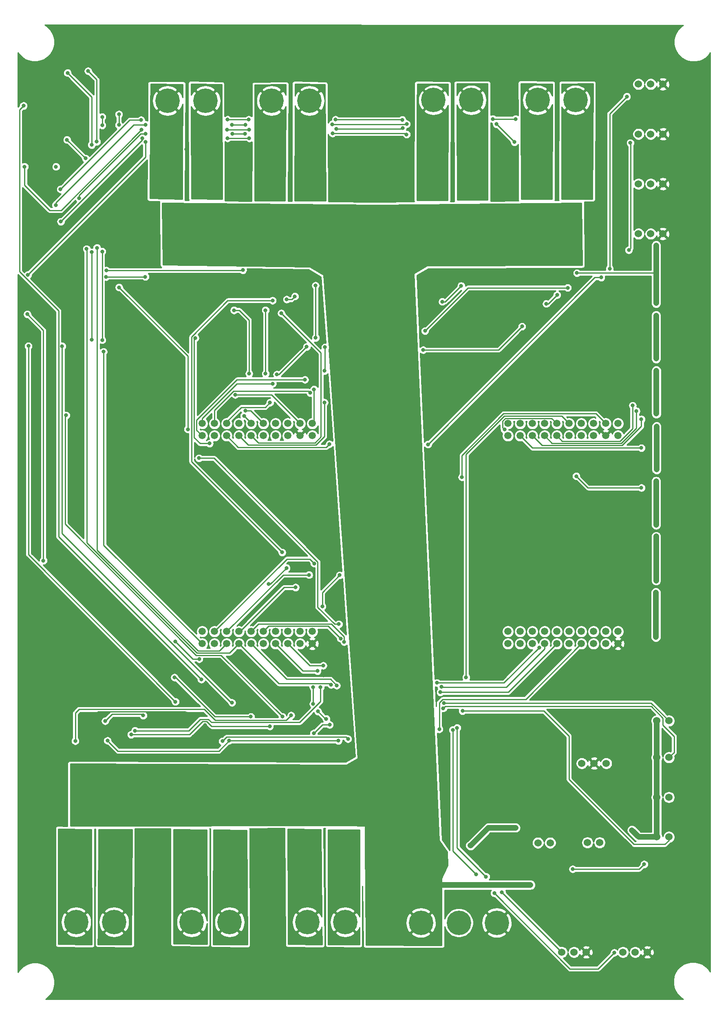
<source format=gbr>
%TF.GenerationSoftware,KiCad,Pcbnew,(5.1.12-1-g0a0a2da680)-1*%
%TF.CreationDate,2022-02-12T23:56:57-06:00*%
%TF.ProjectId,ArmBoard_Hardware,41726d42-6f61-4726-945f-486172647761,2*%
%TF.SameCoordinates,Original*%
%TF.FileFunction,Copper,L2,Bot*%
%TF.FilePolarity,Positive*%
%FSLAX46Y46*%
G04 Gerber Fmt 4.6, Leading zero omitted, Abs format (unit mm)*
G04 Created by KiCad (PCBNEW (5.1.12-1-g0a0a2da680)-1) date 2022-02-12 23:56:57*
%MOMM*%
%LPD*%
G01*
G04 APERTURE LIST*
%TA.AperFunction,ComponentPad*%
%ADD10C,1.520000*%
%TD*%
%TA.AperFunction,ComponentPad*%
%ADD11C,5.080000*%
%TD*%
%TA.AperFunction,ComponentPad*%
%ADD12C,1.524000*%
%TD*%
%TA.AperFunction,ViaPad*%
%ADD13C,0.800000*%
%TD*%
%TA.AperFunction,Conductor*%
%ADD14C,0.250000*%
%TD*%
%TA.AperFunction,Conductor*%
%ADD15C,1.143000*%
%TD*%
%TA.AperFunction,Conductor*%
%ADD16C,0.254000*%
%TD*%
%TA.AperFunction,Conductor*%
%ADD17C,0.100000*%
%TD*%
G04 APERTURE END LIST*
D10*
%TO.P,U1,PP2*%
%TO.N,N/C*%
X206286100Y-163093000D03*
%TO.P,U1,PN3*%
%TO.N,SOL*%
X208826100Y-163093000D03*
%TO.P,U1,PN2*%
%TO.N,LASER*%
X211366100Y-163093000D03*
%TO.P,U1,PD0*%
%TO.N,/Motor_Controller3/PMW_3*%
X213906100Y-163093000D03*
%TO.P,U1,PD1*%
%TO.N,/Motor_Controller2/PMW_2*%
X216446100Y-163093000D03*
%TO.P,U1,Rese*%
%TO.N,N/C*%
X218986100Y-163093000D03*
%TO.P,U1,PH3*%
%TO.N,/Motor_Controller1/PMW_1*%
X221526100Y-163093000D03*
%TO.P,U1,PH2*%
%TO.N,N/C*%
X224066100Y-163093000D03*
%TO.P,U1,PM3*%
X226606100Y-163093000D03*
%TO.P,U1,GND*%
%TO.N,GND*%
X229146100Y-163093000D03*
%TO.P,U1,PL3*%
%TO.N,N/C*%
X206286100Y-160553000D03*
%TO.P,U1,PL2*%
X208826100Y-160553000D03*
%TO.P,U1,PL1*%
X211366100Y-160553000D03*
%TO.P,U1,PL0*%
X213906100Y-160553000D03*
%TO.P,U1,PL5*%
X216446100Y-160553000D03*
%TO.P,U1,PL4*%
X218986100Y-160553000D03*
%TO.P,U1,PG0*%
X221526100Y-160553000D03*
%TO.P,U1,PF3*%
X224066100Y-160553000D03*
%TO.P,U1,PF2*%
X226606100Y-160553000D03*
%TO.P,U1,PF1*%
X229146100Y-160553000D03*
%TO.P,U1,PB3*%
%TO.N,/Motor_Controller3/IN_B_3*%
X206286100Y-117373000D03*
%TO.P,U1,PB2*%
%TO.N,/Motor_Controller3/IN_A_3*%
X208826100Y-117373000D03*
%TO.P,U1,PC7*%
%TO.N,/Motor_Controller2/IN_B_2*%
X211366100Y-117373000D03*
%TO.P,U1,PD3*%
%TO.N,/Motor_Controller2/IN_A_2*%
X213906100Y-117373000D03*
%TO.P,U1,PE5*%
%TO.N,/Motor_Controller1/IN_B_1*%
X216446100Y-117373000D03*
%TO.P,U1,PC6*%
%TO.N,/Motor_Controller1/IN_A_1*%
X218986100Y-117373000D03*
%TO.P,U1,PC5*%
%TO.N,N/C*%
X221526100Y-117373000D03*
%TO.P,U1,PC4*%
X224066100Y-117373000D03*
%TO.P,U1,PE4*%
%TO.N,Current_Sense1*%
X226606100Y-117373000D03*
%TO.P,U1,+3V3*%
%TO.N,+3V3*%
X229146100Y-117373000D03*
%TO.P,U1,PM5*%
%TO.N,N/C*%
X206286100Y-119913000D03*
%TO.P,U1,PM4*%
%TO.N,/MotorToggles/M7_toggle*%
X208826100Y-119913000D03*
%TO.P,U1,PA6*%
%TO.N,/MotorToggles/M6_toggle*%
X211366100Y-119913000D03*
%TO.P,U1,PD7*%
%TO.N,/MotorToggles/M5_toggle*%
X213906100Y-119913000D03*
%TO.P,U1,PE3*%
%TO.N,/MotorToggles/M4_toggle*%
X216446100Y-119913000D03*
%TO.P,U1,PE2*%
%TO.N,/MotorToggles/M3_toggle*%
X218986100Y-119913000D03*
%TO.P,U1,PE1*%
%TO.N,/MotorToggles/M2_toggle*%
X221526100Y-119913000D03*
%TO.P,U1,PE0*%
%TO.N,/MotorToggles/M1_toggle*%
X224066100Y-119913000D03*
%TO.P,U1,GND*%
%TO.N,GND*%
X226606100Y-119913000D03*
%TO.P,U1,+5V*%
%TO.N,N/C*%
X229146100Y-119913000D03*
%TO.P,U1,PP5*%
%TO.N,LIM_1*%
X160566100Y-163093000D03*
%TO.P,U1,PM7*%
%TO.N,/Motor_Controller5/PMW_5*%
X163106100Y-163093000D03*
%TO.P,U1,GND*%
%TO.N,GND*%
X165646100Y-163093000D03*
%TO.P,U1,PK7*%
%TO.N,ENC_6*%
X142786100Y-160553000D03*
%TO.P,U1,PK6*%
%TO.N,ENC_5*%
X145326100Y-160553000D03*
%TO.P,U1,PH1*%
%TO.N,ENC_4*%
X147866100Y-160553000D03*
%TO.P,U1,PH0*%
%TO.N,ENC_3*%
X150406100Y-160553000D03*
%TO.P,U1,PM2*%
%TO.N,ENC_2*%
X152946100Y-160553000D03*
%TO.P,U1,PM1*%
%TO.N,ENC_1*%
X155486100Y-160553000D03*
%TO.P,U1,PM0*%
%TO.N,/Motor_Controller7/PMW_7*%
X158026100Y-160553000D03*
%TO.P,U1,PK5*%
%TO.N,N/C*%
X160566100Y-160553000D03*
%TO.P,U1,PK4*%
X163106100Y-160553000D03*
%TO.P,U1,PG1*%
X165646100Y-160553000D03*
%TO.P,U1,PN4*%
%TO.N,/Motor_Controller6/IN_B_6*%
X142786100Y-117373000D03*
%TO.P,U1,PP4*%
%TO.N,/Motor_Controller5/IN_B_5*%
X147866100Y-117373000D03*
%TO.P,U1,PD5*%
%TO.N,/Motor_Controller4/IN_B_4*%
X152946100Y-117373000D03*
%TO.P,U1,PD4*%
%TO.N,/Motor_Controller4/IN_A_4*%
X155486100Y-117373000D03*
%TO.P,U1,PP1*%
%TO.N,/Motor_Controller7/IN_A_7*%
X158026100Y-117373000D03*
%TO.P,U1,PP0*%
%TO.N,/Motor_Controller7/IN_B_7*%
X160566100Y-117373000D03*
%TO.P,U1,PD2*%
%TO.N,/Motor_Controller4/PMW_4*%
X163106100Y-117373000D03*
%TO.P,U1,PA5*%
%TO.N,/Motor_Controller6/PMW_6*%
X142786100Y-119913000D03*
%TO.P,U1,PK3*%
%TO.N,Current_Sense7*%
X147866100Y-119913000D03*
%TO.P,U1,PB5*%
%TO.N,Current_Sense3*%
X158026100Y-119913000D03*
%TO.P,U1,PB4*%
%TO.N,Current_Sense2*%
X160566100Y-119913000D03*
%TO.P,U1,GND*%
%TO.N,GND*%
X163106100Y-119913000D03*
%TO.P,U1,+5V'*%
%TO.N,N/C*%
X165646100Y-119913000D03*
%TO.P,U1,PK1*%
%TO.N,Current_Sense5*%
X152946100Y-119913000D03*
%TO.P,U1,PK2*%
%TO.N,Current_Sense6*%
X150406100Y-119913000D03*
%TO.P,U1,PN5*%
%TO.N,/Motor_Controller6/IN_A_6*%
X145326100Y-117373000D03*
%TO.P,U1,PA7*%
%TO.N,LIM_2*%
X158026100Y-163093000D03*
%TO.P,U1,Rese'*%
%TO.N,N/C*%
X155486100Y-163093000D03*
%TO.P,U1,PA4*%
X145326100Y-119913000D03*
%TO.P,U1,PQ0*%
%TO.N,/Motor_Controller5/IN_A_5*%
X150406100Y-117373000D03*
%TO.P,U1,PP3*%
%TO.N,Net-(R15-Pad1)*%
X147866100Y-163093000D03*
%TO.P,U1,PQ3*%
%TO.N,LIM_4*%
X150406100Y-163093000D03*
%TO.P,U1,PK0*%
%TO.N,Current_Sense4*%
X155486100Y-119913000D03*
%TO.P,U1,PQ2*%
%TO.N,LIM_3*%
X152946100Y-163093000D03*
%TO.P,U1,PQ1*%
%TO.N,N/C*%
X145326100Y-163093000D03*
%TO.P,U1,PM6*%
%TO.N,Net-(R16-Pad1)*%
X142786100Y-163093000D03*
%TO.P,U1,+3V3'*%
%TO.N,+3V3*%
X165646100Y-117373000D03*
%TD*%
D11*
%TO.P,PowerConn1,3*%
%TO.N,GND*%
X203962100Y-221018000D03*
%TO.P,PowerConn1,2*%
%TO.N,+12V*%
X196088100Y-221018000D03*
%TO.P,PowerConn1,1*%
%TO.N,+12VA*%
X188214100Y-221018000D03*
%TD*%
%TO.P,Conn7,1*%
%TO.N,/Motor_Controller7/OUTb_7*%
X220307100Y-50228500D03*
%TO.P,Conn7,2*%
%TO.N,/Motor_Controller7/OUTa_7*%
X212433100Y-50228500D03*
%TD*%
%TO.P,Conn6,1*%
%TO.N,/Motor_Controller6/OUTb_6*%
X198704100Y-50228500D03*
%TO.P,Conn6,2*%
%TO.N,/Motor_Controller6/OUTa_6*%
X190830100Y-50228500D03*
%TD*%
%TO.P,Conn5,1*%
%TO.N,/Motor_Controller5/OUTb_5*%
X165074100Y-50355500D03*
%TO.P,Conn5,2*%
%TO.N,/Motor_Controller5/OUTa_5*%
X157200100Y-50355500D03*
%TD*%
%TO.P,Conn4,1*%
%TO.N,/Motor_Controller4/OUTb_4*%
X143471900Y-50355500D03*
%TO.P,Conn4,2*%
%TO.N,/Motor_Controller4/OUTa_4*%
X135597900Y-50355500D03*
%TD*%
%TO.P,Conn3,2*%
%TO.N,/Motor_Controller3/OUTa_3*%
X124472700Y-220890600D03*
%TO.P,Conn3,1*%
%TO.N,/Motor_Controller3/OUTb_3*%
X116598700Y-220890600D03*
%TD*%
%TO.P,Conn2,2*%
%TO.N,/Motor_Controller2/OUTa_2*%
X148475700Y-220890600D03*
%TO.P,Conn2,1*%
%TO.N,/Motor_Controller2/OUTb_2*%
X140601700Y-220890600D03*
%TD*%
%TO.P,Conn1,2*%
%TO.N,/Motor_Controller1/OUTa_1*%
X172479100Y-220890600D03*
%TO.P,Conn1,1*%
%TO.N,/Motor_Controller1/OUTb_1*%
X164605100Y-220890600D03*
%TD*%
D12*
%TO.P,Conn20,1*%
%TO.N,+3V3*%
X237185200Y-179095400D03*
%TO.P,Conn20,2*%
%TO.N,LIM_4*%
X239725200Y-179095400D03*
%TD*%
%TO.P,Conn19,1*%
%TO.N,Net-(Conn19-Pad1)*%
X222796000Y-204381300D03*
%TO.P,Conn19,2*%
%TO.N,+12VA*%
X225336000Y-204381300D03*
%TD*%
%TO.P,Conn18,1*%
%TO.N,ENC_6*%
X233413100Y-46926500D03*
%TO.P,Conn18,2*%
%TO.N,+3V3*%
X235953100Y-46926500D03*
%TO.P,Conn18,3*%
%TO.N,GND*%
X238493100Y-46926500D03*
%TD*%
%TO.P,Conn17,1*%
%TO.N,ENC_5*%
X233413100Y-57281200D03*
%TO.P,Conn17,2*%
%TO.N,+3V3*%
X235953100Y-57281200D03*
%TO.P,Conn17,3*%
%TO.N,GND*%
X238493100Y-57281200D03*
%TD*%
%TO.P,Conn16,1*%
%TO.N,+3V3*%
X237185200Y-186715400D03*
%TO.P,Conn16,2*%
%TO.N,LIM_3*%
X239725200Y-186715400D03*
%TD*%
%TO.P,Conn14,1*%
%TO.N,ENC_4*%
X233413100Y-67636000D03*
%TO.P,Conn14,2*%
%TO.N,+3V3*%
X235953100Y-67636000D03*
%TO.P,Conn14,3*%
%TO.N,GND*%
X238493100Y-67636000D03*
%TD*%
%TO.P,Conn13,1*%
%TO.N,ENC_3*%
X233413100Y-77991000D03*
%TO.P,Conn13,2*%
%TO.N,+3V3*%
X235953100Y-77991000D03*
%TO.P,Conn13,3*%
%TO.N,GND*%
X238493100Y-77991000D03*
%TD*%
%TO.P,Conn12,1*%
%TO.N,+3V3*%
X237185200Y-194970400D03*
%TO.P,Conn12,2*%
%TO.N,LIM_2*%
X239725200Y-194970400D03*
%TD*%
%TO.P,Conn11,1*%
%TO.N,+3V3*%
X237185200Y-203225400D03*
%TO.P,Conn11,2*%
%TO.N,LIM_1*%
X239725200Y-203225400D03*
%TD*%
%TO.P,Conn10,1*%
%TO.N,ENC_2*%
X230175100Y-227140000D03*
%TO.P,Conn10,2*%
%TO.N,+3V3*%
X232715100Y-227140000D03*
%TO.P,Conn10,3*%
%TO.N,GND*%
X235255100Y-227140000D03*
%TD*%
%TO.P,Conn9,1*%
%TO.N,ENC_1*%
X217475100Y-227140000D03*
%TO.P,Conn9,2*%
%TO.N,+3V3*%
X220015100Y-227140000D03*
%TO.P,Conn9,3*%
%TO.N,GND*%
X222555100Y-227140000D03*
%TD*%
%TO.P,OKI 3.3,3*%
%TO.N,+3V3*%
X221640900Y-187935100D03*
%TO.P,OKI 3.3,2*%
%TO.N,GND*%
X224180900Y-187935100D03*
%TO.P,OKI 3.3,1*%
%TO.N,+12V*%
X226720900Y-187935100D03*
%TD*%
%TO.P,Conn15,2*%
%TO.N,+12VA*%
X215074500Y-204431900D03*
%TO.P,Conn15,1*%
%TO.N,Net-(Conn15-Pad1)*%
X212534500Y-204431900D03*
%TD*%
D13*
%TO.N,GND*%
X168033700Y-169633900D03*
X218668600Y-213804500D03*
X222656400Y-212026500D03*
X143357600Y-179960000D03*
X119189500Y-179197000D03*
X119113300Y-183134000D03*
X166776400Y-161899600D03*
X127889000Y-67538600D03*
X123075700Y-168579800D03*
X113144300Y-157835600D03*
X147320000Y-123266200D03*
X150355300Y-124460000D03*
X155092400Y-185420000D03*
X157238700Y-185420000D03*
X161582100Y-185420000D03*
X232791000Y-95504000D03*
X152209500Y-174828200D03*
X160426400Y-155003500D03*
X163830000Y-146570700D03*
X105905300Y-73825100D03*
X107365800Y-73825100D03*
X148132800Y-60464700D03*
X152450800Y-60464700D03*
X203327000Y-60464700D03*
X171767500Y-166674800D03*
X194056000Y-89763600D03*
X139522200Y-60464700D03*
X161036000Y-60464700D03*
X216471500Y-60464700D03*
X194767200Y-60464700D03*
X131711700Y-174205900D03*
X127381000Y-186499500D03*
X241338100Y-129794000D03*
X241338100Y-143510000D03*
X241338100Y-151384000D03*
X140754100Y-94234000D03*
X206984600Y-208076800D03*
X215290400Y-208076800D03*
X171767500Y-155892500D03*
X163804600Y-105435400D03*
X169164000Y-116954300D03*
X239102900Y-183667400D03*
X131711700Y-116827300D03*
X131711700Y-100799900D03*
X152260300Y-185420000D03*
X145872200Y-168541700D03*
X155575000Y-171208700D03*
X171767500Y-164058600D03*
X127965200Y-77889100D03*
X207733900Y-60401200D03*
X130492500Y-90525600D03*
X134366000Y-94246700D03*
X214528400Y-135432800D03*
X206997300Y-149936200D03*
X221970600Y-150406100D03*
X210604100Y-208076800D03*
X218795600Y-201371200D03*
X202298300Y-189382400D03*
X192976500Y-178689000D03*
X171767500Y-175247300D03*
X169744393Y-165781993D03*
X144348200Y-183286400D03*
X139611100Y-177609500D03*
%TO.N,+12V*%
X198501000Y-204978000D03*
X207873600Y-201295000D03*
%TO.N,+3V3*%
X220626300Y-86125700D03*
X166019500Y-110273000D03*
X171069100Y-183236000D03*
X123113800Y-183210000D03*
X148399500Y-183210000D03*
X237020100Y-161722000D03*
X237020100Y-152464000D03*
X237071100Y-138392000D03*
X237071100Y-129362000D03*
X237160100Y-126936000D03*
X237160100Y-117996000D03*
X237122100Y-115341000D03*
X237122100Y-106401000D03*
X237071100Y-103873000D03*
X237071100Y-94945000D03*
X237071100Y-92367000D03*
X237071100Y-80391000D03*
X237071100Y-140818000D03*
X237071100Y-149974000D03*
X232041700Y-201815700D03*
X168174510Y-106438700D03*
X168313100Y-101536500D03*
%TO.N,ENC_1*%
X171537790Y-162020529D03*
X205048811Y-214713711D03*
X201739496Y-211442300D03*
X195732400Y-180543200D03*
%TO.N,ENC_2*%
X172262800Y-162725100D03*
X228371400Y-227228400D03*
X199643998Y-210985100D03*
X203466700Y-214884000D03*
X194835377Y-180985211D03*
%TO.N,LIM_1*%
X196848200Y-177040100D03*
X171166676Y-159018600D03*
X125488600Y-53162300D03*
X125488600Y-55397500D03*
X167932100Y-167627300D03*
X139788900Y-118569900D03*
X125501400Y-89103200D03*
X142100300Y-124561600D03*
%TO.N,LIM_2*%
X142595600Y-170507500D03*
X166725600Y-168757600D03*
X105676700Y-51396900D03*
X191554100Y-171208700D03*
X212766710Y-163887790D03*
%TO.N,ENC_3*%
X162181300Y-151386600D03*
%TO.N,ENC_4*%
X164984590Y-148806500D03*
%TO.N,LIM_3*%
X142151500Y-166256300D03*
X122008900Y-100038000D03*
X122008900Y-81648300D03*
X122008900Y-55460900D03*
X122008900Y-53708300D03*
X170738800Y-171767500D03*
X137237310Y-162646126D03*
X192855086Y-176490391D03*
%TO.N,ENC_5*%
X231394000Y-81356200D03*
X231712610Y-59114150D03*
X166050810Y-146416610D03*
%TO.N,ENC_6*%
X230987600Y-49491900D03*
X189699900Y-121716800D03*
X160286700Y-147370800D03*
X156603700Y-150723600D03*
X227431600Y-85217000D03*
X225653600Y-87058500D03*
%TO.N,LIM_4*%
X118776206Y-81118921D03*
X114698500Y-58461800D03*
X118561400Y-62324700D03*
X169559389Y-171613409D03*
X193010874Y-175373954D03*
%TO.N,LASER*%
X219735400Y-209880200D03*
X234594400Y-208876900D03*
%TO.N,+12VA*%
X218898100Y-75823000D03*
X214003100Y-75868000D03*
X216473100Y-72500000D03*
X216428100Y-73623000D03*
X216518100Y-74790000D03*
X220873100Y-72231000D03*
X220739100Y-73533000D03*
X220739100Y-74880000D03*
X211983100Y-72051000D03*
X211938100Y-73353000D03*
X211893100Y-74655000D03*
X211983100Y-75913000D03*
X216563100Y-76002000D03*
X214048100Y-72590000D03*
X214003100Y-74341000D03*
X218898100Y-72680000D03*
X218898100Y-74386000D03*
X194968100Y-72815000D03*
X197393100Y-72995000D03*
X190388100Y-74970000D03*
X190433100Y-73668000D03*
X194923100Y-73938000D03*
X199189100Y-76317000D03*
X195013100Y-75105000D03*
X190478100Y-72366000D03*
X199368100Y-72546000D03*
X192498100Y-76183000D03*
X199234100Y-73848000D03*
X197393100Y-74701000D03*
X192498100Y-74656000D03*
X195058100Y-76317000D03*
X199234100Y-75195000D03*
X192543100Y-72905000D03*
X190478100Y-76228000D03*
X197393100Y-76138000D03*
X161198800Y-72972000D03*
X163623100Y-73152000D03*
X156618900Y-75127000D03*
X156663800Y-73825000D03*
X161153900Y-74095000D03*
X165419100Y-76474000D03*
X161243700Y-75262000D03*
X156708700Y-72523000D03*
X165599100Y-72703000D03*
X158729300Y-76340000D03*
X165464100Y-74005000D03*
X163623100Y-74858000D03*
X158729300Y-74813000D03*
X161288600Y-76474000D03*
X165464100Y-75352000D03*
X158774200Y-73062000D03*
X156708700Y-76384000D03*
X163623100Y-76295000D03*
X139671100Y-72441000D03*
X142095800Y-72621000D03*
X135091200Y-74597000D03*
X135136100Y-73294000D03*
X139626200Y-73564000D03*
X143891800Y-75944000D03*
X139716000Y-74731000D03*
X135181000Y-71992000D03*
X144071400Y-72172000D03*
X137201500Y-75809000D03*
X143936700Y-73474000D03*
X142095800Y-74327000D03*
X137201500Y-74282000D03*
X139760900Y-75944000D03*
X143936700Y-74821000D03*
X137246500Y-72531000D03*
X135181000Y-75854000D03*
X142095800Y-75764000D03*
X120373500Y-199854000D03*
X117948800Y-199674000D03*
X124953400Y-197698000D03*
X124908500Y-199000000D03*
X120418400Y-198732000D03*
X116152800Y-196352000D03*
X120328600Y-197564000D03*
X124863600Y-200302000D03*
X115973200Y-200124000D03*
X122843000Y-196486000D03*
X116107900Y-198822000D03*
X117948800Y-197968000D03*
X122843000Y-198012000D03*
X120283700Y-196352000D03*
X116107900Y-197474000D03*
X122798100Y-199764000D03*
X124863600Y-196442000D03*
X117948800Y-196532000D03*
X144229400Y-199896000D03*
X141804700Y-199716000D03*
X148809300Y-197740000D03*
X148764400Y-199042000D03*
X144274300Y-198772000D03*
X140008700Y-196392000D03*
X144184500Y-197606000D03*
X148719500Y-200344000D03*
X139829000Y-200164000D03*
X146698900Y-196528000D03*
X139963800Y-198862000D03*
X141804700Y-198010000D03*
X146698900Y-198054000D03*
X144139600Y-196392000D03*
X139963800Y-197516000D03*
X146654000Y-199806000D03*
X148719500Y-196482000D03*
X141804700Y-196572000D03*
X168093100Y-199802000D03*
X165668100Y-199622000D03*
X172673100Y-197646000D03*
X172628100Y-198948000D03*
X168138100Y-198680000D03*
X163872100Y-196300000D03*
X168048100Y-197512000D03*
X172583100Y-200250000D03*
X163693100Y-200072000D03*
X170562100Y-196434000D03*
X163827100Y-198770000D03*
X165668100Y-197916000D03*
X170562100Y-197960000D03*
X168003100Y-196300000D03*
X163827100Y-197422000D03*
X170517100Y-199712000D03*
X172583100Y-196390000D03*
X165668100Y-196480000D03*
X220694100Y-76002000D03*
X192079100Y-207391000D03*
X210985100Y-213169500D03*
%TO.N,/MotorToggles/M3_toggle*%
X234013600Y-130719700D03*
X220484700Y-128308100D03*
%TO.N,/MotorToggles/M4_toggle*%
X232181400Y-113639600D03*
%TO.N,/MotorToggles/M5_toggle*%
X232958758Y-114778276D03*
%TO.N,/MotorToggles/M6_toggle*%
X234013600Y-116485600D03*
%TO.N,/MotorToggles/M7_toggle*%
X234014100Y-122442600D03*
%TO.N,Net-(R15-Pad1)*%
X119082500Y-44185700D03*
X120916696Y-80886300D03*
X120888850Y-58866950D03*
%TO.N,Net-(R16-Pad1)*%
X119865100Y-100010000D03*
X119824500Y-81800700D03*
X119824500Y-59531700D03*
X114820700Y-44577000D03*
X122287500Y-102465898D03*
%TO.N,Current_Sense3*%
X130530600Y-177990500D03*
X122637450Y-179139750D03*
%TO.N,Current_Sense1*%
X165823900Y-172135800D03*
X165823900Y-175590200D03*
X168567100Y-178689000D03*
X169251100Y-179910000D03*
X165951100Y-181686000D03*
X166829750Y-177124350D03*
X196732900Y-128499000D03*
%TO.N,Current_Sense7*%
X209219800Y-97218500D03*
X216496900Y-90665300D03*
X214261700Y-92506800D03*
X188709300Y-102095300D03*
X169214800Y-121640600D03*
%TO.N,Current_Sense4*%
X141352400Y-99608400D03*
X144322800Y-121513600D03*
%TO.N,Current_Sense5*%
X162037400Y-90972000D03*
X160343120Y-91610720D03*
X159207201Y-94462601D03*
%TO.N,Current_Sense6*%
X168174510Y-113004600D03*
%TO.N,/Motor_Controller3/IN_A_3*%
X156818400Y-180246400D03*
X128016000Y-181952900D03*
%TO.N,/Motor_Controller3/PMW_3*%
X167360600Y-172085000D03*
X192444666Y-172060710D03*
X128816100Y-181152800D03*
%TO.N,/Motor_Controller3/IN_B_3*%
X161257900Y-177962900D03*
X116420900Y-183286000D03*
%TO.N,/Motor_Controller2/IN_A_2*%
X167730000Y-155333700D03*
X171348400Y-148856701D03*
%TO.N,/Motor_Controller2/PMW_2*%
X173057600Y-182854900D03*
X147002600Y-183327300D03*
X192252600Y-173164499D03*
%TO.N,/Motor_Controller1/IN_A_1*%
X197608000Y-170087100D03*
%TO.N,/Motor_Controller1/PMW_1*%
X192024000Y-180822600D03*
%TO.N,/Motor_Controller1/IN_B_1*%
X205576200Y-118643000D03*
%TO.N,/Motor_Controller7/IN_B_7*%
X189064900Y-98145600D03*
X218694000Y-89192100D03*
%TO.N,/Motor_Controller4/IN_A_4*%
X151726900Y-114744500D03*
%TO.N,/Motor_Controller4/PMW_4*%
X149631398Y-111404400D03*
%TO.N,/Motor_Controller4/IN_B_4*%
X151471500Y-115774700D03*
X152523600Y-107000900D03*
X149378350Y-93864750D03*
%TO.N,/Motor_Controller5/IN_A_5*%
X155930600Y-107035600D03*
X155930600Y-93840300D03*
%TO.N,/Motor_Controller5/PMW_5*%
X159383100Y-144128700D03*
X157393500Y-91845000D03*
%TO.N,/Motor_Controller5/IN_B_5*%
X156882400Y-113008900D03*
X158294950Y-107190150D03*
X164481950Y-101451850D03*
X166357300Y-99576500D03*
X166319200Y-88734900D03*
%TO.N,/Motor_Controller6/IN_A_6*%
X165250800Y-111025400D03*
%TO.N,/Motor_Controller6/PMW_6*%
X164112500Y-108264100D03*
%TO.N,/Motor_Controller6/IN_B_6*%
X157417200Y-109095200D03*
X196570300Y-88785400D03*
X192654800Y-92079200D03*
%TO.N,/Motor_Controller1/OUTb_1*%
X159444600Y-178248500D03*
X166510100Y-205486000D03*
X161747200Y-205612000D03*
X164203100Y-205570000D03*
X164351100Y-203136000D03*
X161874200Y-203010000D03*
X166510100Y-203136000D03*
X114528600Y-115671602D03*
%TO.N,/Motor_Controller1/OUTa_1*%
X152897600Y-178248500D03*
X174764100Y-205486000D03*
X170002100Y-205612000D03*
X172458100Y-205570000D03*
X172606100Y-203136000D03*
X170129100Y-203010000D03*
X174764100Y-203136000D03*
X137020300Y-170091100D03*
%TO.N,/Motor_Controller2/OUTa_2*%
X151142700Y-205550000D03*
X151142700Y-203200000D03*
X146507200Y-203072000D03*
X146380200Y-205676000D03*
X148983700Y-203200000D03*
X148836200Y-205634000D03*
X148972500Y-175334000D03*
X113690400Y-101307900D03*
%TO.N,/Motor_Controller2/OUTb_2*%
X142697200Y-205550000D03*
X142697200Y-203200000D03*
X138061700Y-203072000D03*
X137934700Y-205676000D03*
X140538200Y-203200000D03*
X140390700Y-205634000D03*
X137214400Y-175120000D03*
X106680000Y-101282500D03*
%TO.N,/Motor_Controller3/OUTa_3*%
X126695200Y-205612000D03*
X126695200Y-203264000D03*
X122059700Y-203136000D03*
X121932700Y-205740000D03*
X124536200Y-203264000D03*
X124388700Y-205698000D03*
%TO.N,/Motor_Controller3/OUTb_3*%
X118630700Y-205550000D03*
X118630700Y-203200000D03*
X113995200Y-203072000D03*
X113868200Y-205676000D03*
X116471700Y-203200000D03*
X116324200Y-205634000D03*
X106464165Y-94678435D03*
X109804200Y-145834100D03*
%TO.N,/Motor_Controller4/OUTa_4*%
X122847100Y-86932000D03*
X132880100Y-66738500D03*
X132880100Y-69088000D03*
X137515600Y-69215000D03*
X137642600Y-66611500D03*
X135039100Y-69088000D03*
X135186600Y-66654500D03*
X130975100Y-86906100D03*
%TO.N,/Motor_Controller4/OUTb_4*%
X141325600Y-66929000D03*
X141325600Y-69279000D03*
X145961100Y-69405000D03*
X146088100Y-66802000D03*
X143484600Y-69279000D03*
X143632100Y-66845000D03*
X131000500Y-58928000D03*
X106578400Y-86499700D03*
%TO.N,/Motor_Controller5/OUTa_5*%
X151250700Y-85515000D03*
X122885200Y-85585000D03*
X156984700Y-69647000D03*
X159169100Y-67017900D03*
X154533600Y-66890900D03*
X157010100Y-67017900D03*
X159169100Y-69367000D03*
X154406600Y-69494000D03*
%TO.N,/Motor_Controller6/OUTa_6*%
X193065100Y-67119500D03*
X190758100Y-69553000D03*
X188429100Y-66992500D03*
X190906100Y-67119500D03*
X193065100Y-69469000D03*
X188303100Y-69596000D03*
X112417400Y-64052400D03*
X117221000Y-70599000D03*
X130982136Y-57216880D03*
X149056520Y-57216880D03*
X151710820Y-57216880D03*
X169849800Y-57137300D03*
X185242198Y-57353200D03*
%TO.N,/Motor_Controller6/OUTb_6*%
X201257100Y-67119500D03*
X198950100Y-69553000D03*
X196621100Y-66992500D03*
X199097100Y-67119500D03*
X201257100Y-69469000D03*
X196494100Y-69596000D03*
X105902300Y-64045100D03*
X130187700Y-56413400D03*
X147967700Y-56413400D03*
X152552400Y-56413400D03*
X170624500Y-56184800D03*
X184416700Y-56045100D03*
%TO.N,/Motor_Controller7/OUTa_7*%
X214693100Y-66890900D03*
X212386100Y-69324000D03*
X210058100Y-66763900D03*
X212534100Y-66890900D03*
X214693100Y-69240000D03*
X209930100Y-69367000D03*
X112373300Y-72022000D03*
X131025900Y-55333900D03*
X169808100Y-55246110D03*
X148971000Y-55333900D03*
X151765000Y-55333900D03*
X185254900Y-55194200D03*
X203911200Y-55219600D03*
X207632302Y-58940700D03*
%TO.N,/Motor_Controller7/OUTb_7*%
X223138100Y-66890900D03*
X220832100Y-69324000D03*
X218503100Y-66763900D03*
X220980100Y-66890900D03*
X223138100Y-69240000D03*
X218376100Y-69367000D03*
X113360200Y-68732000D03*
X207912100Y-54152800D03*
X170497500Y-54267100D03*
X130073400Y-54343300D03*
X148069300Y-54267100D03*
X152463500Y-54267100D03*
X184340500Y-54317900D03*
X203174600Y-54152800D03*
%TO.N,/Motor_Controller5/OUTb_5*%
X167767100Y-67183000D03*
X165460100Y-69617000D03*
X163131100Y-67056000D03*
X165608100Y-67183000D03*
X167767100Y-69533000D03*
X163004100Y-69659000D03*
X113423700Y-75451000D03*
X130376393Y-58146646D03*
X148063254Y-58146646D03*
X152559054Y-58146646D03*
%TD*%
D14*
%TO.N,GND*%
X119113300Y-183134000D02*
X119113300Y-179273000D01*
X119113300Y-179273000D02*
X119189500Y-179197000D01*
X166776400Y-161899600D02*
X169744393Y-164867593D01*
X169744393Y-164867593D02*
X169744393Y-165781993D01*
X143357600Y-182295800D02*
X144348200Y-183286400D01*
X143357600Y-179960000D02*
X143357600Y-182295800D01*
X121176999Y-177209501D02*
X139211101Y-177209501D01*
X119189500Y-179197000D02*
X121176999Y-177209501D01*
X139211101Y-177209501D02*
X139611100Y-177609500D01*
D15*
%TO.N,+12V*%
X202234800Y-201295000D02*
X207873600Y-201295000D01*
X198551800Y-204978000D02*
X202234800Y-201295000D01*
X198501000Y-204978000D02*
X198551800Y-204978000D01*
%TO.N,+3V3*%
X237071100Y-86125700D02*
X237071100Y-80391000D01*
X237071100Y-92367000D02*
X237071100Y-86125700D01*
D14*
X220626300Y-86125700D02*
X237071100Y-86125700D01*
X166019500Y-110273000D02*
X166019500Y-116999600D01*
X166019500Y-116999600D02*
X165646100Y-117373000D01*
X148399500Y-183210000D02*
X171044100Y-183210000D01*
X171044100Y-183210000D02*
X171069100Y-183236000D01*
D15*
X237020100Y-161722000D02*
X237020100Y-152464000D01*
X237071100Y-138392000D02*
X237071100Y-129362000D01*
X237160100Y-126936000D02*
X237160100Y-117996000D01*
X237122100Y-115341000D02*
X237122100Y-106401000D01*
X237071100Y-103873000D02*
X237071100Y-94945000D01*
X237185200Y-203225400D02*
X237185200Y-194970400D01*
X237185200Y-194970400D02*
X237185200Y-186715400D01*
X237185200Y-186715400D02*
X237185200Y-179095400D01*
X237071100Y-149974000D02*
X237071100Y-140818000D01*
X237185200Y-203225400D02*
X233451400Y-203225400D01*
X233451400Y-203225400D02*
X232041700Y-201815700D01*
D14*
X168313100Y-101536500D02*
X168313100Y-106300110D01*
X168313100Y-106300110D02*
X168174510Y-106438700D01*
X123513800Y-183610000D02*
X123113800Y-183210000D01*
X125285700Y-185381900D02*
X123513800Y-183610000D01*
X146227600Y-185381900D02*
X125285700Y-185381900D01*
X148399500Y-183210000D02*
X146227600Y-185381900D01*
%TO.N,ENC_1*%
X155486100Y-160553000D02*
X156599900Y-159439200D01*
X156599900Y-159439200D02*
X168956461Y-159439200D01*
X168956461Y-159439200D02*
X171537790Y-162020529D01*
X205048811Y-214713711D02*
X217475100Y-227140000D01*
X201739496Y-211442300D02*
X195732400Y-205435204D01*
X195732400Y-205435204D02*
X195732400Y-180543200D01*
%TO.N,ENC_2*%
X154510300Y-158988800D02*
X169600185Y-158988800D01*
X169600185Y-158988800D02*
X172262800Y-161651415D01*
X172262800Y-161651415D02*
X172262800Y-162725100D01*
X152946100Y-160553000D02*
X154510300Y-158988800D01*
X228371400Y-227228400D02*
X225005900Y-230593900D01*
X225005900Y-230593900D02*
X219176600Y-230593900D01*
X219176600Y-230593900D02*
X203466700Y-214884000D01*
X199643998Y-210985100D02*
X194835377Y-206176479D01*
X194835377Y-206176479D02*
X194835377Y-180985211D01*
%TO.N,LIM_1*%
X125488600Y-53162300D02*
X125488600Y-55397500D01*
X160566100Y-163093000D02*
X165100400Y-167627300D01*
X165100400Y-167627300D02*
X167932100Y-167627300D01*
X139788900Y-103390700D02*
X125501400Y-89103200D01*
X139788900Y-118569900D02*
X139788900Y-103390700D01*
X171166676Y-159018600D02*
X170296191Y-159018600D01*
X170296191Y-159018600D02*
X166775811Y-155498220D01*
X166775811Y-155498220D02*
X166775811Y-146093326D01*
X166775811Y-146093326D02*
X145244085Y-124561600D01*
X145244085Y-124561600D02*
X142100300Y-124561600D01*
X218973400Y-182257700D02*
X213755800Y-177040100D01*
X218973400Y-191249300D02*
X218973400Y-182257700D01*
X238887000Y-204749400D02*
X232473500Y-204749400D01*
X232473500Y-204749400D02*
X218973400Y-191249300D01*
X239725200Y-203911200D02*
X238887000Y-204749400D01*
X213755800Y-177040100D02*
X196848200Y-177040100D01*
X239725200Y-203225400D02*
X239725200Y-203911200D01*
%TO.N,LIM_2*%
X158026100Y-163093000D02*
X163690700Y-168757600D01*
X163690700Y-168757600D02*
X166725600Y-168757600D01*
X104838500Y-52235100D02*
X105676700Y-51396900D01*
X104838500Y-85863500D02*
X104838500Y-52235100D01*
X112964200Y-140876100D02*
X112964200Y-93989200D01*
X112964200Y-93989200D02*
X104838500Y-85863500D01*
X142595600Y-170507500D02*
X112964200Y-140876100D01*
X205445800Y-171208700D02*
X212766710Y-163887790D01*
X191554100Y-171208700D02*
X205445800Y-171208700D01*
%TO.N,ENC_3*%
X150626500Y-160553000D02*
X159792900Y-151386600D01*
X159792900Y-151386600D02*
X162181300Y-151386600D01*
X150626500Y-160553000D02*
X150846800Y-160553000D01*
X150406100Y-160553000D02*
X150626500Y-160553000D01*
%TO.N,ENC_4*%
X159612600Y-148806500D02*
X164984590Y-148806500D01*
X147866100Y-160553000D02*
X159612600Y-148806500D01*
%TO.N,LIM_3*%
X122008900Y-100038000D02*
X122008900Y-81648300D01*
X122008900Y-53708300D02*
X122008900Y-55460900D01*
X160296900Y-170443800D02*
X169415100Y-170443800D01*
X169415100Y-170443800D02*
X170738800Y-171767500D01*
X152946100Y-163093000D02*
X160296900Y-170443800D01*
X142151500Y-166256300D02*
X140847484Y-166256300D01*
X140847484Y-166256300D02*
X137237310Y-162646126D01*
X192855086Y-176490391D02*
X193255085Y-176090392D01*
X193255085Y-176090392D02*
X236059792Y-176090392D01*
X236059792Y-176090392D02*
X238480600Y-178511200D01*
X238480600Y-178511200D02*
X238480600Y-179997100D01*
X238480600Y-179997100D02*
X240812201Y-182328701D01*
X240812201Y-182328701D02*
X240812201Y-185628399D01*
X240812201Y-185628399D02*
X239725200Y-186715400D01*
%TO.N,ENC_5*%
X231394000Y-81356200D02*
X231793999Y-80956201D01*
X231793999Y-80956201D02*
X231793999Y-59195539D01*
X231793999Y-59195539D02*
X231712610Y-59114150D01*
X165142811Y-145508611D02*
X166050810Y-146416610D01*
X160370489Y-145508611D02*
X165142811Y-145508611D01*
X145326100Y-160553000D02*
X160370489Y-145508611D01*
%TO.N,ENC_6*%
X156933900Y-150723600D02*
X156603700Y-150723600D01*
X160286700Y-147370800D02*
X156933900Y-150723600D01*
X230987600Y-49491900D02*
X227431600Y-53047900D01*
X227431600Y-53047900D02*
X227431600Y-85217000D01*
X224358200Y-87058500D02*
X225653600Y-87058500D01*
X189699900Y-121716800D02*
X224358200Y-87058500D01*
%TO.N,LIM_4*%
X118821200Y-100190000D02*
X118821200Y-81163915D01*
X118821200Y-81163915D02*
X118776206Y-81118921D01*
X114698500Y-58461800D02*
X118561400Y-62324700D01*
X169305389Y-171359409D02*
X169559389Y-171613409D01*
X158672509Y-171359409D02*
X169305389Y-171359409D01*
X150406100Y-163093000D02*
X158672509Y-171359409D01*
X150406100Y-163093000D02*
X148457089Y-165042011D01*
X148457089Y-165042011D02*
X141721989Y-165042011D01*
X141721989Y-165042011D02*
X118821200Y-142141222D01*
X118821200Y-142141222D02*
X118821200Y-100190000D01*
X239725200Y-179095400D02*
X236003754Y-175373954D01*
X236003754Y-175373954D02*
X193010874Y-175373954D01*
%TO.N,LASER*%
X219735400Y-209880200D02*
X233591100Y-209880200D01*
X233591100Y-209880200D02*
X234594400Y-208876900D01*
D15*
%TO.N,+12VA*%
X210985100Y-213169500D02*
X190042800Y-213169500D01*
D14*
%TO.N,/MotorToggles/M3_toggle*%
X234013600Y-130719700D02*
X222896300Y-130719700D01*
X222896300Y-130719700D02*
X220484700Y-128308100D01*
%TO.N,/MotorToggles/M4_toggle*%
X217551300Y-121018200D02*
X229600500Y-121018200D01*
X229600500Y-121018200D02*
X232181400Y-118437300D01*
X216446100Y-119913000D02*
X217551300Y-121018200D01*
X232181400Y-118437300D02*
X232181400Y-113639600D01*
%TO.N,/MotorToggles/M5_toggle*%
X215465900Y-121472800D02*
X229831600Y-121472800D01*
X232958758Y-118345642D02*
X232958758Y-114778276D01*
X229831600Y-121472800D02*
X232958758Y-118345642D01*
X213906100Y-119913000D02*
X215465900Y-121472800D01*
%TO.N,/MotorToggles/M6_toggle*%
X211366100Y-119913000D02*
X213376500Y-121923400D01*
X213376500Y-121923400D02*
X230032600Y-121923400D01*
X230032600Y-121923400D02*
X234013600Y-117942400D01*
X234013600Y-117942400D02*
X234013600Y-116485600D01*
%TO.N,/MotorToggles/M7_toggle*%
X234014100Y-122442600D02*
X211355700Y-122442600D01*
X211355700Y-122442600D02*
X208826100Y-119913000D01*
%TO.N,Net-(R15-Pad1)*%
X120888850Y-45992050D02*
X119082500Y-44185700D01*
X120888850Y-58866950D02*
X120888850Y-45992050D01*
X120958300Y-80927904D02*
X120916696Y-80886300D01*
X141908389Y-164592000D02*
X120958300Y-143641911D01*
X146367100Y-164592000D02*
X141908389Y-164592000D01*
X147866100Y-163093000D02*
X146367100Y-164592000D01*
X120958300Y-143641911D02*
X120958300Y-80927904D01*
%TO.N,Net-(R16-Pad1)*%
X119865100Y-100010000D02*
X119865100Y-81841300D01*
X119865100Y-81841300D02*
X119824500Y-81800700D01*
X119824500Y-49580800D02*
X114820700Y-44577000D01*
X119824500Y-59531700D02*
X119824500Y-49580800D01*
X122313700Y-102492098D02*
X122287500Y-102465898D01*
X122313700Y-142620600D02*
X122313700Y-102492098D01*
X142786100Y-163093000D02*
X122313700Y-142620600D01*
%TO.N,Current_Sense3*%
X124066100Y-177711100D02*
X122637450Y-179139750D01*
X130251200Y-177711100D02*
X124066100Y-177711100D01*
X130530600Y-177990500D02*
X130251200Y-177711100D01*
%TO.N,Current_Sense1*%
X205393300Y-115337400D02*
X224570500Y-115337400D01*
X224570500Y-115337400D02*
X226606100Y-117373000D01*
X165823900Y-172135800D02*
X165823900Y-175590200D01*
X168394400Y-178689000D02*
X168567100Y-178689000D01*
X167727100Y-179910000D02*
X165951100Y-181686000D01*
X169251100Y-179910000D02*
X167727100Y-179910000D01*
X166829750Y-177124350D02*
X168394400Y-178689000D01*
X196732900Y-123997800D02*
X205393300Y-115337400D01*
X196732900Y-128499000D02*
X196732900Y-123997800D01*
%TO.N,Current_Sense7*%
X214655400Y-92506800D02*
X214261700Y-92506800D01*
X216496900Y-90665300D02*
X214655400Y-92506800D01*
X209219800Y-97218500D02*
X204343000Y-102095300D01*
X204343000Y-102095300D02*
X188709300Y-102095300D01*
X147866100Y-119913000D02*
X150265122Y-122312022D01*
X150265122Y-122312022D02*
X168543378Y-122312022D01*
X168543378Y-122312022D02*
X169214800Y-121640600D01*
%TO.N,Current_Sense4*%
X142341600Y-121513600D02*
X144322800Y-121513600D01*
X141135100Y-120307100D02*
X142341600Y-121513600D01*
X141135100Y-99825700D02*
X141135100Y-120307100D01*
X141352400Y-99608400D02*
X141135100Y-99825700D01*
%TO.N,Current_Sense5*%
X161398680Y-91610720D02*
X162037400Y-90972000D01*
X160343120Y-91610720D02*
X161398680Y-91610720D01*
X159607200Y-94862600D02*
X159207201Y-94462601D01*
X167449500Y-102704900D02*
X159607200Y-94862600D01*
X167449500Y-120167400D02*
X167449500Y-102704900D01*
X166204900Y-121412000D02*
X167449500Y-120167400D01*
X154445100Y-121412000D02*
X166204900Y-121412000D01*
X152946100Y-119913000D02*
X154445100Y-121412000D01*
%TO.N,Current_Sense6*%
X166391300Y-121862011D02*
X168174510Y-120078801D01*
X168174510Y-120078801D02*
X168174510Y-113004600D01*
X152355111Y-121862011D02*
X166391300Y-121862011D01*
X150406100Y-119913000D02*
X152355111Y-121862011D01*
%TO.N,/Motor_Controller3/IN_A_3*%
X156818400Y-180246400D02*
X144726400Y-180246400D01*
X144726400Y-180246400D02*
X143713800Y-179233800D01*
X142851300Y-179233800D02*
X140132200Y-181952900D01*
X143713800Y-179233800D02*
X142851300Y-179233800D01*
X140132200Y-181952900D02*
X128016000Y-181952900D01*
%TO.N,/Motor_Controller3/PMW_3*%
X192513495Y-172129539D02*
X192444666Y-172060710D01*
X205944363Y-172129539D02*
X192513495Y-172129539D01*
X213906100Y-164167802D02*
X205944363Y-172129539D01*
X213906100Y-163093000D02*
X213906100Y-164167802D01*
X142359200Y-178775200D02*
X139981600Y-181152800D01*
X167360600Y-172085000D02*
X167360600Y-175101785D01*
X167360600Y-175101785D02*
X163026485Y-179435900D01*
X139981600Y-181152800D02*
X128816100Y-181152800D01*
X163026485Y-179435900D02*
X144709800Y-179435900D01*
X144709800Y-179435900D02*
X144049100Y-178775200D01*
X144049100Y-178775200D02*
X142359200Y-178775200D01*
%TO.N,/Motor_Controller3/IN_B_3*%
X161257900Y-177962900D02*
X160235300Y-178985500D01*
X160235300Y-178985500D02*
X145503900Y-178985500D01*
X145503900Y-178985500D02*
X143238400Y-176720000D01*
X143238400Y-176720000D02*
X117208300Y-176720000D01*
X116420900Y-183286000D02*
X116420900Y-177482000D01*
X116420900Y-177482000D02*
X117182900Y-176720000D01*
X117182900Y-176720000D02*
X117208300Y-176720000D01*
%TO.N,/Motor_Controller2/IN_A_2*%
X167730000Y-155333700D02*
X167730000Y-152475101D01*
X167730000Y-152475101D02*
X171348400Y-148856701D01*
%TO.N,/Motor_Controller2/PMW_2*%
X147002600Y-183327300D02*
X147851000Y-182478900D01*
X147851000Y-182478900D02*
X172681600Y-182478900D01*
X172681600Y-182478900D02*
X173057600Y-182854900D01*
X192413881Y-173164499D02*
X192252600Y-173164499D01*
X206374601Y-173164499D02*
X192413881Y-173164499D01*
X216446100Y-163093000D02*
X206374601Y-173164499D01*
%TO.N,/Motor_Controller1/IN_A_1*%
X218986100Y-117373000D02*
X217441200Y-115828100D01*
X217441200Y-115828100D02*
X205539500Y-115828100D01*
X205539500Y-115828100D02*
X197608000Y-123759600D01*
X197608000Y-123759600D02*
X197608000Y-170087100D01*
%TO.N,/Motor_Controller1/PMW_1*%
X221526100Y-163093000D02*
X209970147Y-174648953D01*
X209970147Y-174648953D02*
X192701145Y-174648953D01*
X192701145Y-174648953D02*
X192024000Y-175326098D01*
X192024000Y-175326098D02*
X192024000Y-180822600D01*
%TO.N,/Motor_Controller1/IN_B_1*%
X216446100Y-117373000D02*
X215351600Y-116278500D01*
X215351600Y-116278500D02*
X205774900Y-116278500D01*
X205774900Y-116278500D02*
X205199000Y-116854400D01*
X205199000Y-116854400D02*
X205199000Y-118265800D01*
X205199000Y-118265800D02*
X205576200Y-118643000D01*
%TO.N,/Motor_Controller7/IN_B_7*%
X189064900Y-98145600D02*
X198018400Y-89192100D01*
X198018400Y-89192100D02*
X218694000Y-89192100D01*
%TO.N,/Motor_Controller4/IN_A_4*%
X155486100Y-117373000D02*
X152857600Y-114744500D01*
X152857600Y-114744500D02*
X151726900Y-114744500D01*
%TO.N,/Motor_Controller4/PMW_4*%
X163106100Y-117373000D02*
X157137500Y-111404400D01*
X157137500Y-111404400D02*
X149631398Y-111404400D01*
%TO.N,/Motor_Controller4/IN_B_4*%
X151471500Y-115774700D02*
X152946100Y-117249300D01*
X152946100Y-117249300D02*
X152946100Y-117373000D01*
X149378350Y-93864750D02*
X150506750Y-93864750D01*
X152523600Y-95881600D02*
X152523600Y-107000900D01*
X150506750Y-93864750D02*
X152523600Y-95881600D01*
%TO.N,/Motor_Controller5/IN_A_5*%
X155930600Y-93840300D02*
X155930600Y-107035600D01*
%TO.N,/Motor_Controller5/PMW_5*%
X140576900Y-125322500D02*
X159383100Y-144128700D01*
X157393500Y-91845000D02*
X148075600Y-91845000D01*
X148075600Y-91845000D02*
X140576900Y-99343700D01*
X140576900Y-99343700D02*
X140576900Y-125322500D01*
%TO.N,/Motor_Controller5/IN_B_5*%
X158743650Y-107190150D02*
X158294950Y-107190150D01*
X164481950Y-101451850D02*
X158743650Y-107190150D01*
X166357300Y-99576500D02*
X166357300Y-88773000D01*
X166357300Y-88773000D02*
X166319200Y-88734900D01*
X147866100Y-117029900D02*
X147866100Y-117373000D01*
X150900800Y-113995200D02*
X147866100Y-117029900D01*
X155896100Y-113995200D02*
X150900800Y-113995200D01*
X156882400Y-113008900D02*
X155896100Y-113995200D01*
%TO.N,/Motor_Controller6/IN_A_6*%
X145326100Y-114598596D02*
X145326100Y-116298198D01*
X149299295Y-110625401D02*
X145326100Y-114598596D01*
X165250800Y-111025400D02*
X164850801Y-110625401D01*
X145326100Y-116298198D02*
X145326100Y-117373000D01*
X164850801Y-110625401D02*
X149299295Y-110625401D01*
%TO.N,/Motor_Controller6/PMW_6*%
X141617700Y-118744600D02*
X142786100Y-119913000D01*
X141617700Y-116662200D02*
X141617700Y-118744600D01*
X150015800Y-108264100D02*
X141617700Y-116662200D01*
X164112500Y-108264100D02*
X150015800Y-108264100D01*
%TO.N,/Motor_Controller6/IN_B_6*%
X192688700Y-92113100D02*
X192654800Y-92079200D01*
X193242600Y-92113100D02*
X192688700Y-92113100D01*
X196570300Y-88785400D02*
X193242600Y-92113100D01*
X149989098Y-109095200D02*
X142786100Y-116298198D01*
X157417200Y-109095200D02*
X149989098Y-109095200D01*
X142786100Y-116298198D02*
X142786100Y-117373000D01*
%TO.N,/Motor_Controller1/OUTb_1*%
X114325400Y-115874802D02*
X114528600Y-115671602D01*
X141535589Y-165492022D02*
X114325400Y-138281833D01*
X114325400Y-138281833D02*
X114325400Y-115874802D01*
X146688122Y-165492022D02*
X141535589Y-165492022D01*
X159444600Y-178248500D02*
X146688122Y-165492022D01*
%TO.N,/Motor_Controller1/OUTa_1*%
X152897600Y-178248500D02*
X145408283Y-178248500D01*
X145408283Y-178248500D02*
X137250883Y-170091100D01*
X137250883Y-170091100D02*
X137020300Y-170091100D01*
%TO.N,/Motor_Controller2/OUTa_2*%
X113690400Y-140205351D02*
X113690400Y-101307900D01*
X148819049Y-175334000D02*
X113690400Y-140205351D01*
X148972500Y-175334000D02*
X148819049Y-175334000D01*
%TO.N,/Motor_Controller2/OUTb_2*%
X137214400Y-175120000D02*
X106680000Y-144585600D01*
X106680000Y-144585600D02*
X106680000Y-101282500D01*
%TO.N,/Motor_Controller3/OUTb_3*%
X106464165Y-94678965D02*
X106464165Y-94678435D01*
X109804200Y-98019000D02*
X106464165Y-94678965D01*
X109804200Y-98082580D02*
X109804200Y-145834100D01*
%TO.N,/Motor_Controller4/OUTa_4*%
X122847100Y-86932000D02*
X130949200Y-86932000D01*
X130949200Y-86932000D02*
X130975100Y-86906100D01*
%TO.N,/Motor_Controller4/OUTb_4*%
X131000500Y-58928000D02*
X131000500Y-62077600D01*
X131000500Y-62077600D02*
X106578400Y-86499700D01*
%TO.N,/Motor_Controller5/OUTa_5*%
X122885200Y-85585000D02*
X151180800Y-85585000D01*
X151180800Y-85585000D02*
X151250700Y-85515000D01*
%TO.N,/Motor_Controller6/OUTa_6*%
X130037435Y-57216880D02*
X130982136Y-57216880D01*
X117221000Y-70033315D02*
X130037435Y-57216880D01*
X117221000Y-70599000D02*
X117221000Y-70033315D01*
X149056520Y-57216880D02*
X151710820Y-57216880D01*
X169849800Y-57137300D02*
X185026298Y-57137300D01*
X185026298Y-57137300D02*
X185242198Y-57353200D01*
%TO.N,/Motor_Controller6/OUTb_6*%
X105902300Y-64045100D02*
X105902300Y-67917000D01*
X105902300Y-67917000D02*
X111099600Y-73114000D01*
X113487100Y-73114000D02*
X130187700Y-56413400D01*
X111099600Y-73114000D02*
X113487100Y-73114000D01*
X147967700Y-56413400D02*
X152552400Y-56413400D01*
X170624500Y-56184800D02*
X184277000Y-56184800D01*
X184277000Y-56184800D02*
X184416700Y-56045100D01*
%TO.N,/Motor_Controller7/OUTa_7*%
X128586400Y-55333900D02*
X131025900Y-55333900D01*
X112373300Y-72022000D02*
X112373300Y-71547000D01*
X112373300Y-71547000D02*
X128586400Y-55333900D01*
X148971000Y-55333900D02*
X151765000Y-55333900D01*
X185202990Y-55246110D02*
X185254900Y-55194200D01*
X169808100Y-55246110D02*
X185202990Y-55246110D01*
X203911200Y-55219600D02*
X204311201Y-55619599D01*
X204311201Y-55619599D02*
X207632302Y-58940700D01*
%TO.N,/Motor_Controller7/OUTb_7*%
X113360200Y-68732000D02*
X127748900Y-54343300D01*
X127748900Y-54343300D02*
X130073400Y-54343300D01*
X148069300Y-54267100D02*
X152463500Y-54267100D01*
X170497500Y-54267100D02*
X184289700Y-54267100D01*
X184289700Y-54267100D02*
X184340500Y-54317900D01*
X207912100Y-54152800D02*
X203174600Y-54152800D01*
%TO.N,/Motor_Controller5/OUTb_5*%
X113423700Y-75451000D02*
X130376393Y-58498307D01*
X130376393Y-58498307D02*
X130376393Y-58146646D01*
X148063254Y-58146646D02*
X152559054Y-58146646D01*
%TD*%
D16*
%TO.N,/Motor_Controller4/OUTb_4*%
X146818937Y-47009513D02*
X146932034Y-70790328D01*
X140584446Y-70680839D01*
X140514239Y-52587094D01*
X141419911Y-52587094D01*
X141700884Y-53009159D01*
X142252617Y-53303678D01*
X142851206Y-53484900D01*
X143473648Y-53545861D01*
X144096023Y-53484218D01*
X144694413Y-53302340D01*
X145242916Y-53009159D01*
X145523889Y-52587094D01*
X143471900Y-50535105D01*
X141419911Y-52587094D01*
X140514239Y-52587094D01*
X140510132Y-51528898D01*
X140525060Y-51578013D01*
X140818241Y-52126516D01*
X141240306Y-52407489D01*
X143292295Y-50355500D01*
X143651505Y-50355500D01*
X145703494Y-52407489D01*
X146125559Y-52126516D01*
X146420078Y-51574783D01*
X146601300Y-50976194D01*
X146662261Y-50353752D01*
X146600618Y-49731377D01*
X146418740Y-49132987D01*
X146125559Y-48584484D01*
X145703494Y-48303511D01*
X143651505Y-50355500D01*
X143292295Y-50355500D01*
X141240306Y-48303511D01*
X140818241Y-48584484D01*
X140523722Y-49136217D01*
X140501137Y-49210817D01*
X140496920Y-48123906D01*
X141419911Y-48123906D01*
X143471900Y-50175895D01*
X145523889Y-48123906D01*
X145242916Y-47701841D01*
X144691183Y-47407322D01*
X144092594Y-47226100D01*
X143470152Y-47165139D01*
X142847777Y-47226782D01*
X142249387Y-47408660D01*
X141700884Y-47701841D01*
X141419911Y-48123906D01*
X140496920Y-48123906D01*
X140491978Y-46850372D01*
X146818937Y-47009513D01*
%TA.AperFunction,Conductor*%
D17*
G36*
X146818937Y-47009513D02*
G01*
X146932034Y-70790328D01*
X140584446Y-70680839D01*
X140514239Y-52587094D01*
X141419911Y-52587094D01*
X141700884Y-53009159D01*
X142252617Y-53303678D01*
X142851206Y-53484900D01*
X143473648Y-53545861D01*
X144096023Y-53484218D01*
X144694413Y-53302340D01*
X145242916Y-53009159D01*
X145523889Y-52587094D01*
X143471900Y-50535105D01*
X141419911Y-52587094D01*
X140514239Y-52587094D01*
X140510132Y-51528898D01*
X140525060Y-51578013D01*
X140818241Y-52126516D01*
X141240306Y-52407489D01*
X143292295Y-50355500D01*
X143651505Y-50355500D01*
X145703494Y-52407489D01*
X146125559Y-52126516D01*
X146420078Y-51574783D01*
X146601300Y-50976194D01*
X146662261Y-50353752D01*
X146600618Y-49731377D01*
X146418740Y-49132987D01*
X146125559Y-48584484D01*
X145703494Y-48303511D01*
X143651505Y-50355500D01*
X143292295Y-50355500D01*
X141240306Y-48303511D01*
X140818241Y-48584484D01*
X140523722Y-49136217D01*
X140501137Y-49210817D01*
X140496920Y-48123906D01*
X141419911Y-48123906D01*
X143471900Y-50175895D01*
X145523889Y-48123906D01*
X145242916Y-47701841D01*
X144691183Y-47407322D01*
X144092594Y-47226100D01*
X143470152Y-47165139D01*
X142847777Y-47226782D01*
X142249387Y-47408660D01*
X141700884Y-47701841D01*
X141419911Y-48123906D01*
X140496920Y-48123906D01*
X140491978Y-46850372D01*
X146818937Y-47009513D01*
G37*
%TD.AperFunction*%
%TD*%
D16*
%TO.N,/Motor_Controller4/OUTa_4*%
X138734134Y-46963314D02*
X138719625Y-49708371D01*
X138544740Y-49132987D01*
X138251559Y-48584484D01*
X137829494Y-48303511D01*
X135777505Y-50355500D01*
X137829494Y-52407489D01*
X138251559Y-52126516D01*
X138546078Y-51574783D01*
X138712669Y-51024521D01*
X138664369Y-60162970D01*
X138649094Y-60199846D01*
X138614200Y-60375270D01*
X138614200Y-60554130D01*
X138649094Y-60729554D01*
X138661219Y-60758827D01*
X138608480Y-70737136D01*
X131928430Y-70639260D01*
X132047854Y-52587094D01*
X133545911Y-52587094D01*
X133826884Y-53009159D01*
X134378617Y-53303678D01*
X134977206Y-53484900D01*
X135599648Y-53545861D01*
X136222023Y-53484218D01*
X136820413Y-53302340D01*
X137368916Y-53009159D01*
X137649889Y-52587094D01*
X135597900Y-50535105D01*
X133545911Y-52587094D01*
X132047854Y-52587094D01*
X132062606Y-50357248D01*
X132407539Y-50357248D01*
X132469182Y-50979623D01*
X132651060Y-51578013D01*
X132944241Y-52126516D01*
X133366306Y-52407489D01*
X135418295Y-50355500D01*
X133366306Y-48303511D01*
X132944241Y-48584484D01*
X132649722Y-49136217D01*
X132468500Y-49734806D01*
X132407539Y-50357248D01*
X132062606Y-50357248D01*
X132077380Y-48123906D01*
X133545911Y-48123906D01*
X135597900Y-50175895D01*
X137649889Y-48123906D01*
X137368916Y-47701841D01*
X136817183Y-47407322D01*
X136218594Y-47226100D01*
X135596152Y-47165139D01*
X134973777Y-47226782D01*
X134375387Y-47408660D01*
X133826884Y-47701841D01*
X133545911Y-48123906D01*
X132077380Y-48123906D01*
X132085504Y-46896033D01*
X138734134Y-46963314D01*
%TA.AperFunction,Conductor*%
D17*
G36*
X138734134Y-46963314D02*
G01*
X138719625Y-49708371D01*
X138544740Y-49132987D01*
X138251559Y-48584484D01*
X137829494Y-48303511D01*
X135777505Y-50355500D01*
X137829494Y-52407489D01*
X138251559Y-52126516D01*
X138546078Y-51574783D01*
X138712669Y-51024521D01*
X138664369Y-60162970D01*
X138649094Y-60199846D01*
X138614200Y-60375270D01*
X138614200Y-60554130D01*
X138649094Y-60729554D01*
X138661219Y-60758827D01*
X138608480Y-70737136D01*
X131928430Y-70639260D01*
X132047854Y-52587094D01*
X133545911Y-52587094D01*
X133826884Y-53009159D01*
X134378617Y-53303678D01*
X134977206Y-53484900D01*
X135599648Y-53545861D01*
X136222023Y-53484218D01*
X136820413Y-53302340D01*
X137368916Y-53009159D01*
X137649889Y-52587094D01*
X135597900Y-50535105D01*
X133545911Y-52587094D01*
X132047854Y-52587094D01*
X132062606Y-50357248D01*
X132407539Y-50357248D01*
X132469182Y-50979623D01*
X132651060Y-51578013D01*
X132944241Y-52126516D01*
X133366306Y-52407489D01*
X135418295Y-50355500D01*
X133366306Y-48303511D01*
X132944241Y-48584484D01*
X132649722Y-49136217D01*
X132468500Y-49734806D01*
X132407539Y-50357248D01*
X132062606Y-50357248D01*
X132077380Y-48123906D01*
X133545911Y-48123906D01*
X135597900Y-50175895D01*
X137649889Y-48123906D01*
X137368916Y-47701841D01*
X136817183Y-47407322D01*
X136218594Y-47226100D01*
X135596152Y-47165139D01*
X134973777Y-47226782D01*
X134375387Y-47408660D01*
X133826884Y-47701841D01*
X133545911Y-48123906D01*
X132077380Y-48123906D01*
X132085504Y-46896033D01*
X138734134Y-46963314D01*
G37*
%TD.AperFunction*%
%TD*%
D16*
%TO.N,/Motor_Controller5/OUTa_5*%
X160156860Y-49165625D02*
X160146940Y-49132987D01*
X159853759Y-48584484D01*
X159431694Y-48303511D01*
X157379705Y-50355500D01*
X159431694Y-52407489D01*
X159853759Y-52126516D01*
X160140414Y-51589515D01*
X160008161Y-71081656D01*
X153695566Y-71069445D01*
X153719767Y-52587094D01*
X155148111Y-52587094D01*
X155429084Y-53009159D01*
X155980817Y-53303678D01*
X156579406Y-53484900D01*
X157201848Y-53545861D01*
X157824223Y-53484218D01*
X158422613Y-53302340D01*
X158971116Y-53009159D01*
X159252089Y-52587094D01*
X157200100Y-50535105D01*
X155148111Y-52587094D01*
X153719767Y-52587094D01*
X153722687Y-50357248D01*
X154009739Y-50357248D01*
X154071382Y-50979623D01*
X154253260Y-51578013D01*
X154546441Y-52126516D01*
X154968506Y-52407489D01*
X157020495Y-50355500D01*
X154968506Y-48303511D01*
X154546441Y-48584484D01*
X154251922Y-49136217D01*
X154070700Y-49734806D01*
X154009739Y-50357248D01*
X153722687Y-50357248D01*
X153725611Y-48123906D01*
X155148111Y-48123906D01*
X157200100Y-50175895D01*
X159252089Y-48123906D01*
X158971116Y-47701841D01*
X158419383Y-47407322D01*
X157820794Y-47226100D01*
X157198352Y-47165139D01*
X156575977Y-47226782D01*
X155977587Y-47408660D01*
X155429084Y-47701841D01*
X155148111Y-48123906D01*
X153725611Y-48123906D01*
X153726986Y-47074350D01*
X160171526Y-47004101D01*
X160156860Y-49165625D01*
%TA.AperFunction,Conductor*%
D17*
G36*
X160156860Y-49165625D02*
G01*
X160146940Y-49132987D01*
X159853759Y-48584484D01*
X159431694Y-48303511D01*
X157379705Y-50355500D01*
X159431694Y-52407489D01*
X159853759Y-52126516D01*
X160140414Y-51589515D01*
X160008161Y-71081656D01*
X153695566Y-71069445D01*
X153719767Y-52587094D01*
X155148111Y-52587094D01*
X155429084Y-53009159D01*
X155980817Y-53303678D01*
X156579406Y-53484900D01*
X157201848Y-53545861D01*
X157824223Y-53484218D01*
X158422613Y-53302340D01*
X158971116Y-53009159D01*
X159252089Y-52587094D01*
X157200100Y-50535105D01*
X155148111Y-52587094D01*
X153719767Y-52587094D01*
X153722687Y-50357248D01*
X154009739Y-50357248D01*
X154071382Y-50979623D01*
X154253260Y-51578013D01*
X154546441Y-52126516D01*
X154968506Y-52407489D01*
X157020495Y-50355500D01*
X154968506Y-48303511D01*
X154546441Y-48584484D01*
X154251922Y-49136217D01*
X154070700Y-49734806D01*
X154009739Y-50357248D01*
X153722687Y-50357248D01*
X153725611Y-48123906D01*
X155148111Y-48123906D01*
X157200100Y-50175895D01*
X159252089Y-48123906D01*
X158971116Y-47701841D01*
X158419383Y-47407322D01*
X157820794Y-47226100D01*
X157198352Y-47165139D01*
X156575977Y-47226782D01*
X155977587Y-47408660D01*
X155429084Y-47701841D01*
X155148111Y-48123906D01*
X153725611Y-48123906D01*
X153726986Y-47074350D01*
X160171526Y-47004101D01*
X160156860Y-49165625D01*
G37*
%TD.AperFunction*%
%TD*%
D16*
%TO.N,/Motor_Controller5/OUTb_5*%
X168275648Y-47006471D02*
X168401335Y-71075427D01*
X162039432Y-71069322D01*
X162058634Y-52587094D01*
X163022111Y-52587094D01*
X163303084Y-53009159D01*
X163854817Y-53303678D01*
X164453406Y-53484900D01*
X165075848Y-53545861D01*
X165698223Y-53484218D01*
X166296613Y-53302340D01*
X166845116Y-53009159D01*
X167126089Y-52587094D01*
X165074100Y-50535105D01*
X163022111Y-52587094D01*
X162058634Y-52587094D01*
X162059913Y-51356436D01*
X162127260Y-51578013D01*
X162420441Y-52126516D01*
X162842506Y-52407489D01*
X164894495Y-50355500D01*
X165253705Y-50355500D01*
X167305694Y-52407489D01*
X167727759Y-52126516D01*
X168022278Y-51574783D01*
X168203500Y-50976194D01*
X168264461Y-50353752D01*
X168202818Y-49731377D01*
X168020940Y-49132987D01*
X167727759Y-48584484D01*
X167305694Y-48303511D01*
X165253705Y-50355500D01*
X164894495Y-50355500D01*
X162842506Y-48303511D01*
X162420441Y-48584484D01*
X162125922Y-49136217D01*
X162062000Y-49347356D01*
X162063271Y-48123906D01*
X163022111Y-48123906D01*
X165074100Y-50175895D01*
X167126089Y-48123906D01*
X166845116Y-47701841D01*
X166293383Y-47407322D01*
X165694794Y-47226100D01*
X165072352Y-47165139D01*
X164449977Y-47226782D01*
X163851587Y-47408660D01*
X163303084Y-47701841D01*
X163022111Y-48123906D01*
X162063271Y-48123906D01*
X162064565Y-46878344D01*
X168275648Y-47006471D01*
%TA.AperFunction,Conductor*%
D17*
G36*
X168275648Y-47006471D02*
G01*
X168401335Y-71075427D01*
X162039432Y-71069322D01*
X162058634Y-52587094D01*
X163022111Y-52587094D01*
X163303084Y-53009159D01*
X163854817Y-53303678D01*
X164453406Y-53484900D01*
X165075848Y-53545861D01*
X165698223Y-53484218D01*
X166296613Y-53302340D01*
X166845116Y-53009159D01*
X167126089Y-52587094D01*
X165074100Y-50535105D01*
X163022111Y-52587094D01*
X162058634Y-52587094D01*
X162059913Y-51356436D01*
X162127260Y-51578013D01*
X162420441Y-52126516D01*
X162842506Y-52407489D01*
X164894495Y-50355500D01*
X165253705Y-50355500D01*
X167305694Y-52407489D01*
X167727759Y-52126516D01*
X168022278Y-51574783D01*
X168203500Y-50976194D01*
X168264461Y-50353752D01*
X168202818Y-49731377D01*
X168020940Y-49132987D01*
X167727759Y-48584484D01*
X167305694Y-48303511D01*
X165253705Y-50355500D01*
X164894495Y-50355500D01*
X162842506Y-48303511D01*
X162420441Y-48584484D01*
X162125922Y-49136217D01*
X162062000Y-49347356D01*
X162063271Y-48123906D01*
X163022111Y-48123906D01*
X165074100Y-50175895D01*
X167126089Y-48123906D01*
X166845116Y-47701841D01*
X166293383Y-47407322D01*
X165694794Y-47226100D01*
X165072352Y-47165139D01*
X164449977Y-47226782D01*
X163851587Y-47408660D01*
X163303084Y-47701841D01*
X163022111Y-48123906D01*
X162063271Y-48123906D01*
X162064565Y-46878344D01*
X168275648Y-47006471D01*
G37*
%TD.AperFunction*%
%TD*%
D16*
%TO.N,/Motor_Controller6/OUTa_6*%
X193852322Y-46906722D02*
X193843554Y-49225151D01*
X193776940Y-49005987D01*
X193483759Y-48457484D01*
X193061694Y-48176511D01*
X191009705Y-50228500D01*
X193061694Y-52280489D01*
X193483759Y-51999516D01*
X193778278Y-51447783D01*
X193835867Y-51257562D01*
X193761205Y-70999228D01*
X187401473Y-70993122D01*
X187441300Y-52460094D01*
X188778111Y-52460094D01*
X189059084Y-52882159D01*
X189610817Y-53176678D01*
X190209406Y-53357900D01*
X190831848Y-53418861D01*
X191454223Y-53357218D01*
X192052613Y-53175340D01*
X192601116Y-52882159D01*
X192882089Y-52460094D01*
X190830100Y-50408105D01*
X188778111Y-52460094D01*
X187441300Y-52460094D01*
X187446092Y-50230248D01*
X187639739Y-50230248D01*
X187701382Y-50852623D01*
X187883260Y-51451013D01*
X188176441Y-51999516D01*
X188598506Y-52280489D01*
X190650495Y-50228500D01*
X188598506Y-48176511D01*
X188176441Y-48457484D01*
X187881922Y-49009217D01*
X187700700Y-49607806D01*
X187639739Y-50230248D01*
X187446092Y-50230248D01*
X187450892Y-47996906D01*
X188778111Y-47996906D01*
X190830100Y-50048895D01*
X192882089Y-47996906D01*
X192601116Y-47574841D01*
X192049383Y-47280322D01*
X191450794Y-47099100D01*
X190828352Y-47038139D01*
X190205977Y-47099782D01*
X189607587Y-47281660D01*
X189059084Y-47574841D01*
X188778111Y-47996906D01*
X187450892Y-47996906D01*
X187453314Y-46870078D01*
X193852322Y-46906722D01*
%TA.AperFunction,Conductor*%
D17*
G36*
X193852322Y-46906722D02*
G01*
X193843554Y-49225151D01*
X193776940Y-49005987D01*
X193483759Y-48457484D01*
X193061694Y-48176511D01*
X191009705Y-50228500D01*
X193061694Y-52280489D01*
X193483759Y-51999516D01*
X193778278Y-51447783D01*
X193835867Y-51257562D01*
X193761205Y-70999228D01*
X187401473Y-70993122D01*
X187441300Y-52460094D01*
X188778111Y-52460094D01*
X189059084Y-52882159D01*
X189610817Y-53176678D01*
X190209406Y-53357900D01*
X190831848Y-53418861D01*
X191454223Y-53357218D01*
X192052613Y-53175340D01*
X192601116Y-52882159D01*
X192882089Y-52460094D01*
X190830100Y-50408105D01*
X188778111Y-52460094D01*
X187441300Y-52460094D01*
X187446092Y-50230248D01*
X187639739Y-50230248D01*
X187701382Y-50852623D01*
X187883260Y-51451013D01*
X188176441Y-51999516D01*
X188598506Y-52280489D01*
X190650495Y-50228500D01*
X188598506Y-48176511D01*
X188176441Y-48457484D01*
X187881922Y-49009217D01*
X187700700Y-49607806D01*
X187639739Y-50230248D01*
X187446092Y-50230248D01*
X187450892Y-47996906D01*
X188778111Y-47996906D01*
X190830100Y-50048895D01*
X192882089Y-47996906D01*
X192601116Y-47574841D01*
X192049383Y-47280322D01*
X191450794Y-47099100D01*
X190828352Y-47038139D01*
X190205977Y-47099782D01*
X189607587Y-47281660D01*
X189059084Y-47574841D01*
X188778111Y-47996906D01*
X187450892Y-47996906D01*
X187453314Y-46870078D01*
X193852322Y-46906722D01*
G37*
%TD.AperFunction*%
%TD*%
D16*
%TO.N,/Motor_Controller6/OUTb_6*%
X202095100Y-46847106D02*
X202095100Y-70957122D01*
X195749215Y-70930876D01*
X195684528Y-52460094D01*
X196652111Y-52460094D01*
X196933084Y-52882159D01*
X197484817Y-53176678D01*
X198083406Y-53357900D01*
X198705848Y-53418861D01*
X199328223Y-53357218D01*
X199926613Y-53175340D01*
X200475116Y-52882159D01*
X200756089Y-52460094D01*
X198704100Y-50408105D01*
X196652111Y-52460094D01*
X195684528Y-52460094D01*
X195680104Y-51197165D01*
X195757260Y-51451013D01*
X196050441Y-51999516D01*
X196472506Y-52280489D01*
X198524495Y-50228500D01*
X198883705Y-50228500D01*
X200935694Y-52280489D01*
X201357759Y-51999516D01*
X201652278Y-51447783D01*
X201833500Y-50849194D01*
X201894461Y-50226752D01*
X201832818Y-49604377D01*
X201650940Y-49005987D01*
X201357759Y-48457484D01*
X200935694Y-48176511D01*
X198883705Y-50228500D01*
X198524495Y-50228500D01*
X196472506Y-48176511D01*
X196050441Y-48457484D01*
X195755922Y-49009217D01*
X195673396Y-49281806D01*
X195668897Y-47996906D01*
X196652111Y-47996906D01*
X198704100Y-50048895D01*
X200756089Y-47996906D01*
X200475116Y-47574841D01*
X199923383Y-47280322D01*
X199324794Y-47099100D01*
X198702352Y-47038139D01*
X198079977Y-47099782D01*
X197481587Y-47281660D01*
X196933084Y-47574841D01*
X196652111Y-47996906D01*
X195668897Y-47996906D01*
X195664790Y-46824495D01*
X202095100Y-46847106D01*
%TA.AperFunction,Conductor*%
D17*
G36*
X202095100Y-46847106D02*
G01*
X202095100Y-70957122D01*
X195749215Y-70930876D01*
X195684528Y-52460094D01*
X196652111Y-52460094D01*
X196933084Y-52882159D01*
X197484817Y-53176678D01*
X198083406Y-53357900D01*
X198705848Y-53418861D01*
X199328223Y-53357218D01*
X199926613Y-53175340D01*
X200475116Y-52882159D01*
X200756089Y-52460094D01*
X198704100Y-50408105D01*
X196652111Y-52460094D01*
X195684528Y-52460094D01*
X195680104Y-51197165D01*
X195757260Y-51451013D01*
X196050441Y-51999516D01*
X196472506Y-52280489D01*
X198524495Y-50228500D01*
X198883705Y-50228500D01*
X200935694Y-52280489D01*
X201357759Y-51999516D01*
X201652278Y-51447783D01*
X201833500Y-50849194D01*
X201894461Y-50226752D01*
X201832818Y-49604377D01*
X201650940Y-49005987D01*
X201357759Y-48457484D01*
X200935694Y-48176511D01*
X198883705Y-50228500D01*
X198524495Y-50228500D01*
X196472506Y-48176511D01*
X196050441Y-48457484D01*
X195755922Y-49009217D01*
X195673396Y-49281806D01*
X195668897Y-47996906D01*
X196652111Y-47996906D01*
X198704100Y-50048895D01*
X200756089Y-47996906D01*
X200475116Y-47574841D01*
X199923383Y-47280322D01*
X199324794Y-47099100D01*
X198702352Y-47038139D01*
X198079977Y-47099782D01*
X197481587Y-47281660D01*
X196933084Y-47574841D01*
X196652111Y-47996906D01*
X195668897Y-47996906D01*
X195664790Y-46824495D01*
X202095100Y-46847106D01*
G37*
%TD.AperFunction*%
%TD*%
D16*
%TO.N,/Motor_Controller7/OUTa_7*%
X215493335Y-46861690D02*
X215488072Y-49361747D01*
X215379940Y-49005987D01*
X215086759Y-48457484D01*
X214664694Y-48176511D01*
X212612705Y-50228500D01*
X214664694Y-52280489D01*
X215086759Y-51999516D01*
X215381278Y-51447783D01*
X215484397Y-51107173D01*
X215443066Y-70739484D01*
X209063857Y-70763914D01*
X209011082Y-52460094D01*
X210381111Y-52460094D01*
X210662084Y-52882159D01*
X211213817Y-53176678D01*
X211812406Y-53357900D01*
X212434848Y-53418861D01*
X213057223Y-53357218D01*
X213655613Y-53175340D01*
X214204116Y-52882159D01*
X214485089Y-52460094D01*
X212433100Y-50408105D01*
X210381111Y-52460094D01*
X209011082Y-52460094D01*
X209004652Y-50230248D01*
X209242739Y-50230248D01*
X209304382Y-50852623D01*
X209486260Y-51451013D01*
X209779441Y-51999516D01*
X210201506Y-52280489D01*
X212253495Y-50228500D01*
X210201506Y-48176511D01*
X209779441Y-48457484D01*
X209484922Y-49009217D01*
X209303700Y-49607806D01*
X209242739Y-50230248D01*
X209004652Y-50230248D01*
X208998213Y-47996906D01*
X210381111Y-47996906D01*
X212433100Y-50048895D01*
X214485089Y-47996906D01*
X214204116Y-47574841D01*
X213652383Y-47280322D01*
X213053794Y-47099100D01*
X212431352Y-47038139D01*
X211808977Y-47099782D01*
X211210587Y-47281660D01*
X210662084Y-47574841D01*
X210381111Y-47996906D01*
X208998213Y-47996906D01*
X208994745Y-46794474D01*
X215493335Y-46861690D01*
%TA.AperFunction,Conductor*%
D17*
G36*
X215493335Y-46861690D02*
G01*
X215488072Y-49361747D01*
X215379940Y-49005987D01*
X215086759Y-48457484D01*
X214664694Y-48176511D01*
X212612705Y-50228500D01*
X214664694Y-52280489D01*
X215086759Y-51999516D01*
X215381278Y-51447783D01*
X215484397Y-51107173D01*
X215443066Y-70739484D01*
X209063857Y-70763914D01*
X209011082Y-52460094D01*
X210381111Y-52460094D01*
X210662084Y-52882159D01*
X211213817Y-53176678D01*
X211812406Y-53357900D01*
X212434848Y-53418861D01*
X213057223Y-53357218D01*
X213655613Y-53175340D01*
X214204116Y-52882159D01*
X214485089Y-52460094D01*
X212433100Y-50408105D01*
X210381111Y-52460094D01*
X209011082Y-52460094D01*
X209004652Y-50230248D01*
X209242739Y-50230248D01*
X209304382Y-50852623D01*
X209486260Y-51451013D01*
X209779441Y-51999516D01*
X210201506Y-52280489D01*
X212253495Y-50228500D01*
X210201506Y-48176511D01*
X209779441Y-48457484D01*
X209484922Y-49009217D01*
X209303700Y-49607806D01*
X209242739Y-50230248D01*
X209004652Y-50230248D01*
X208998213Y-47996906D01*
X210381111Y-47996906D01*
X212433100Y-50048895D01*
X214485089Y-47996906D01*
X214204116Y-47574841D01*
X213652383Y-47280322D01*
X213053794Y-47099100D01*
X212431352Y-47038139D01*
X211808977Y-47099782D01*
X211210587Y-47281660D01*
X210662084Y-47574841D01*
X210381111Y-47996906D01*
X208998213Y-47996906D01*
X208994745Y-46794474D01*
X215493335Y-46861690D01*
G37*
%TD.AperFunction*%
%TD*%
D16*
%TO.N,/Motor_Controller7/OUTb_7*%
X223850798Y-70739185D02*
X217446633Y-70748553D01*
X217470333Y-52460094D01*
X218255111Y-52460094D01*
X218536084Y-52882159D01*
X219087817Y-53176678D01*
X219686406Y-53357900D01*
X220308848Y-53418861D01*
X220931223Y-53357218D01*
X221529613Y-53175340D01*
X222078116Y-52882159D01*
X222359089Y-52460094D01*
X220307100Y-50408105D01*
X218255111Y-52460094D01*
X217470333Y-52460094D01*
X217471372Y-51658889D01*
X217653441Y-51999516D01*
X218075506Y-52280489D01*
X220127495Y-50228500D01*
X220486705Y-50228500D01*
X222538694Y-52280489D01*
X222960759Y-51999516D01*
X223255278Y-51447783D01*
X223436500Y-50849194D01*
X223497461Y-50226752D01*
X223435818Y-49604377D01*
X223253940Y-49005987D01*
X222960759Y-48457484D01*
X222538694Y-48176511D01*
X220486705Y-50228500D01*
X220127495Y-50228500D01*
X218075506Y-48176511D01*
X217653441Y-48457484D01*
X217475088Y-48791599D01*
X217476117Y-47996906D01*
X218255111Y-47996906D01*
X220307100Y-50048895D01*
X222359089Y-47996906D01*
X222078116Y-47574841D01*
X221526383Y-47280322D01*
X220927794Y-47099100D01*
X220305352Y-47038139D01*
X219682977Y-47099782D01*
X219084587Y-47281660D01*
X218536084Y-47574841D01*
X218255111Y-47996906D01*
X217476117Y-47996906D01*
X217477568Y-46878026D01*
X223963894Y-46845446D01*
X223850798Y-70739185D01*
%TA.AperFunction,Conductor*%
D17*
G36*
X223850798Y-70739185D02*
G01*
X217446633Y-70748553D01*
X217470333Y-52460094D01*
X218255111Y-52460094D01*
X218536084Y-52882159D01*
X219087817Y-53176678D01*
X219686406Y-53357900D01*
X220308848Y-53418861D01*
X220931223Y-53357218D01*
X221529613Y-53175340D01*
X222078116Y-52882159D01*
X222359089Y-52460094D01*
X220307100Y-50408105D01*
X218255111Y-52460094D01*
X217470333Y-52460094D01*
X217471372Y-51658889D01*
X217653441Y-51999516D01*
X218075506Y-52280489D01*
X220127495Y-50228500D01*
X220486705Y-50228500D01*
X222538694Y-52280489D01*
X222960759Y-51999516D01*
X223255278Y-51447783D01*
X223436500Y-50849194D01*
X223497461Y-50226752D01*
X223435818Y-49604377D01*
X223253940Y-49005987D01*
X222960759Y-48457484D01*
X222538694Y-48176511D01*
X220486705Y-50228500D01*
X220127495Y-50228500D01*
X218075506Y-48176511D01*
X217653441Y-48457484D01*
X217475088Y-48791599D01*
X217476117Y-47996906D01*
X218255111Y-47996906D01*
X220307100Y-50048895D01*
X222359089Y-47996906D01*
X222078116Y-47574841D01*
X221526383Y-47280322D01*
X220927794Y-47099100D01*
X220305352Y-47038139D01*
X219682977Y-47099782D01*
X219084587Y-47281660D01*
X218536084Y-47574841D01*
X218255111Y-47996906D01*
X217476117Y-47996906D01*
X217477568Y-46878026D01*
X223963894Y-46845446D01*
X223850798Y-70739185D01*
G37*
%TD.AperFunction*%
%TD*%
D16*
%TO.N,/Motor_Controller3/OUTb_3*%
X119789822Y-201658447D02*
X119836947Y-225550869D01*
X112915617Y-225489618D01*
X112914063Y-223122194D01*
X114546711Y-223122194D01*
X114827684Y-223544259D01*
X115379417Y-223838778D01*
X115978006Y-224020000D01*
X116600448Y-224080961D01*
X117222823Y-224019318D01*
X117821213Y-223837440D01*
X118369716Y-223544259D01*
X118650689Y-223122194D01*
X116598700Y-221070205D01*
X114546711Y-223122194D01*
X112914063Y-223122194D01*
X112912599Y-220892348D01*
X113408339Y-220892348D01*
X113469982Y-221514723D01*
X113651860Y-222113113D01*
X113945041Y-222661616D01*
X114367106Y-222942589D01*
X116419095Y-220890600D01*
X116778305Y-220890600D01*
X118830294Y-222942589D01*
X119252359Y-222661616D01*
X119546878Y-222109883D01*
X119728100Y-221511294D01*
X119789061Y-220888852D01*
X119727418Y-220266477D01*
X119545540Y-219668087D01*
X119252359Y-219119584D01*
X118830294Y-218838611D01*
X116778305Y-220890600D01*
X116419095Y-220890600D01*
X114367106Y-218838611D01*
X113945041Y-219119584D01*
X113650522Y-219671317D01*
X113469300Y-220269906D01*
X113408339Y-220892348D01*
X112912599Y-220892348D01*
X112911133Y-218659006D01*
X114546711Y-218659006D01*
X116598700Y-220710995D01*
X118650689Y-218659006D01*
X118369716Y-218236941D01*
X117817983Y-217942422D01*
X117219394Y-217761200D01*
X116596952Y-217700239D01*
X115974577Y-217761882D01*
X115376187Y-217943760D01*
X114827684Y-218236941D01*
X114546711Y-218659006D01*
X112911133Y-218659006D01*
X112899910Y-201566581D01*
X119789822Y-201658447D01*
%TA.AperFunction,Conductor*%
D17*
G36*
X119789822Y-201658447D02*
G01*
X119836947Y-225550869D01*
X112915617Y-225489618D01*
X112914063Y-223122194D01*
X114546711Y-223122194D01*
X114827684Y-223544259D01*
X115379417Y-223838778D01*
X115978006Y-224020000D01*
X116600448Y-224080961D01*
X117222823Y-224019318D01*
X117821213Y-223837440D01*
X118369716Y-223544259D01*
X118650689Y-223122194D01*
X116598700Y-221070205D01*
X114546711Y-223122194D01*
X112914063Y-223122194D01*
X112912599Y-220892348D01*
X113408339Y-220892348D01*
X113469982Y-221514723D01*
X113651860Y-222113113D01*
X113945041Y-222661616D01*
X114367106Y-222942589D01*
X116419095Y-220890600D01*
X116778305Y-220890600D01*
X118830294Y-222942589D01*
X119252359Y-222661616D01*
X119546878Y-222109883D01*
X119728100Y-221511294D01*
X119789061Y-220888852D01*
X119727418Y-220266477D01*
X119545540Y-219668087D01*
X119252359Y-219119584D01*
X118830294Y-218838611D01*
X116778305Y-220890600D01*
X116419095Y-220890600D01*
X114367106Y-218838611D01*
X113945041Y-219119584D01*
X113650522Y-219671317D01*
X113469300Y-220269906D01*
X113408339Y-220892348D01*
X112912599Y-220892348D01*
X112911133Y-218659006D01*
X114546711Y-218659006D01*
X116598700Y-220710995D01*
X118650689Y-218659006D01*
X118369716Y-218236941D01*
X117817983Y-217942422D01*
X117219394Y-217761200D01*
X116596952Y-217700239D01*
X115974577Y-217761882D01*
X115376187Y-217943760D01*
X114827684Y-218236941D01*
X114546711Y-218659006D01*
X112911133Y-218659006D01*
X112899910Y-201566581D01*
X119789822Y-201658447D01*
G37*
%TD.AperFunction*%
%TD*%
D16*
%TO.N,/Motor_Controller3/OUTa_3*%
X128208167Y-201700917D02*
X128092817Y-225551023D01*
X121150353Y-225497537D01*
X121159693Y-223122194D01*
X122420711Y-223122194D01*
X122701684Y-223544259D01*
X123253417Y-223838778D01*
X123852006Y-224020000D01*
X124474448Y-224080961D01*
X125096823Y-224019318D01*
X125695213Y-223837440D01*
X126243716Y-223544259D01*
X126524689Y-223122194D01*
X124472700Y-221070205D01*
X122420711Y-223122194D01*
X121159693Y-223122194D01*
X121168461Y-220892348D01*
X121282339Y-220892348D01*
X121343982Y-221514723D01*
X121525860Y-222113113D01*
X121819041Y-222661616D01*
X122241106Y-222942589D01*
X124293095Y-220890600D01*
X124652305Y-220890600D01*
X126704294Y-222942589D01*
X127126359Y-222661616D01*
X127420878Y-222109883D01*
X127602100Y-221511294D01*
X127663061Y-220888852D01*
X127601418Y-220266477D01*
X127419540Y-219668087D01*
X127126359Y-219119584D01*
X126704294Y-218838611D01*
X124652305Y-220890600D01*
X124293095Y-220890600D01*
X122241106Y-218838611D01*
X121819041Y-219119584D01*
X121524522Y-219671317D01*
X121343300Y-220269906D01*
X121282339Y-220892348D01*
X121168461Y-220892348D01*
X121177242Y-218659006D01*
X122420711Y-218659006D01*
X124472700Y-220710995D01*
X126524689Y-218659006D01*
X126243716Y-218236941D01*
X125691983Y-217942422D01*
X125093394Y-217761200D01*
X124470952Y-217700239D01*
X123848577Y-217761882D01*
X123250187Y-217943760D01*
X122701684Y-218236941D01*
X122420711Y-218659006D01*
X121177242Y-218659006D01*
X121244120Y-201651082D01*
X128208167Y-201700917D01*
%TA.AperFunction,Conductor*%
D17*
G36*
X128208167Y-201700917D02*
G01*
X128092817Y-225551023D01*
X121150353Y-225497537D01*
X121159693Y-223122194D01*
X122420711Y-223122194D01*
X122701684Y-223544259D01*
X123253417Y-223838778D01*
X123852006Y-224020000D01*
X124474448Y-224080961D01*
X125096823Y-224019318D01*
X125695213Y-223837440D01*
X126243716Y-223544259D01*
X126524689Y-223122194D01*
X124472700Y-221070205D01*
X122420711Y-223122194D01*
X121159693Y-223122194D01*
X121168461Y-220892348D01*
X121282339Y-220892348D01*
X121343982Y-221514723D01*
X121525860Y-222113113D01*
X121819041Y-222661616D01*
X122241106Y-222942589D01*
X124293095Y-220890600D01*
X124652305Y-220890600D01*
X126704294Y-222942589D01*
X127126359Y-222661616D01*
X127420878Y-222109883D01*
X127602100Y-221511294D01*
X127663061Y-220888852D01*
X127601418Y-220266477D01*
X127419540Y-219668087D01*
X127126359Y-219119584D01*
X126704294Y-218838611D01*
X124652305Y-220890600D01*
X124293095Y-220890600D01*
X122241106Y-218838611D01*
X121819041Y-219119584D01*
X121524522Y-219671317D01*
X121343300Y-220269906D01*
X121282339Y-220892348D01*
X121168461Y-220892348D01*
X121177242Y-218659006D01*
X122420711Y-218659006D01*
X124472700Y-220710995D01*
X126524689Y-218659006D01*
X126243716Y-218236941D01*
X125691983Y-217942422D01*
X125093394Y-217761200D01*
X124470952Y-217700239D01*
X123848577Y-217761882D01*
X123250187Y-217943760D01*
X122701684Y-218236941D01*
X122420711Y-218659006D01*
X121177242Y-218659006D01*
X121244120Y-201651082D01*
X128208167Y-201700917D01*
G37*
%TD.AperFunction*%
%TD*%
D16*
%TO.N,/Motor_Controller1/OUTa_1*%
X175463200Y-201739017D02*
X175463200Y-219790675D01*
X175425940Y-219668087D01*
X175132759Y-219119584D01*
X174710694Y-218838611D01*
X172658705Y-220890600D01*
X174710694Y-222942589D01*
X175132759Y-222661616D01*
X175427278Y-222109883D01*
X175463200Y-221991230D01*
X175463200Y-225550953D01*
X168965188Y-225497595D01*
X168962003Y-223122194D01*
X170427111Y-223122194D01*
X170708084Y-223544259D01*
X171259817Y-223838778D01*
X171858406Y-224020000D01*
X172480848Y-224080961D01*
X173103223Y-224019318D01*
X173701613Y-223837440D01*
X174250116Y-223544259D01*
X174531089Y-223122194D01*
X172479100Y-221070205D01*
X170427111Y-223122194D01*
X168962003Y-223122194D01*
X168959013Y-220892348D01*
X169288739Y-220892348D01*
X169350382Y-221514723D01*
X169532260Y-222113113D01*
X169825441Y-222661616D01*
X170247506Y-222942589D01*
X172299495Y-220890600D01*
X170247506Y-218838611D01*
X169825441Y-219119584D01*
X169530922Y-219671317D01*
X169349700Y-220269906D01*
X169288739Y-220892348D01*
X168959013Y-220892348D01*
X168956018Y-218659006D01*
X170427111Y-218659006D01*
X172479100Y-220710995D01*
X174531089Y-218659006D01*
X174250116Y-218236941D01*
X173698383Y-217942422D01*
X173099794Y-217761200D01*
X172477352Y-217700239D01*
X171854977Y-217761882D01*
X171256587Y-217943760D01*
X170708084Y-218236941D01*
X170427111Y-218659006D01*
X168956018Y-218659006D01*
X168933293Y-201714158D01*
X175463200Y-201739017D01*
%TA.AperFunction,Conductor*%
D17*
G36*
X175463200Y-201739017D02*
G01*
X175463200Y-219790675D01*
X175425940Y-219668087D01*
X175132759Y-219119584D01*
X174710694Y-218838611D01*
X172658705Y-220890600D01*
X174710694Y-222942589D01*
X175132759Y-222661616D01*
X175427278Y-222109883D01*
X175463200Y-221991230D01*
X175463200Y-225550953D01*
X168965188Y-225497595D01*
X168962003Y-223122194D01*
X170427111Y-223122194D01*
X170708084Y-223544259D01*
X171259817Y-223838778D01*
X171858406Y-224020000D01*
X172480848Y-224080961D01*
X173103223Y-224019318D01*
X173701613Y-223837440D01*
X174250116Y-223544259D01*
X174531089Y-223122194D01*
X172479100Y-221070205D01*
X170427111Y-223122194D01*
X168962003Y-223122194D01*
X168959013Y-220892348D01*
X169288739Y-220892348D01*
X169350382Y-221514723D01*
X169532260Y-222113113D01*
X169825441Y-222661616D01*
X170247506Y-222942589D01*
X172299495Y-220890600D01*
X170247506Y-218838611D01*
X169825441Y-219119584D01*
X169530922Y-219671317D01*
X169349700Y-220269906D01*
X169288739Y-220892348D01*
X168959013Y-220892348D01*
X168956018Y-218659006D01*
X170427111Y-218659006D01*
X172479100Y-220710995D01*
X174531089Y-218659006D01*
X174250116Y-218236941D01*
X173698383Y-217942422D01*
X173099794Y-217761200D01*
X172477352Y-217700239D01*
X171854977Y-217761882D01*
X171256587Y-217943760D01*
X170708084Y-218236941D01*
X170427111Y-218659006D01*
X168956018Y-218659006D01*
X168933293Y-201714158D01*
X175463200Y-201739017D01*
G37*
%TD.AperFunction*%
%TD*%
D16*
%TO.N,/Motor_Controller1/OUTb_1*%
X167415805Y-201658460D02*
X167594805Y-219809117D01*
X167551940Y-219668087D01*
X167258759Y-219119584D01*
X166836694Y-218838611D01*
X164784705Y-220890600D01*
X166836694Y-222942589D01*
X167258759Y-222661616D01*
X167553278Y-222109883D01*
X167615469Y-221904460D01*
X167651430Y-225550870D01*
X160666958Y-225489603D01*
X160652969Y-223122194D01*
X162553111Y-223122194D01*
X162834084Y-223544259D01*
X163385817Y-223838778D01*
X163984406Y-224020000D01*
X164606848Y-224080961D01*
X165229223Y-224019318D01*
X165827613Y-223837440D01*
X166376116Y-223544259D01*
X166657089Y-223122194D01*
X164605100Y-221070205D01*
X162553111Y-223122194D01*
X160652969Y-223122194D01*
X160639792Y-220892348D01*
X161414739Y-220892348D01*
X161476382Y-221514723D01*
X161658260Y-222113113D01*
X161951441Y-222661616D01*
X162373506Y-222942589D01*
X164425495Y-220890600D01*
X162373506Y-218838611D01*
X161951441Y-219119584D01*
X161656922Y-219671317D01*
X161475700Y-220269906D01*
X161414739Y-220892348D01*
X160639792Y-220892348D01*
X160626595Y-218659006D01*
X162553111Y-218659006D01*
X164605100Y-220710995D01*
X166657089Y-218659006D01*
X166376116Y-218236941D01*
X165824383Y-217942422D01*
X165225794Y-217761200D01*
X164603352Y-217700239D01*
X163980977Y-217761882D01*
X163382587Y-217943760D01*
X162834084Y-218236941D01*
X162553111Y-218659006D01*
X160626595Y-218659006D01*
X160525588Y-201566590D01*
X167415805Y-201658460D01*
%TA.AperFunction,Conductor*%
D17*
G36*
X167415805Y-201658460D02*
G01*
X167594805Y-219809117D01*
X167551940Y-219668087D01*
X167258759Y-219119584D01*
X166836694Y-218838611D01*
X164784705Y-220890600D01*
X166836694Y-222942589D01*
X167258759Y-222661616D01*
X167553278Y-222109883D01*
X167615469Y-221904460D01*
X167651430Y-225550870D01*
X160666958Y-225489603D01*
X160652969Y-223122194D01*
X162553111Y-223122194D01*
X162834084Y-223544259D01*
X163385817Y-223838778D01*
X163984406Y-224020000D01*
X164606848Y-224080961D01*
X165229223Y-224019318D01*
X165827613Y-223837440D01*
X166376116Y-223544259D01*
X166657089Y-223122194D01*
X164605100Y-221070205D01*
X162553111Y-223122194D01*
X160652969Y-223122194D01*
X160639792Y-220892348D01*
X161414739Y-220892348D01*
X161476382Y-221514723D01*
X161658260Y-222113113D01*
X161951441Y-222661616D01*
X162373506Y-222942589D01*
X164425495Y-220890600D01*
X162373506Y-218838611D01*
X161951441Y-219119584D01*
X161656922Y-219671317D01*
X161475700Y-220269906D01*
X161414739Y-220892348D01*
X160639792Y-220892348D01*
X160626595Y-218659006D01*
X162553111Y-218659006D01*
X164605100Y-220710995D01*
X166657089Y-218659006D01*
X166376116Y-218236941D01*
X165824383Y-217942422D01*
X165225794Y-217761200D01*
X164603352Y-217700239D01*
X163980977Y-217761882D01*
X163382587Y-217943760D01*
X162834084Y-218236941D01*
X162553111Y-218659006D01*
X160626595Y-218659006D01*
X160525588Y-201566590D01*
X167415805Y-201658460D01*
G37*
%TD.AperFunction*%
%TD*%
D16*
%TO.N,/Motor_Controller2/OUTb_2*%
X143729324Y-201721947D02*
X143766925Y-220635064D01*
X143730418Y-220266477D01*
X143548540Y-219668087D01*
X143255359Y-219119584D01*
X142833294Y-218838611D01*
X140781305Y-220890600D01*
X142833294Y-222942589D01*
X143255359Y-222661616D01*
X143549878Y-222109883D01*
X143731100Y-221511294D01*
X143767919Y-221135351D01*
X143776444Y-225423307D01*
X136823533Y-225331418D01*
X136824996Y-223122194D01*
X138549711Y-223122194D01*
X138830684Y-223544259D01*
X139382417Y-223838778D01*
X139981006Y-224020000D01*
X140603448Y-224080961D01*
X141225823Y-224019318D01*
X141824213Y-223837440D01*
X142372716Y-223544259D01*
X142653689Y-223122194D01*
X140601700Y-221070205D01*
X138549711Y-223122194D01*
X136824996Y-223122194D01*
X136826474Y-220892348D01*
X137411339Y-220892348D01*
X137472982Y-221514723D01*
X137654860Y-222113113D01*
X137948041Y-222661616D01*
X138370106Y-222942589D01*
X140422095Y-220890600D01*
X138370106Y-218838611D01*
X137948041Y-219119584D01*
X137653522Y-219671317D01*
X137472300Y-220269906D01*
X137411339Y-220892348D01*
X136826474Y-220892348D01*
X136827954Y-218659006D01*
X138549711Y-218659006D01*
X140601700Y-220710995D01*
X142653689Y-218659006D01*
X142372716Y-218236941D01*
X141820983Y-217942422D01*
X141222394Y-217761200D01*
X140599952Y-217700239D01*
X139977577Y-217761882D01*
X139379187Y-217943760D01*
X138830684Y-218236941D01*
X138549711Y-218659006D01*
X136827954Y-218659006D01*
X136839240Y-201630079D01*
X143729324Y-201721947D01*
%TA.AperFunction,Conductor*%
D17*
G36*
X143729324Y-201721947D02*
G01*
X143766925Y-220635064D01*
X143730418Y-220266477D01*
X143548540Y-219668087D01*
X143255359Y-219119584D01*
X142833294Y-218838611D01*
X140781305Y-220890600D01*
X142833294Y-222942589D01*
X143255359Y-222661616D01*
X143549878Y-222109883D01*
X143731100Y-221511294D01*
X143767919Y-221135351D01*
X143776444Y-225423307D01*
X136823533Y-225331418D01*
X136824996Y-223122194D01*
X138549711Y-223122194D01*
X138830684Y-223544259D01*
X139382417Y-223838778D01*
X139981006Y-224020000D01*
X140603448Y-224080961D01*
X141225823Y-224019318D01*
X141824213Y-223837440D01*
X142372716Y-223544259D01*
X142653689Y-223122194D01*
X140601700Y-221070205D01*
X138549711Y-223122194D01*
X136824996Y-223122194D01*
X136826474Y-220892348D01*
X137411339Y-220892348D01*
X137472982Y-221514723D01*
X137654860Y-222113113D01*
X137948041Y-222661616D01*
X138370106Y-222942589D01*
X140422095Y-220890600D01*
X138370106Y-218838611D01*
X137948041Y-219119584D01*
X137653522Y-219671317D01*
X137472300Y-220269906D01*
X137411339Y-220892348D01*
X136826474Y-220892348D01*
X136827954Y-218659006D01*
X138549711Y-218659006D01*
X140601700Y-220710995D01*
X142653689Y-218659006D01*
X142372716Y-218236941D01*
X141820983Y-217942422D01*
X141222394Y-217761200D01*
X140599952Y-217700239D01*
X139977577Y-217761882D01*
X139379187Y-217943760D01*
X138830684Y-218236941D01*
X138549711Y-218659006D01*
X136827954Y-218659006D01*
X136839240Y-201630079D01*
X143729324Y-201721947D01*
G37*
%TD.AperFunction*%
%TD*%
D16*
%TO.N,/Motor_Controller2/OUTa_2*%
X152032362Y-201801435D02*
X152158021Y-225551030D01*
X145089521Y-225497517D01*
X145092610Y-223122194D01*
X146423711Y-223122194D01*
X146704684Y-223544259D01*
X147256417Y-223838778D01*
X147855006Y-224020000D01*
X148477448Y-224080961D01*
X149099823Y-224019318D01*
X149698213Y-223837440D01*
X150246716Y-223544259D01*
X150527689Y-223122194D01*
X148475700Y-221070205D01*
X146423711Y-223122194D01*
X145092610Y-223122194D01*
X145095511Y-220892348D01*
X145285339Y-220892348D01*
X145346982Y-221514723D01*
X145528860Y-222113113D01*
X145822041Y-222661616D01*
X146244106Y-222942589D01*
X148296095Y-220890600D01*
X148655305Y-220890600D01*
X150707294Y-222942589D01*
X151129359Y-222661616D01*
X151423878Y-222109883D01*
X151605100Y-221511294D01*
X151666061Y-220888852D01*
X151604418Y-220266477D01*
X151422540Y-219668087D01*
X151129359Y-219119584D01*
X150707294Y-218838611D01*
X148655305Y-220890600D01*
X148296095Y-220890600D01*
X146244106Y-218838611D01*
X145822041Y-219119584D01*
X145527522Y-219671317D01*
X145346300Y-220269906D01*
X145285339Y-220892348D01*
X145095511Y-220892348D01*
X145098415Y-218659006D01*
X146423711Y-218659006D01*
X148475700Y-220710995D01*
X150527689Y-218659006D01*
X150246716Y-218236941D01*
X149694983Y-217942422D01*
X149096394Y-217761200D01*
X148473952Y-217700239D01*
X147851577Y-217761882D01*
X147253187Y-217943760D01*
X146704684Y-218236941D01*
X146423711Y-218659006D01*
X145098415Y-218659006D01*
X145120455Y-201715264D01*
X152032362Y-201801435D01*
%TA.AperFunction,Conductor*%
D17*
G36*
X152032362Y-201801435D02*
G01*
X152158021Y-225551030D01*
X145089521Y-225497517D01*
X145092610Y-223122194D01*
X146423711Y-223122194D01*
X146704684Y-223544259D01*
X147256417Y-223838778D01*
X147855006Y-224020000D01*
X148477448Y-224080961D01*
X149099823Y-224019318D01*
X149698213Y-223837440D01*
X150246716Y-223544259D01*
X150527689Y-223122194D01*
X148475700Y-221070205D01*
X146423711Y-223122194D01*
X145092610Y-223122194D01*
X145095511Y-220892348D01*
X145285339Y-220892348D01*
X145346982Y-221514723D01*
X145528860Y-222113113D01*
X145822041Y-222661616D01*
X146244106Y-222942589D01*
X148296095Y-220890600D01*
X148655305Y-220890600D01*
X150707294Y-222942589D01*
X151129359Y-222661616D01*
X151423878Y-222109883D01*
X151605100Y-221511294D01*
X151666061Y-220888852D01*
X151604418Y-220266477D01*
X151422540Y-219668087D01*
X151129359Y-219119584D01*
X150707294Y-218838611D01*
X148655305Y-220890600D01*
X148296095Y-220890600D01*
X146244106Y-218838611D01*
X145822041Y-219119584D01*
X145527522Y-219671317D01*
X145346300Y-220269906D01*
X145285339Y-220892348D01*
X145095511Y-220892348D01*
X145098415Y-218659006D01*
X146423711Y-218659006D01*
X148475700Y-220710995D01*
X150527689Y-218659006D01*
X150246716Y-218236941D01*
X149694983Y-217942422D01*
X149096394Y-217761200D01*
X148473952Y-217700239D01*
X147851577Y-217761882D01*
X147253187Y-217943760D01*
X146704684Y-218236941D01*
X146423711Y-218659006D01*
X145098415Y-218659006D01*
X145120455Y-201715264D01*
X152032362Y-201801435D01*
G37*
%TD.AperFunction*%
%TD*%
D16*
%TO.N,GND*%
X242688651Y-34690579D02*
X242249895Y-34983747D01*
X241678787Y-35554855D01*
X241230070Y-36226407D01*
X240920988Y-36972596D01*
X240763420Y-37764746D01*
X240763420Y-38572414D01*
X240920988Y-39364564D01*
X241230070Y-40110753D01*
X241678787Y-40782305D01*
X242249895Y-41353413D01*
X242921447Y-41802130D01*
X243667636Y-42111212D01*
X244459786Y-42268780D01*
X245267454Y-42268780D01*
X246059604Y-42111212D01*
X246805793Y-41802130D01*
X247477345Y-41353413D01*
X248048453Y-40782305D01*
X248323056Y-40371333D01*
X248286862Y-231218151D01*
X247913833Y-230659875D01*
X247342725Y-230088767D01*
X246671173Y-229640050D01*
X245924984Y-229330968D01*
X245132834Y-229173400D01*
X244325166Y-229173400D01*
X243533016Y-229330968D01*
X242786827Y-229640050D01*
X242115275Y-230088767D01*
X241544167Y-230659875D01*
X241095450Y-231331427D01*
X240786368Y-232077616D01*
X240628800Y-232869766D01*
X240628800Y-233677434D01*
X240786368Y-234469584D01*
X241095450Y-235215773D01*
X241544167Y-235887325D01*
X242115275Y-236458433D01*
X242690712Y-236842928D01*
X110236353Y-236857678D01*
X110670405Y-236567653D01*
X111241513Y-235996545D01*
X111690230Y-235324993D01*
X111999312Y-234578804D01*
X112156880Y-233786654D01*
X112156880Y-232978986D01*
X111999312Y-232186836D01*
X111690230Y-231440647D01*
X111241513Y-230769095D01*
X110670405Y-230197987D01*
X109998853Y-229749270D01*
X109252664Y-229440188D01*
X108460514Y-229282620D01*
X107652846Y-229282620D01*
X106860696Y-229440188D01*
X106114507Y-229749270D01*
X105442955Y-230197987D01*
X104871847Y-230769095D01*
X104520865Y-231294377D01*
X104540145Y-94589005D01*
X105556165Y-94589005D01*
X105556165Y-94767865D01*
X105591059Y-94943289D01*
X105659506Y-95108534D01*
X105758876Y-95257251D01*
X105885349Y-95383724D01*
X106034066Y-95483094D01*
X106199311Y-95551541D01*
X106374735Y-95586435D01*
X106476438Y-95586435D01*
X109171200Y-98281197D01*
X109171201Y-145182994D01*
X109098911Y-145255284D01*
X108999541Y-145404001D01*
X108931094Y-145569246D01*
X108896200Y-145744670D01*
X108896200Y-145906603D01*
X107313000Y-144323403D01*
X107313000Y-101933605D01*
X107385289Y-101861316D01*
X107484659Y-101712599D01*
X107553106Y-101547354D01*
X107588000Y-101371930D01*
X107588000Y-101193070D01*
X107553106Y-101017646D01*
X107484659Y-100852401D01*
X107385289Y-100703684D01*
X107258816Y-100577211D01*
X107110099Y-100477841D01*
X106944854Y-100409394D01*
X106769430Y-100374500D01*
X106590570Y-100374500D01*
X106415146Y-100409394D01*
X106249901Y-100477841D01*
X106101184Y-100577211D01*
X105974711Y-100703684D01*
X105875341Y-100852401D01*
X105806894Y-101017646D01*
X105772000Y-101193070D01*
X105772000Y-101371930D01*
X105806894Y-101547354D01*
X105875341Y-101712599D01*
X105974711Y-101861316D01*
X106047001Y-101933606D01*
X106047000Y-144554512D01*
X106043938Y-144585600D01*
X106047000Y-144616687D01*
X106056160Y-144709689D01*
X106092355Y-144829009D01*
X106151134Y-144938976D01*
X106230236Y-145035364D01*
X106254387Y-145055184D01*
X136306400Y-175107197D01*
X136306400Y-175209430D01*
X136341294Y-175384854D01*
X136409741Y-175550099D01*
X136509111Y-175698816D01*
X136635584Y-175825289D01*
X136784301Y-175924659D01*
X136949546Y-175993106D01*
X137124970Y-176028000D01*
X137303830Y-176028000D01*
X137479254Y-175993106D01*
X137644499Y-175924659D01*
X137793216Y-175825289D01*
X137919689Y-175698816D01*
X138019059Y-175550099D01*
X138087506Y-175384854D01*
X138122400Y-175209430D01*
X138122400Y-175030570D01*
X138087506Y-174855146D01*
X138019059Y-174689901D01*
X137919689Y-174541184D01*
X137793216Y-174414711D01*
X137644499Y-174315341D01*
X137479254Y-174246894D01*
X137303830Y-174212000D01*
X137201597Y-174212000D01*
X109731697Y-146742100D01*
X109893630Y-146742100D01*
X110069054Y-146707206D01*
X110234299Y-146638759D01*
X110383016Y-146539389D01*
X110509489Y-146412916D01*
X110608859Y-146264199D01*
X110677306Y-146098954D01*
X110712200Y-145923530D01*
X110712200Y-145744670D01*
X110677306Y-145569246D01*
X110608859Y-145404001D01*
X110509489Y-145255284D01*
X110437200Y-145182995D01*
X110437200Y-98051492D01*
X110437131Y-98050790D01*
X110440262Y-98019000D01*
X110428040Y-97894910D01*
X110391844Y-97775589D01*
X110333066Y-97665623D01*
X110273781Y-97593384D01*
X107372165Y-94691768D01*
X107372165Y-94589005D01*
X107337271Y-94413581D01*
X107268824Y-94248336D01*
X107169454Y-94099619D01*
X107042981Y-93973146D01*
X106894264Y-93873776D01*
X106729019Y-93805329D01*
X106553595Y-93770435D01*
X106374735Y-93770435D01*
X106199311Y-93805329D01*
X106034066Y-93873776D01*
X105885349Y-93973146D01*
X105758876Y-94099619D01*
X105659506Y-94248336D01*
X105591059Y-94413581D01*
X105556165Y-94589005D01*
X104540145Y-94589005D01*
X104541292Y-86461489D01*
X112331201Y-94251399D01*
X112331200Y-140845012D01*
X112328138Y-140876100D01*
X112331200Y-140907187D01*
X112340360Y-141000189D01*
X112376555Y-141119509D01*
X112435334Y-141229476D01*
X112514436Y-141325864D01*
X112538587Y-141345684D01*
X141687600Y-170494697D01*
X141687600Y-170596930D01*
X141722494Y-170772354D01*
X141790941Y-170937599D01*
X141890311Y-171086316D01*
X142016784Y-171212789D01*
X142165501Y-171312159D01*
X142330746Y-171380606D01*
X142506170Y-171415500D01*
X142685030Y-171415500D01*
X142860454Y-171380606D01*
X143025699Y-171312159D01*
X143174416Y-171212789D01*
X143300889Y-171086316D01*
X143400259Y-170937599D01*
X143437513Y-170847661D01*
X148077218Y-175487366D01*
X148099394Y-175598854D01*
X148167841Y-175764099D01*
X148267211Y-175912816D01*
X148393684Y-176039289D01*
X148542401Y-176138659D01*
X148707646Y-176207106D01*
X148883070Y-176242000D01*
X149061930Y-176242000D01*
X149237354Y-176207106D01*
X149402599Y-176138659D01*
X149551316Y-176039289D01*
X149677789Y-175912816D01*
X149777159Y-175764099D01*
X149845606Y-175598854D01*
X149880500Y-175423430D01*
X149880500Y-175244570D01*
X149845606Y-175069146D01*
X149777159Y-174903901D01*
X149677789Y-174755184D01*
X149551316Y-174628711D01*
X149402599Y-174529341D01*
X149237354Y-174460894D01*
X149061930Y-174426000D01*
X148883070Y-174426000D01*
X148818992Y-174438746D01*
X141269546Y-166889300D01*
X141500395Y-166889300D01*
X141572684Y-166961589D01*
X141721401Y-167060959D01*
X141886646Y-167129406D01*
X142062070Y-167164300D01*
X142240930Y-167164300D01*
X142416354Y-167129406D01*
X142581599Y-167060959D01*
X142730316Y-166961589D01*
X142856789Y-166835116D01*
X142956159Y-166686399D01*
X143024606Y-166521154D01*
X143059500Y-166345730D01*
X143059500Y-166166870D01*
X143051176Y-166125022D01*
X146425925Y-166125022D01*
X158536600Y-178235697D01*
X158536600Y-178337930D01*
X158539498Y-178352500D01*
X153802702Y-178352500D01*
X153805600Y-178337930D01*
X153805600Y-178159070D01*
X153770706Y-177983646D01*
X153702259Y-177818401D01*
X153602889Y-177669684D01*
X153476416Y-177543211D01*
X153327699Y-177443841D01*
X153162454Y-177375394D01*
X152987030Y-177340500D01*
X152808170Y-177340500D01*
X152632746Y-177375394D01*
X152467501Y-177443841D01*
X152318784Y-177543211D01*
X152246495Y-177615500D01*
X145670480Y-177615500D01*
X137896430Y-169841450D01*
X137893406Y-169826246D01*
X137824959Y-169661001D01*
X137725589Y-169512284D01*
X137599116Y-169385811D01*
X137450399Y-169286441D01*
X137285154Y-169217994D01*
X137109730Y-169183100D01*
X136930870Y-169183100D01*
X136755446Y-169217994D01*
X136590201Y-169286441D01*
X136441484Y-169385811D01*
X136315011Y-169512284D01*
X136215641Y-169661001D01*
X136147194Y-169826246D01*
X136112300Y-170001670D01*
X136112300Y-170180530D01*
X136147194Y-170355954D01*
X136215641Y-170521199D01*
X136315011Y-170669916D01*
X136441484Y-170796389D01*
X136590201Y-170895759D01*
X136755446Y-170964206D01*
X136930870Y-170999100D01*
X137109730Y-170999100D01*
X137238143Y-170973557D01*
X142351586Y-176087000D01*
X117213988Y-176087000D01*
X117182900Y-176083938D01*
X117058810Y-176096160D01*
X116939490Y-176132355D01*
X116829523Y-176191134D01*
X116733136Y-176270236D01*
X116713316Y-176294387D01*
X115995283Y-177012420D01*
X115971137Y-177032236D01*
X115951321Y-177056382D01*
X115951319Y-177056384D01*
X115892034Y-177128624D01*
X115833256Y-177238590D01*
X115797060Y-177357911D01*
X115784838Y-177482000D01*
X115787901Y-177513098D01*
X115787900Y-182634895D01*
X115715611Y-182707184D01*
X115616241Y-182855901D01*
X115547794Y-183021146D01*
X115512900Y-183196570D01*
X115512900Y-183375430D01*
X115547794Y-183550854D01*
X115616241Y-183716099D01*
X115715611Y-183864816D01*
X115842084Y-183991289D01*
X115990801Y-184090659D01*
X116156046Y-184159106D01*
X116331470Y-184194000D01*
X116510330Y-184194000D01*
X116685754Y-184159106D01*
X116850999Y-184090659D01*
X116999716Y-183991289D01*
X117126189Y-183864816D01*
X117225559Y-183716099D01*
X117294006Y-183550854D01*
X117328900Y-183375430D01*
X117328900Y-183196570D01*
X117294006Y-183021146D01*
X117225559Y-182855901D01*
X117126189Y-182707184D01*
X117053900Y-182634895D01*
X117053900Y-177744197D01*
X117445097Y-177353000D01*
X123529003Y-177353000D01*
X122650253Y-178231750D01*
X122548020Y-178231750D01*
X122372596Y-178266644D01*
X122207351Y-178335091D01*
X122058634Y-178434461D01*
X121932161Y-178560934D01*
X121832791Y-178709651D01*
X121764344Y-178874896D01*
X121729450Y-179050320D01*
X121729450Y-179229180D01*
X121764344Y-179404604D01*
X121832791Y-179569849D01*
X121932161Y-179718566D01*
X122058634Y-179845039D01*
X122207351Y-179944409D01*
X122372596Y-180012856D01*
X122548020Y-180047750D01*
X122726880Y-180047750D01*
X122902304Y-180012856D01*
X123067549Y-179944409D01*
X123216266Y-179845039D01*
X123342739Y-179718566D01*
X123442109Y-179569849D01*
X123510556Y-179404604D01*
X123545450Y-179229180D01*
X123545450Y-179126947D01*
X124328297Y-178344100D01*
X129694254Y-178344100D01*
X129725941Y-178420599D01*
X129825311Y-178569316D01*
X129951784Y-178695789D01*
X130100501Y-178795159D01*
X130265746Y-178863606D01*
X130441170Y-178898500D01*
X130620030Y-178898500D01*
X130795454Y-178863606D01*
X130960699Y-178795159D01*
X131109416Y-178695789D01*
X131235889Y-178569316D01*
X131335259Y-178420599D01*
X131403706Y-178255354D01*
X131438600Y-178079930D01*
X131438600Y-177901070D01*
X131403706Y-177725646D01*
X131335259Y-177560401D01*
X131235889Y-177411684D01*
X131177205Y-177353000D01*
X142976203Y-177353000D01*
X143765403Y-178142200D01*
X142390285Y-178142200D01*
X142359199Y-178139138D01*
X142328113Y-178142200D01*
X142328112Y-178142200D01*
X142235110Y-178151360D01*
X142115790Y-178187555D01*
X142115788Y-178187556D01*
X142005823Y-178246334D01*
X141979679Y-178267790D01*
X141909436Y-178325436D01*
X141889620Y-178349582D01*
X139719403Y-180519800D01*
X129467205Y-180519800D01*
X129394916Y-180447511D01*
X129246199Y-180348141D01*
X129080954Y-180279694D01*
X128905530Y-180244800D01*
X128726670Y-180244800D01*
X128551246Y-180279694D01*
X128386001Y-180348141D01*
X128237284Y-180447511D01*
X128110811Y-180573984D01*
X128011441Y-180722701D01*
X127942994Y-180887946D01*
X127911164Y-181047964D01*
X127751146Y-181079794D01*
X127585901Y-181148241D01*
X127437184Y-181247611D01*
X127310711Y-181374084D01*
X127211341Y-181522801D01*
X127142894Y-181688046D01*
X127108000Y-181863470D01*
X127108000Y-182042330D01*
X127142894Y-182217754D01*
X127211341Y-182382999D01*
X127310711Y-182531716D01*
X127437184Y-182658189D01*
X127585901Y-182757559D01*
X127751146Y-182826006D01*
X127926570Y-182860900D01*
X128105430Y-182860900D01*
X128280854Y-182826006D01*
X128446099Y-182757559D01*
X128594816Y-182658189D01*
X128667105Y-182585900D01*
X140101112Y-182585900D01*
X140132200Y-182588962D01*
X140163288Y-182585900D01*
X140256290Y-182576740D01*
X140375610Y-182540545D01*
X140485577Y-182481766D01*
X140581964Y-182402664D01*
X140601784Y-182378513D01*
X143113498Y-179866800D01*
X143451603Y-179866800D01*
X144256816Y-180672013D01*
X144276636Y-180696164D01*
X144373023Y-180775266D01*
X144482990Y-180834045D01*
X144602310Y-180870240D01*
X144726400Y-180882462D01*
X144757488Y-180879400D01*
X156167295Y-180879400D01*
X156239584Y-180951689D01*
X156388301Y-181051059D01*
X156553546Y-181119506D01*
X156728970Y-181154400D01*
X156907830Y-181154400D01*
X157083254Y-181119506D01*
X157248499Y-181051059D01*
X157397216Y-180951689D01*
X157523689Y-180825216D01*
X157623059Y-180676499D01*
X157691506Y-180511254D01*
X157726400Y-180335830D01*
X157726400Y-180156970D01*
X157708882Y-180068900D01*
X162995397Y-180068900D01*
X163026485Y-180071962D01*
X163057573Y-180068900D01*
X163150575Y-180059740D01*
X163269895Y-180023545D01*
X163379862Y-179964766D01*
X163476249Y-179885664D01*
X163496069Y-179861513D01*
X165960081Y-177397501D01*
X166025091Y-177554449D01*
X166124461Y-177703166D01*
X166250934Y-177829639D01*
X166399651Y-177929009D01*
X166564896Y-177997456D01*
X166740320Y-178032350D01*
X166842553Y-178032350D01*
X167676597Y-178866394D01*
X167693994Y-178953854D01*
X167762441Y-179119099D01*
X167861811Y-179267816D01*
X167870995Y-179277000D01*
X167758185Y-179277000D01*
X167727099Y-179273938D01*
X167696013Y-179277000D01*
X167696012Y-179277000D01*
X167603010Y-179286160D01*
X167483690Y-179322355D01*
X167483688Y-179322356D01*
X167373723Y-179381134D01*
X167277336Y-179460236D01*
X167257516Y-179484387D01*
X165963903Y-180778000D01*
X165861670Y-180778000D01*
X165686246Y-180812894D01*
X165521001Y-180881341D01*
X165372284Y-180980711D01*
X165245811Y-181107184D01*
X165146441Y-181255901D01*
X165077994Y-181421146D01*
X165043100Y-181596570D01*
X165043100Y-181775430D01*
X165057117Y-181845900D01*
X147882088Y-181845900D01*
X147851000Y-181842838D01*
X147819912Y-181845900D01*
X147726910Y-181855060D01*
X147607590Y-181891255D01*
X147497623Y-181950034D01*
X147401236Y-182029136D01*
X147381416Y-182053287D01*
X147015403Y-182419300D01*
X146913170Y-182419300D01*
X146737746Y-182454194D01*
X146572501Y-182522641D01*
X146423784Y-182622011D01*
X146297311Y-182748484D01*
X146197941Y-182897201D01*
X146129494Y-183062446D01*
X146094600Y-183237870D01*
X146094600Y-183416730D01*
X146129494Y-183592154D01*
X146197941Y-183757399D01*
X146297311Y-183906116D01*
X146423784Y-184032589D01*
X146572501Y-184131959D01*
X146579461Y-184134842D01*
X145965403Y-184748900D01*
X125547898Y-184748900D01*
X124021800Y-183222803D01*
X124021800Y-183120570D01*
X123986906Y-182945146D01*
X123918459Y-182779901D01*
X123819089Y-182631184D01*
X123692616Y-182504711D01*
X123543899Y-182405341D01*
X123378654Y-182336894D01*
X123203230Y-182302000D01*
X123024370Y-182302000D01*
X122848946Y-182336894D01*
X122683701Y-182405341D01*
X122534984Y-182504711D01*
X122408511Y-182631184D01*
X122309141Y-182779901D01*
X122240694Y-182945146D01*
X122205800Y-183120570D01*
X122205800Y-183299430D01*
X122240694Y-183474854D01*
X122309141Y-183640099D01*
X122408511Y-183788816D01*
X122534984Y-183915289D01*
X122683701Y-184014659D01*
X122848946Y-184083106D01*
X123024370Y-184118000D01*
X123126603Y-184118000D01*
X124816120Y-185807518D01*
X124835936Y-185831664D01*
X124860082Y-185851480D01*
X124860083Y-185851481D01*
X124926299Y-185905822D01*
X124932323Y-185910766D01*
X125042290Y-185969545D01*
X125161610Y-186005740D01*
X125285699Y-186017962D01*
X125316787Y-186014900D01*
X146196512Y-186014900D01*
X146227600Y-186017962D01*
X146258688Y-186014900D01*
X146351690Y-186005740D01*
X146471010Y-185969545D01*
X146580977Y-185910766D01*
X146677364Y-185831664D01*
X146697184Y-185807513D01*
X148386697Y-184118000D01*
X148488930Y-184118000D01*
X148664354Y-184083106D01*
X148829599Y-184014659D01*
X148978316Y-183915289D01*
X149050605Y-183843000D01*
X170391995Y-183843000D01*
X170490284Y-183941289D01*
X170639001Y-184040659D01*
X170804246Y-184109106D01*
X170979670Y-184144000D01*
X171158530Y-184144000D01*
X171333954Y-184109106D01*
X171499199Y-184040659D01*
X171647916Y-183941289D01*
X171774389Y-183814816D01*
X171873759Y-183666099D01*
X171942206Y-183500854D01*
X171977100Y-183325430D01*
X171977100Y-183146570D01*
X171970204Y-183111900D01*
X172182932Y-183111900D01*
X172184494Y-183119754D01*
X172252941Y-183284999D01*
X172352311Y-183433716D01*
X172478784Y-183560189D01*
X172627501Y-183659559D01*
X172792746Y-183728006D01*
X172968170Y-183762900D01*
X173147030Y-183762900D01*
X173322454Y-183728006D01*
X173487699Y-183659559D01*
X173636416Y-183560189D01*
X173762889Y-183433716D01*
X173862259Y-183284999D01*
X173930706Y-183119754D01*
X173965600Y-182944330D01*
X173965600Y-182765470D01*
X173930706Y-182590046D01*
X173862259Y-182424801D01*
X173762889Y-182276084D01*
X173636416Y-182149611D01*
X173487699Y-182050241D01*
X173322454Y-181981794D01*
X173147030Y-181946900D01*
X173029114Y-181946900D01*
X172925010Y-181891255D01*
X172805690Y-181855060D01*
X172712688Y-181845900D01*
X172681600Y-181842838D01*
X172650512Y-181845900D01*
X166845083Y-181845900D01*
X166859100Y-181775430D01*
X166859100Y-181673197D01*
X167989297Y-180543000D01*
X168599995Y-180543000D01*
X168672284Y-180615289D01*
X168821001Y-180714659D01*
X168986246Y-180783106D01*
X169161670Y-180818000D01*
X169340530Y-180818000D01*
X169515954Y-180783106D01*
X169681199Y-180714659D01*
X169829916Y-180615289D01*
X169956389Y-180488816D01*
X170055759Y-180340099D01*
X170124206Y-180174854D01*
X170159100Y-179999430D01*
X170159100Y-179820570D01*
X170124206Y-179645146D01*
X170055759Y-179479901D01*
X169956389Y-179331184D01*
X169829916Y-179204711D01*
X169681199Y-179105341D01*
X169515954Y-179036894D01*
X169414194Y-179016653D01*
X169440206Y-178953854D01*
X169475100Y-178778430D01*
X169475100Y-178599570D01*
X169440206Y-178424146D01*
X169371759Y-178258901D01*
X169272389Y-178110184D01*
X169145916Y-177983711D01*
X168997199Y-177884341D01*
X168831954Y-177815894D01*
X168656530Y-177781000D01*
X168477670Y-177781000D01*
X168397537Y-177796940D01*
X167737750Y-177137153D01*
X167737750Y-177034920D01*
X167702856Y-176859496D01*
X167634409Y-176694251D01*
X167535039Y-176545534D01*
X167408566Y-176419061D01*
X167259849Y-176319691D01*
X167102901Y-176254681D01*
X167786213Y-175571369D01*
X167810364Y-175551549D01*
X167889466Y-175455162D01*
X167948245Y-175345195D01*
X167984440Y-175225875D01*
X167993600Y-175132873D01*
X167993600Y-175132872D01*
X167996662Y-175101786D01*
X167993600Y-175070700D01*
X167993600Y-172736105D01*
X168065889Y-172663816D01*
X168165259Y-172515099D01*
X168233706Y-172349854D01*
X168268600Y-172174430D01*
X168268600Y-171995570D01*
X168267971Y-171992409D01*
X168733564Y-171992409D01*
X168754730Y-172043508D01*
X168854100Y-172192225D01*
X168980573Y-172318698D01*
X169129290Y-172418068D01*
X169294535Y-172486515D01*
X169469959Y-172521409D01*
X169648819Y-172521409D01*
X169824243Y-172486515D01*
X169989488Y-172418068D01*
X170058890Y-172371695D01*
X170159984Y-172472789D01*
X170308701Y-172572159D01*
X170473946Y-172640606D01*
X170649370Y-172675500D01*
X170828230Y-172675500D01*
X171003654Y-172640606D01*
X171168899Y-172572159D01*
X171317616Y-172472789D01*
X171444089Y-172346316D01*
X171543459Y-172197599D01*
X171611906Y-172032354D01*
X171646800Y-171856930D01*
X171646800Y-171678070D01*
X171611906Y-171502646D01*
X171543459Y-171337401D01*
X171444089Y-171188684D01*
X171317616Y-171062211D01*
X171168899Y-170962841D01*
X171003654Y-170894394D01*
X170828230Y-170859500D01*
X170725997Y-170859500D01*
X169884684Y-170018187D01*
X169864864Y-169994036D01*
X169768477Y-169914934D01*
X169658510Y-169856155D01*
X169539190Y-169819960D01*
X169446188Y-169810800D01*
X169415100Y-169807738D01*
X169384012Y-169810800D01*
X160559098Y-169810800D01*
X155021204Y-164272907D01*
X155116238Y-164312271D01*
X155361213Y-164361000D01*
X155610987Y-164361000D01*
X155855962Y-164312271D01*
X156086723Y-164216687D01*
X156294403Y-164077920D01*
X156471020Y-163901303D01*
X156609787Y-163693623D01*
X156705371Y-163462862D01*
X156754100Y-163217887D01*
X156754100Y-162968113D01*
X156758100Y-162968113D01*
X156758100Y-163217887D01*
X156806829Y-163462862D01*
X156902413Y-163693623D01*
X157041180Y-163901303D01*
X157217797Y-164077920D01*
X157425477Y-164216687D01*
X157656238Y-164312271D01*
X157901213Y-164361000D01*
X158150987Y-164361000D01*
X158357771Y-164319868D01*
X163221120Y-169183218D01*
X163240936Y-169207364D01*
X163337323Y-169286466D01*
X163447290Y-169345245D01*
X163566610Y-169381440D01*
X163659612Y-169390600D01*
X163659613Y-169390600D01*
X163690699Y-169393662D01*
X163721785Y-169390600D01*
X166074495Y-169390600D01*
X166146784Y-169462889D01*
X166295501Y-169562259D01*
X166460746Y-169630706D01*
X166636170Y-169665600D01*
X166815030Y-169665600D01*
X166990454Y-169630706D01*
X167155699Y-169562259D01*
X167304416Y-169462889D01*
X167430889Y-169336416D01*
X167530259Y-169187699D01*
X167598706Y-169022454D01*
X167633600Y-168847030D01*
X167633600Y-168668170D01*
X167598706Y-168492746D01*
X167588341Y-168467722D01*
X167667246Y-168500406D01*
X167842670Y-168535300D01*
X168021530Y-168535300D01*
X168196954Y-168500406D01*
X168362199Y-168431959D01*
X168510916Y-168332589D01*
X168637389Y-168206116D01*
X168736759Y-168057399D01*
X168805206Y-167892154D01*
X168840100Y-167716730D01*
X168840100Y-167537870D01*
X168805206Y-167362446D01*
X168736759Y-167197201D01*
X168637389Y-167048484D01*
X168510916Y-166922011D01*
X168362199Y-166822641D01*
X168196954Y-166754194D01*
X168021530Y-166719300D01*
X167842670Y-166719300D01*
X167667246Y-166754194D01*
X167502001Y-166822641D01*
X167353284Y-166922011D01*
X167280995Y-166994300D01*
X165362597Y-166994300D01*
X162641204Y-164272907D01*
X162736238Y-164312271D01*
X162981213Y-164361000D01*
X163230987Y-164361000D01*
X163475962Y-164312271D01*
X163706723Y-164216687D01*
X163914403Y-164077920D01*
X163935186Y-164057137D01*
X164861569Y-164057137D01*
X164928306Y-164297025D01*
X165176992Y-164413924D01*
X165443706Y-164480061D01*
X165718197Y-164492895D01*
X165989917Y-164451931D01*
X166248426Y-164358744D01*
X166363894Y-164297025D01*
X166430631Y-164057137D01*
X165646100Y-163272605D01*
X164861569Y-164057137D01*
X163935186Y-164057137D01*
X164091020Y-163901303D01*
X164229787Y-163693623D01*
X164309965Y-163500055D01*
X164380356Y-163695326D01*
X164442075Y-163810794D01*
X164681963Y-163877531D01*
X165466495Y-163093000D01*
X165825705Y-163093000D01*
X166610237Y-163877531D01*
X166850125Y-163810794D01*
X166967024Y-163562108D01*
X167033161Y-163295394D01*
X167045995Y-163020903D01*
X167005031Y-162749183D01*
X166911844Y-162490674D01*
X166850125Y-162375206D01*
X166610237Y-162308469D01*
X165825705Y-163093000D01*
X165466495Y-163093000D01*
X164681963Y-162308469D01*
X164442075Y-162375206D01*
X164325176Y-162623892D01*
X164309855Y-162685678D01*
X164229787Y-162492377D01*
X164091020Y-162284697D01*
X163914403Y-162108080D01*
X163706723Y-161969313D01*
X163475962Y-161873729D01*
X163230987Y-161825000D01*
X162981213Y-161825000D01*
X162736238Y-161873729D01*
X162505477Y-161969313D01*
X162297797Y-162108080D01*
X162121180Y-162284697D01*
X161982413Y-162492377D01*
X161886829Y-162723138D01*
X161838100Y-162968113D01*
X161838100Y-163217887D01*
X161886829Y-163462862D01*
X161926193Y-163557896D01*
X161792968Y-163424671D01*
X161834100Y-163217887D01*
X161834100Y-162968113D01*
X161785371Y-162723138D01*
X161689787Y-162492377D01*
X161551020Y-162284697D01*
X161374403Y-162108080D01*
X161166723Y-161969313D01*
X160935962Y-161873729D01*
X160690987Y-161825000D01*
X160441213Y-161825000D01*
X160196238Y-161873729D01*
X159965477Y-161969313D01*
X159757797Y-162108080D01*
X159581180Y-162284697D01*
X159442413Y-162492377D01*
X159346829Y-162723138D01*
X159298100Y-162968113D01*
X159298100Y-163217887D01*
X159346829Y-163462862D01*
X159386193Y-163557896D01*
X159252968Y-163424671D01*
X159294100Y-163217887D01*
X159294100Y-162968113D01*
X159245371Y-162723138D01*
X159149787Y-162492377D01*
X159011020Y-162284697D01*
X158834403Y-162108080D01*
X158626723Y-161969313D01*
X158395962Y-161873729D01*
X158150987Y-161825000D01*
X157901213Y-161825000D01*
X157656238Y-161873729D01*
X157425477Y-161969313D01*
X157217797Y-162108080D01*
X157041180Y-162284697D01*
X156902413Y-162492377D01*
X156806829Y-162723138D01*
X156758100Y-162968113D01*
X156754100Y-162968113D01*
X156705371Y-162723138D01*
X156609787Y-162492377D01*
X156471020Y-162284697D01*
X156294403Y-162108080D01*
X156086723Y-161969313D01*
X155855962Y-161873729D01*
X155610987Y-161825000D01*
X155361213Y-161825000D01*
X155116238Y-161873729D01*
X154885477Y-161969313D01*
X154677797Y-162108080D01*
X154501180Y-162284697D01*
X154362413Y-162492377D01*
X154266829Y-162723138D01*
X154218100Y-162968113D01*
X154218100Y-163217887D01*
X154266829Y-163462862D01*
X154306193Y-163557896D01*
X154172968Y-163424671D01*
X154214100Y-163217887D01*
X154214100Y-162968113D01*
X154165371Y-162723138D01*
X154069787Y-162492377D01*
X153931020Y-162284697D01*
X153754403Y-162108080D01*
X153546723Y-161969313D01*
X153315962Y-161873729D01*
X153070987Y-161825000D01*
X152821213Y-161825000D01*
X152576238Y-161873729D01*
X152345477Y-161969313D01*
X152137797Y-162108080D01*
X151961180Y-162284697D01*
X151822413Y-162492377D01*
X151726829Y-162723138D01*
X151678100Y-162968113D01*
X151678100Y-163217887D01*
X151726829Y-163462862D01*
X151766193Y-163557896D01*
X151632968Y-163424671D01*
X151674100Y-163217887D01*
X151674100Y-162968113D01*
X151625371Y-162723138D01*
X151529787Y-162492377D01*
X151391020Y-162284697D01*
X151214403Y-162108080D01*
X151006723Y-161969313D01*
X150775962Y-161873729D01*
X150530987Y-161825000D01*
X150281213Y-161825000D01*
X150036238Y-161873729D01*
X149805477Y-161969313D01*
X149597797Y-162108080D01*
X149421180Y-162284697D01*
X149282413Y-162492377D01*
X149186829Y-162723138D01*
X149138100Y-162968113D01*
X149138100Y-163217887D01*
X149179232Y-163424671D01*
X149046007Y-163557896D01*
X149085371Y-163462862D01*
X149134100Y-163217887D01*
X149134100Y-162968113D01*
X149085371Y-162723138D01*
X148989787Y-162492377D01*
X148851020Y-162284697D01*
X148674403Y-162108080D01*
X148466723Y-161969313D01*
X148235962Y-161873729D01*
X147990987Y-161825000D01*
X147741213Y-161825000D01*
X147496238Y-161873729D01*
X147265477Y-161969313D01*
X147057797Y-162108080D01*
X146881180Y-162284697D01*
X146742413Y-162492377D01*
X146646829Y-162723138D01*
X146598100Y-162968113D01*
X146598100Y-163217887D01*
X146639232Y-163424670D01*
X146506007Y-163557896D01*
X146545371Y-163462862D01*
X146594100Y-163217887D01*
X146594100Y-162968113D01*
X146545371Y-162723138D01*
X146449787Y-162492377D01*
X146311020Y-162284697D01*
X146134403Y-162108080D01*
X145926723Y-161969313D01*
X145695962Y-161873729D01*
X145450987Y-161825000D01*
X145201213Y-161825000D01*
X144956238Y-161873729D01*
X144725477Y-161969313D01*
X144517797Y-162108080D01*
X144341180Y-162284697D01*
X144202413Y-162492377D01*
X144106829Y-162723138D01*
X144058100Y-162968113D01*
X144058100Y-163217887D01*
X144106829Y-163462862D01*
X144202413Y-163693623D01*
X144341180Y-163901303D01*
X144398877Y-163959000D01*
X143713323Y-163959000D01*
X143771020Y-163901303D01*
X143909787Y-163693623D01*
X144005371Y-163462862D01*
X144054100Y-163217887D01*
X144054100Y-162968113D01*
X144005371Y-162723138D01*
X143909787Y-162492377D01*
X143771020Y-162284697D01*
X143594403Y-162108080D01*
X143386723Y-161969313D01*
X143155962Y-161873729D01*
X142910987Y-161825000D01*
X142661213Y-161825000D01*
X142454429Y-161866132D01*
X142321204Y-161732907D01*
X142416238Y-161772271D01*
X142661213Y-161821000D01*
X142910987Y-161821000D01*
X143155962Y-161772271D01*
X143386723Y-161676687D01*
X143594403Y-161537920D01*
X143771020Y-161361303D01*
X143909787Y-161153623D01*
X144005371Y-160922862D01*
X144054100Y-160677887D01*
X144054100Y-160428113D01*
X144005371Y-160183138D01*
X143909787Y-159952377D01*
X143771020Y-159744697D01*
X143594403Y-159568080D01*
X143386723Y-159429313D01*
X143155962Y-159333729D01*
X142910987Y-159285000D01*
X142661213Y-159285000D01*
X142416238Y-159333729D01*
X142185477Y-159429313D01*
X141977797Y-159568080D01*
X141801180Y-159744697D01*
X141662413Y-159952377D01*
X141566829Y-160183138D01*
X141518100Y-160428113D01*
X141518100Y-160677887D01*
X141566829Y-160922862D01*
X141606193Y-161017896D01*
X122946700Y-142358403D01*
X122946700Y-103090803D01*
X122992789Y-103044714D01*
X123092159Y-102895997D01*
X123160606Y-102730752D01*
X123195500Y-102555328D01*
X123195500Y-102376468D01*
X123160606Y-102201044D01*
X123092159Y-102035799D01*
X122992789Y-101887082D01*
X122866316Y-101760609D01*
X122717599Y-101661239D01*
X122552354Y-101592792D01*
X122376930Y-101557898D01*
X122198070Y-101557898D01*
X122022646Y-101592792D01*
X121857401Y-101661239D01*
X121708684Y-101760609D01*
X121591300Y-101877993D01*
X121591300Y-100847836D01*
X121744046Y-100911106D01*
X121919470Y-100946000D01*
X122098330Y-100946000D01*
X122273754Y-100911106D01*
X122438999Y-100842659D01*
X122587716Y-100743289D01*
X122714189Y-100616816D01*
X122813559Y-100468099D01*
X122882006Y-100302854D01*
X122916900Y-100127430D01*
X122916900Y-99948570D01*
X122882006Y-99773146D01*
X122813559Y-99607901D01*
X122714189Y-99459184D01*
X122641900Y-99386895D01*
X122641900Y-87816972D01*
X122757670Y-87840000D01*
X122936530Y-87840000D01*
X123111954Y-87805106D01*
X123277199Y-87736659D01*
X123425916Y-87637289D01*
X123498205Y-87565000D01*
X130349895Y-87565000D01*
X130396284Y-87611389D01*
X130545001Y-87710759D01*
X130710246Y-87779206D01*
X130885670Y-87814100D01*
X131064530Y-87814100D01*
X131239954Y-87779206D01*
X131405199Y-87710759D01*
X131553916Y-87611389D01*
X131680389Y-87484916D01*
X131779759Y-87336199D01*
X131848206Y-87170954D01*
X131883100Y-86995530D01*
X131883100Y-86816670D01*
X131848206Y-86641246D01*
X131779759Y-86476001D01*
X131680389Y-86327284D01*
X131571105Y-86218000D01*
X150669595Y-86218000D01*
X150671884Y-86220289D01*
X150820601Y-86319659D01*
X150985846Y-86388106D01*
X151161270Y-86423000D01*
X151340130Y-86423000D01*
X151515554Y-86388106D01*
X151680799Y-86319659D01*
X151829516Y-86220289D01*
X151955989Y-86093816D01*
X152055359Y-85945099D01*
X152123806Y-85779854D01*
X152158700Y-85604430D01*
X152158700Y-85425570D01*
X152123806Y-85250146D01*
X152122998Y-85248195D01*
X164900349Y-85418347D01*
X167444187Y-86927878D01*
X168416234Y-100631226D01*
X168402530Y-100628500D01*
X168223670Y-100628500D01*
X168048246Y-100663394D01*
X167883001Y-100731841D01*
X167734284Y-100831211D01*
X167607811Y-100957684D01*
X167508441Y-101106401D01*
X167439994Y-101271646D01*
X167405100Y-101447070D01*
X167405100Y-101625930D01*
X167439706Y-101799909D01*
X166087253Y-100447455D01*
X166092446Y-100449606D01*
X166267870Y-100484500D01*
X166446730Y-100484500D01*
X166622154Y-100449606D01*
X166787399Y-100381159D01*
X166936116Y-100281789D01*
X167062589Y-100155316D01*
X167161959Y-100006599D01*
X167230406Y-99841354D01*
X167265300Y-99665930D01*
X167265300Y-99487070D01*
X167230406Y-99311646D01*
X167161959Y-99146401D01*
X167062589Y-98997684D01*
X166990300Y-98925395D01*
X166990300Y-89347905D01*
X167024489Y-89313716D01*
X167123859Y-89164999D01*
X167192306Y-88999754D01*
X167227200Y-88824330D01*
X167227200Y-88645470D01*
X167192306Y-88470046D01*
X167123859Y-88304801D01*
X167024489Y-88156084D01*
X166898016Y-88029611D01*
X166749299Y-87930241D01*
X166584054Y-87861794D01*
X166408630Y-87826900D01*
X166229770Y-87826900D01*
X166054346Y-87861794D01*
X165889101Y-87930241D01*
X165740384Y-88029611D01*
X165613911Y-88156084D01*
X165514541Y-88304801D01*
X165446094Y-88470046D01*
X165411200Y-88645470D01*
X165411200Y-88824330D01*
X165446094Y-88999754D01*
X165514541Y-89164999D01*
X165613911Y-89313716D01*
X165724301Y-89424106D01*
X165724300Y-98925395D01*
X165652011Y-98997684D01*
X165552641Y-99146401D01*
X165484194Y-99311646D01*
X165449300Y-99487070D01*
X165449300Y-99665930D01*
X165484194Y-99841354D01*
X165486345Y-99846548D01*
X160115201Y-94475404D01*
X160115201Y-94373171D01*
X160080307Y-94197747D01*
X160011860Y-94032502D01*
X159912490Y-93883785D01*
X159786017Y-93757312D01*
X159637300Y-93657942D01*
X159472055Y-93589495D01*
X159296631Y-93554601D01*
X159117771Y-93554601D01*
X158942347Y-93589495D01*
X158777102Y-93657942D01*
X158628385Y-93757312D01*
X158501912Y-93883785D01*
X158402542Y-94032502D01*
X158334095Y-94197747D01*
X158299201Y-94373171D01*
X158299201Y-94552031D01*
X158334095Y-94727455D01*
X158402542Y-94892700D01*
X158501912Y-95041417D01*
X158628385Y-95167890D01*
X158777102Y-95267260D01*
X158942347Y-95335707D01*
X159117771Y-95370601D01*
X159220004Y-95370601D01*
X164393252Y-100543850D01*
X164392520Y-100543850D01*
X164217096Y-100578744D01*
X164051851Y-100647191D01*
X163903134Y-100746561D01*
X163776661Y-100873034D01*
X163677291Y-101021751D01*
X163608844Y-101186996D01*
X163573950Y-101362420D01*
X163573950Y-101464653D01*
X158674182Y-106364421D01*
X158559804Y-106317044D01*
X158384380Y-106282150D01*
X158205520Y-106282150D01*
X158030096Y-106317044D01*
X157864851Y-106385491D01*
X157716134Y-106484861D01*
X157589661Y-106611334D01*
X157490291Y-106760051D01*
X157421844Y-106925296D01*
X157386950Y-107100720D01*
X157386950Y-107279580D01*
X157421844Y-107455004D01*
X157490291Y-107620249D01*
X157497541Y-107631100D01*
X156619205Y-107631100D01*
X156635889Y-107614416D01*
X156735259Y-107465699D01*
X156803706Y-107300454D01*
X156838600Y-107125030D01*
X156838600Y-106946170D01*
X156803706Y-106770746D01*
X156735259Y-106605501D01*
X156635889Y-106456784D01*
X156563600Y-106384495D01*
X156563600Y-94491405D01*
X156635889Y-94419116D01*
X156735259Y-94270399D01*
X156803706Y-94105154D01*
X156838600Y-93929730D01*
X156838600Y-93750870D01*
X156803706Y-93575446D01*
X156735259Y-93410201D01*
X156635889Y-93261484D01*
X156509416Y-93135011D01*
X156360699Y-93035641D01*
X156195454Y-92967194D01*
X156020030Y-92932300D01*
X155841170Y-92932300D01*
X155665746Y-92967194D01*
X155500501Y-93035641D01*
X155351784Y-93135011D01*
X155225311Y-93261484D01*
X155125941Y-93410201D01*
X155057494Y-93575446D01*
X155022600Y-93750870D01*
X155022600Y-93929730D01*
X155057494Y-94105154D01*
X155125941Y-94270399D01*
X155225311Y-94419116D01*
X155297600Y-94491405D01*
X155297601Y-106384494D01*
X155225311Y-106456784D01*
X155125941Y-106605501D01*
X155057494Y-106770746D01*
X155022600Y-106946170D01*
X155022600Y-107125030D01*
X155057494Y-107300454D01*
X155125941Y-107465699D01*
X155225311Y-107614416D01*
X155241995Y-107631100D01*
X153177505Y-107631100D01*
X153228889Y-107579716D01*
X153328259Y-107430999D01*
X153396706Y-107265754D01*
X153431600Y-107090330D01*
X153431600Y-106911470D01*
X153396706Y-106736046D01*
X153328259Y-106570801D01*
X153228889Y-106422084D01*
X153156600Y-106349795D01*
X153156600Y-95912688D01*
X153159662Y-95881600D01*
X153147440Y-95757510D01*
X153111245Y-95638191D01*
X153111245Y-95638190D01*
X153052466Y-95528223D01*
X152973364Y-95431836D01*
X152949214Y-95412017D01*
X150976334Y-93439137D01*
X150956514Y-93414986D01*
X150860127Y-93335884D01*
X150750160Y-93277105D01*
X150630840Y-93240910D01*
X150537838Y-93231750D01*
X150506750Y-93228688D01*
X150475662Y-93231750D01*
X150029455Y-93231750D01*
X149957166Y-93159461D01*
X149808449Y-93060091D01*
X149643204Y-92991644D01*
X149467780Y-92956750D01*
X149288920Y-92956750D01*
X149113496Y-92991644D01*
X148948251Y-93060091D01*
X148799534Y-93159461D01*
X148673061Y-93285934D01*
X148573691Y-93434651D01*
X148505244Y-93599896D01*
X148470350Y-93775320D01*
X148470350Y-93954180D01*
X148505244Y-94129604D01*
X148573691Y-94294849D01*
X148673061Y-94443566D01*
X148799534Y-94570039D01*
X148948251Y-94669409D01*
X149113496Y-94737856D01*
X149288920Y-94772750D01*
X149467780Y-94772750D01*
X149643204Y-94737856D01*
X149808449Y-94669409D01*
X149957166Y-94570039D01*
X150029455Y-94497750D01*
X150244553Y-94497750D01*
X151890600Y-96143797D01*
X151890601Y-106349794D01*
X151818311Y-106422084D01*
X151718941Y-106570801D01*
X151650494Y-106736046D01*
X151615600Y-106911470D01*
X151615600Y-107090330D01*
X151650494Y-107265754D01*
X151718941Y-107430999D01*
X151818311Y-107579716D01*
X151869695Y-107631100D01*
X150046888Y-107631100D01*
X150015800Y-107628038D01*
X149984712Y-107631100D01*
X149891710Y-107640260D01*
X149772390Y-107676455D01*
X149662423Y-107735234D01*
X149566036Y-107814336D01*
X149546216Y-107838487D01*
X141768100Y-115616603D01*
X141768100Y-100419023D01*
X141782499Y-100413059D01*
X141931216Y-100313689D01*
X142057689Y-100187216D01*
X142157059Y-100038499D01*
X142225506Y-99873254D01*
X142260400Y-99697830D01*
X142260400Y-99518970D01*
X142225506Y-99343546D01*
X142157059Y-99178301D01*
X142057689Y-99029584D01*
X141931216Y-98903111D01*
X141920108Y-98895689D01*
X148337797Y-92478000D01*
X156742395Y-92478000D01*
X156814684Y-92550289D01*
X156963401Y-92649659D01*
X157128646Y-92718106D01*
X157304070Y-92753000D01*
X157482930Y-92753000D01*
X157658354Y-92718106D01*
X157823599Y-92649659D01*
X157972316Y-92550289D01*
X158098789Y-92423816D01*
X158198159Y-92275099D01*
X158266606Y-92109854D01*
X158301500Y-91934430D01*
X158301500Y-91755570D01*
X158266606Y-91580146D01*
X158242227Y-91521290D01*
X159435120Y-91521290D01*
X159435120Y-91700150D01*
X159470014Y-91875574D01*
X159538461Y-92040819D01*
X159637831Y-92189536D01*
X159764304Y-92316009D01*
X159913021Y-92415379D01*
X160078266Y-92483826D01*
X160253690Y-92518720D01*
X160432550Y-92518720D01*
X160607974Y-92483826D01*
X160773219Y-92415379D01*
X160921936Y-92316009D01*
X160994225Y-92243720D01*
X161367592Y-92243720D01*
X161398680Y-92246782D01*
X161429768Y-92243720D01*
X161522770Y-92234560D01*
X161642090Y-92198365D01*
X161752057Y-92139586D01*
X161848444Y-92060484D01*
X161868264Y-92036333D01*
X162024597Y-91880000D01*
X162126830Y-91880000D01*
X162302254Y-91845106D01*
X162467499Y-91776659D01*
X162616216Y-91677289D01*
X162742689Y-91550816D01*
X162842059Y-91402099D01*
X162910506Y-91236854D01*
X162945400Y-91061430D01*
X162945400Y-90882570D01*
X162910506Y-90707146D01*
X162842059Y-90541901D01*
X162742689Y-90393184D01*
X162616216Y-90266711D01*
X162467499Y-90167341D01*
X162302254Y-90098894D01*
X162126830Y-90064000D01*
X161947970Y-90064000D01*
X161772546Y-90098894D01*
X161607301Y-90167341D01*
X161458584Y-90266711D01*
X161332111Y-90393184D01*
X161232741Y-90541901D01*
X161164294Y-90707146D01*
X161129400Y-90882570D01*
X161129400Y-90977720D01*
X160994225Y-90977720D01*
X160921936Y-90905431D01*
X160773219Y-90806061D01*
X160607974Y-90737614D01*
X160432550Y-90702720D01*
X160253690Y-90702720D01*
X160078266Y-90737614D01*
X159913021Y-90806061D01*
X159764304Y-90905431D01*
X159637831Y-91031904D01*
X159538461Y-91180621D01*
X159470014Y-91345866D01*
X159435120Y-91521290D01*
X158242227Y-91521290D01*
X158198159Y-91414901D01*
X158098789Y-91266184D01*
X157972316Y-91139711D01*
X157823599Y-91040341D01*
X157658354Y-90971894D01*
X157482930Y-90937000D01*
X157304070Y-90937000D01*
X157128646Y-90971894D01*
X156963401Y-91040341D01*
X156814684Y-91139711D01*
X156742395Y-91212000D01*
X148106685Y-91212000D01*
X148075599Y-91208938D01*
X148044513Y-91212000D01*
X148044512Y-91212000D01*
X147951510Y-91221160D01*
X147832190Y-91257355D01*
X147722223Y-91316134D01*
X147625836Y-91395236D01*
X147606016Y-91419387D01*
X140151287Y-98874116D01*
X140127136Y-98893936D01*
X140048034Y-98990324D01*
X139989255Y-99100291D01*
X139969658Y-99164894D01*
X139953060Y-99219611D01*
X139940838Y-99343700D01*
X139943900Y-99374788D01*
X139943900Y-102650503D01*
X126409400Y-89116003D01*
X126409400Y-89013770D01*
X126374506Y-88838346D01*
X126306059Y-88673101D01*
X126206689Y-88524384D01*
X126080216Y-88397911D01*
X125931499Y-88298541D01*
X125766254Y-88230094D01*
X125590830Y-88195200D01*
X125411970Y-88195200D01*
X125236546Y-88230094D01*
X125071301Y-88298541D01*
X124922584Y-88397911D01*
X124796111Y-88524384D01*
X124696741Y-88673101D01*
X124628294Y-88838346D01*
X124593400Y-89013770D01*
X124593400Y-89192630D01*
X124628294Y-89368054D01*
X124696741Y-89533299D01*
X124796111Y-89682016D01*
X124922584Y-89808489D01*
X125071301Y-89907859D01*
X125236546Y-89976306D01*
X125411970Y-90011200D01*
X125514203Y-90011200D01*
X139155901Y-103652898D01*
X139155900Y-117918795D01*
X139083611Y-117991084D01*
X138984241Y-118139801D01*
X138915794Y-118305046D01*
X138880900Y-118480470D01*
X138880900Y-118659330D01*
X138915794Y-118834754D01*
X138984241Y-118999999D01*
X139083611Y-119148716D01*
X139210084Y-119275189D01*
X139358801Y-119374559D01*
X139524046Y-119443006D01*
X139699470Y-119477900D01*
X139878330Y-119477900D01*
X139943901Y-119464857D01*
X139943901Y-125291402D01*
X139940838Y-125322500D01*
X139953060Y-125446589D01*
X139989256Y-125565910D01*
X140048035Y-125675877D01*
X140127137Y-125772264D01*
X140151283Y-125792080D01*
X158475100Y-144115898D01*
X158475100Y-144218130D01*
X158509994Y-144393554D01*
X158578441Y-144558799D01*
X158677811Y-144707516D01*
X158804284Y-144833989D01*
X158953001Y-144933359D01*
X159118246Y-145001806D01*
X159293670Y-145036700D01*
X159472530Y-145036700D01*
X159647954Y-145001806D01*
X159813199Y-144933359D01*
X159961916Y-144833989D01*
X160088389Y-144707516D01*
X160187759Y-144558799D01*
X160256206Y-144393554D01*
X160291100Y-144218130D01*
X160291100Y-144039270D01*
X160256206Y-143863846D01*
X160187759Y-143698601D01*
X160088389Y-143549884D01*
X159961916Y-143423411D01*
X159813199Y-143324041D01*
X159647954Y-143255594D01*
X159472530Y-143220700D01*
X159370298Y-143220700D01*
X141209900Y-125060303D01*
X141209900Y-124739511D01*
X141227194Y-124826454D01*
X141295641Y-124991699D01*
X141395011Y-125140416D01*
X141521484Y-125266889D01*
X141670201Y-125366259D01*
X141835446Y-125434706D01*
X142010870Y-125469600D01*
X142189730Y-125469600D01*
X142365154Y-125434706D01*
X142530399Y-125366259D01*
X142679116Y-125266889D01*
X142751405Y-125194600D01*
X144981888Y-125194600D01*
X164662898Y-144875611D01*
X160401577Y-144875611D01*
X160370489Y-144872549D01*
X160339401Y-144875611D01*
X160246399Y-144884771D01*
X160127079Y-144920966D01*
X160017112Y-144979745D01*
X159956557Y-145029441D01*
X159920725Y-145058847D01*
X159900909Y-145082993D01*
X145657771Y-159326132D01*
X145450987Y-159285000D01*
X145201213Y-159285000D01*
X144956238Y-159333729D01*
X144725477Y-159429313D01*
X144517797Y-159568080D01*
X144341180Y-159744697D01*
X144202413Y-159952377D01*
X144106829Y-160183138D01*
X144058100Y-160428113D01*
X144058100Y-160677887D01*
X144106829Y-160922862D01*
X144202413Y-161153623D01*
X144341180Y-161361303D01*
X144517797Y-161537920D01*
X144725477Y-161676687D01*
X144956238Y-161772271D01*
X145201213Y-161821000D01*
X145450987Y-161821000D01*
X145695962Y-161772271D01*
X145926723Y-161676687D01*
X146134403Y-161537920D01*
X146311020Y-161361303D01*
X146449787Y-161153623D01*
X146545371Y-160922862D01*
X146594100Y-160677887D01*
X146594100Y-160428113D01*
X146552968Y-160221329D01*
X146686193Y-160088104D01*
X146646829Y-160183138D01*
X146598100Y-160428113D01*
X146598100Y-160677887D01*
X146646829Y-160922862D01*
X146742413Y-161153623D01*
X146881180Y-161361303D01*
X147057797Y-161537920D01*
X147265477Y-161676687D01*
X147496238Y-161772271D01*
X147741213Y-161821000D01*
X147990987Y-161821000D01*
X148235962Y-161772271D01*
X148466723Y-161676687D01*
X148674403Y-161537920D01*
X148851020Y-161361303D01*
X148989787Y-161153623D01*
X149085371Y-160922862D01*
X149134100Y-160677887D01*
X149134100Y-160428113D01*
X149092968Y-160221329D01*
X149226193Y-160088104D01*
X149186829Y-160183138D01*
X149138100Y-160428113D01*
X149138100Y-160677887D01*
X149186829Y-160922862D01*
X149282413Y-161153623D01*
X149421180Y-161361303D01*
X149597797Y-161537920D01*
X149805477Y-161676687D01*
X150036238Y-161772271D01*
X150281213Y-161821000D01*
X150530987Y-161821000D01*
X150775962Y-161772271D01*
X151006723Y-161676687D01*
X151214403Y-161537920D01*
X151391020Y-161361303D01*
X151529787Y-161153623D01*
X151625371Y-160922862D01*
X151674100Y-160677887D01*
X151674100Y-160428113D01*
X151669535Y-160405162D01*
X151685926Y-160388771D01*
X151678100Y-160428113D01*
X151678100Y-160677887D01*
X151726829Y-160922862D01*
X151822413Y-161153623D01*
X151961180Y-161361303D01*
X152137797Y-161537920D01*
X152345477Y-161676687D01*
X152576238Y-161772271D01*
X152821213Y-161821000D01*
X153070987Y-161821000D01*
X153315962Y-161772271D01*
X153546723Y-161676687D01*
X153754403Y-161537920D01*
X153931020Y-161361303D01*
X154069787Y-161153623D01*
X154165371Y-160922862D01*
X154214100Y-160677887D01*
X154214100Y-160428113D01*
X154172968Y-160221329D01*
X154306193Y-160088104D01*
X154266829Y-160183138D01*
X154218100Y-160428113D01*
X154218100Y-160677887D01*
X154266829Y-160922862D01*
X154362413Y-161153623D01*
X154501180Y-161361303D01*
X154677797Y-161537920D01*
X154885477Y-161676687D01*
X155116238Y-161772271D01*
X155361213Y-161821000D01*
X155610987Y-161821000D01*
X155855962Y-161772271D01*
X156086723Y-161676687D01*
X156294403Y-161537920D01*
X156471020Y-161361303D01*
X156609787Y-161153623D01*
X156705371Y-160922862D01*
X156754100Y-160677887D01*
X156754100Y-160428113D01*
X156712968Y-160221330D01*
X156846193Y-160088105D01*
X156806829Y-160183138D01*
X156758100Y-160428113D01*
X156758100Y-160677887D01*
X156806829Y-160922862D01*
X156902413Y-161153623D01*
X157041180Y-161361303D01*
X157217797Y-161537920D01*
X157425477Y-161676687D01*
X157656238Y-161772271D01*
X157901213Y-161821000D01*
X158150987Y-161821000D01*
X158395962Y-161772271D01*
X158626723Y-161676687D01*
X158834403Y-161537920D01*
X159011020Y-161361303D01*
X159149787Y-161153623D01*
X159245371Y-160922862D01*
X159294100Y-160677887D01*
X159294100Y-160428113D01*
X159245371Y-160183138D01*
X159199419Y-160072200D01*
X159392781Y-160072200D01*
X159346829Y-160183138D01*
X159298100Y-160428113D01*
X159298100Y-160677887D01*
X159346829Y-160922862D01*
X159442413Y-161153623D01*
X159581180Y-161361303D01*
X159757797Y-161537920D01*
X159965477Y-161676687D01*
X160196238Y-161772271D01*
X160441213Y-161821000D01*
X160690987Y-161821000D01*
X160935962Y-161772271D01*
X161166723Y-161676687D01*
X161374403Y-161537920D01*
X161551020Y-161361303D01*
X161689787Y-161153623D01*
X161785371Y-160922862D01*
X161834100Y-160677887D01*
X161834100Y-160428113D01*
X161785371Y-160183138D01*
X161739419Y-160072200D01*
X161932781Y-160072200D01*
X161886829Y-160183138D01*
X161838100Y-160428113D01*
X161838100Y-160677887D01*
X161886829Y-160922862D01*
X161982413Y-161153623D01*
X162121180Y-161361303D01*
X162297797Y-161537920D01*
X162505477Y-161676687D01*
X162736238Y-161772271D01*
X162981213Y-161821000D01*
X163230987Y-161821000D01*
X163475962Y-161772271D01*
X163706723Y-161676687D01*
X163914403Y-161537920D01*
X164091020Y-161361303D01*
X164229787Y-161153623D01*
X164325371Y-160922862D01*
X164374100Y-160677887D01*
X164374100Y-160428113D01*
X164325371Y-160183138D01*
X164279419Y-160072200D01*
X164472781Y-160072200D01*
X164426829Y-160183138D01*
X164378100Y-160428113D01*
X164378100Y-160677887D01*
X164426829Y-160922862D01*
X164522413Y-161153623D01*
X164661180Y-161361303D01*
X164837797Y-161537920D01*
X165045477Y-161676687D01*
X165239045Y-161756865D01*
X165043774Y-161827256D01*
X164928306Y-161888975D01*
X164861569Y-162128863D01*
X165646100Y-162913395D01*
X166430631Y-162128863D01*
X166363894Y-161888975D01*
X166115208Y-161772076D01*
X166053422Y-161756755D01*
X166246723Y-161676687D01*
X166454403Y-161537920D01*
X166631020Y-161361303D01*
X166769787Y-161153623D01*
X166865371Y-160922862D01*
X166914100Y-160677887D01*
X166914100Y-160428113D01*
X166865371Y-160183138D01*
X166819419Y-160072200D01*
X168694264Y-160072200D01*
X170629790Y-162007726D01*
X170629790Y-162109959D01*
X170664684Y-162285383D01*
X170733131Y-162450628D01*
X170832501Y-162599345D01*
X170958974Y-162725818D01*
X171107691Y-162825188D01*
X171272936Y-162893635D01*
X171374556Y-162913848D01*
X171389694Y-162989954D01*
X171458141Y-163155199D01*
X171557511Y-163303916D01*
X171683984Y-163430389D01*
X171832701Y-163529759D01*
X171997946Y-163598206D01*
X172173370Y-163633100D01*
X172352230Y-163633100D01*
X172527654Y-163598206D01*
X172692899Y-163529759D01*
X172841616Y-163430389D01*
X172868955Y-163403050D01*
X174508556Y-186517175D01*
X172552861Y-187648307D01*
X115279923Y-187420254D01*
X115178312Y-187430107D01*
X115083043Y-187459108D01*
X114995262Y-187506137D01*
X114918342Y-187569388D01*
X114855240Y-187646429D01*
X114808381Y-187734301D01*
X114779565Y-187829626D01*
X114769900Y-187928742D01*
X114782512Y-200956626D01*
X112779598Y-200929920D01*
X112673392Y-200939701D01*
X112578114Y-200968672D01*
X112490318Y-201015674D01*
X112413379Y-201078901D01*
X112350253Y-201155923D01*
X112303367Y-201243780D01*
X112274521Y-201339096D01*
X112264825Y-201438209D01*
X112280700Y-225615834D01*
X112289604Y-225710193D01*
X112317667Y-225805742D01*
X112363832Y-225893981D01*
X112426325Y-225971517D01*
X112502744Y-226035373D01*
X112590151Y-226083092D01*
X112685189Y-226112842D01*
X112784205Y-226123480D01*
X119959705Y-226186980D01*
X120064288Y-226177042D01*
X120159529Y-226147946D01*
X120247262Y-226100829D01*
X120324118Y-226037501D01*
X120387142Y-225960396D01*
X120433913Y-225872477D01*
X120462633Y-225777123D01*
X120472199Y-225677998D01*
X120424595Y-201543011D01*
X120609542Y-201542566D01*
X120514861Y-225621561D01*
X120523869Y-225718823D01*
X120552042Y-225814340D01*
X120598309Y-225902525D01*
X120660890Y-225979990D01*
X120737382Y-226043758D01*
X120824844Y-226091377D01*
X120919916Y-226121019D01*
X121018943Y-226131543D01*
X128215286Y-226186985D01*
X128315895Y-226177712D01*
X128411331Y-226149266D01*
X128499384Y-226102747D01*
X128576669Y-226039943D01*
X128640217Y-225963269D01*
X128687585Y-225875671D01*
X128716954Y-225780514D01*
X128727194Y-225681457D01*
X128843773Y-201577284D01*
X128838735Y-201522784D01*
X136204322Y-201505079D01*
X136188450Y-225456413D01*
X136196945Y-225549263D01*
X136224591Y-225644934D01*
X136270371Y-225733373D01*
X136332524Y-225811182D01*
X136408663Y-225875370D01*
X136495862Y-225923471D01*
X136590769Y-225953636D01*
X136689737Y-225964706D01*
X143896987Y-226059956D01*
X144003796Y-226050041D01*
X144099036Y-226020943D01*
X144186769Y-225973825D01*
X144263624Y-225910495D01*
X144326647Y-225833389D01*
X144373416Y-225745470D01*
X144402135Y-225650115D01*
X144411699Y-225550990D01*
X144364074Y-201595615D01*
X144355591Y-201504171D01*
X144350197Y-201485497D01*
X144496052Y-201485147D01*
X144495512Y-201486919D01*
X144485622Y-201586012D01*
X144454357Y-225622897D01*
X144463382Y-225718889D01*
X144491568Y-225814403D01*
X144537846Y-225902582D01*
X144600438Y-225980039D01*
X144676938Y-226043796D01*
X144764406Y-226091404D01*
X144859482Y-226121032D01*
X144958511Y-226131543D01*
X152281854Y-226186985D01*
X152387441Y-226176708D01*
X152482584Y-226147296D01*
X152570161Y-226099887D01*
X152646806Y-226036305D01*
X152709574Y-225958991D01*
X152756053Y-225870917D01*
X152784456Y-225775468D01*
X152793693Y-225676312D01*
X152666693Y-201673312D01*
X152658136Y-201583113D01*
X152630418Y-201487463D01*
X152619091Y-201465620D01*
X159889877Y-201448142D01*
X160032709Y-225618502D01*
X160041611Y-225710232D01*
X160069682Y-225805779D01*
X160115854Y-225894014D01*
X160178353Y-225971546D01*
X160254776Y-226035395D01*
X160342188Y-226083108D01*
X160437228Y-226112850D01*
X160536244Y-226123480D01*
X167775244Y-226186980D01*
X167883714Y-226176237D01*
X167978722Y-226146391D01*
X168066081Y-226098583D01*
X168142435Y-226034650D01*
X168204849Y-225957051D01*
X168250925Y-225868765D01*
X168278892Y-225773188D01*
X168287675Y-225673990D01*
X168049550Y-201528115D01*
X168041091Y-201440671D01*
X168037592Y-201428557D01*
X168325976Y-201427863D01*
X168307751Y-201488235D01*
X168298122Y-201587354D01*
X168330357Y-225624239D01*
X168339321Y-225718569D01*
X168367446Y-225814101D01*
X168413667Y-225902310D01*
X168476209Y-225979807D01*
X168552669Y-226043613D01*
X168640107Y-226091277D01*
X168735163Y-226120966D01*
X168834186Y-226131541D01*
X175586029Y-226186983D01*
X175689306Y-226177239D01*
X175784603Y-226148331D01*
X175872430Y-226101387D01*
X175949410Y-226038210D01*
X176012587Y-225961230D01*
X176059531Y-225873403D01*
X176088439Y-225778106D01*
X176098200Y-225679000D01*
X176098200Y-213400226D01*
X176199817Y-225784768D01*
X176209286Y-225878314D01*
X176237928Y-225973692D01*
X176284627Y-226061649D01*
X176347588Y-226138806D01*
X176424392Y-226202197D01*
X176512087Y-226249386D01*
X176607303Y-226278560D01*
X176706382Y-226288598D01*
X192625832Y-226333048D01*
X192725902Y-226323379D01*
X192821225Y-226294558D01*
X192909095Y-226247694D01*
X192986133Y-226184588D01*
X193049379Y-226107665D01*
X193096403Y-226019881D01*
X193125398Y-225924610D01*
X193135250Y-225825513D01*
X193138906Y-221814932D01*
X193157233Y-221907069D01*
X193386997Y-222461769D01*
X193720564Y-222960987D01*
X194145113Y-223385536D01*
X194644331Y-223719103D01*
X195199031Y-223948867D01*
X195787898Y-224066000D01*
X196388302Y-224066000D01*
X196977169Y-223948867D01*
X197531869Y-223719103D01*
X198031087Y-223385536D01*
X198167029Y-223249594D01*
X201910111Y-223249594D01*
X202191084Y-223671659D01*
X202742817Y-223966178D01*
X203341406Y-224147400D01*
X203963848Y-224208361D01*
X204586223Y-224146718D01*
X205184613Y-223964840D01*
X205733116Y-223671659D01*
X206014089Y-223249594D01*
X203962100Y-221197605D01*
X201910111Y-223249594D01*
X198167029Y-223249594D01*
X198455636Y-222960987D01*
X198789203Y-222461769D01*
X199018967Y-221907069D01*
X199136100Y-221318202D01*
X199136100Y-221019748D01*
X200771739Y-221019748D01*
X200833382Y-221642123D01*
X201015260Y-222240513D01*
X201308441Y-222789016D01*
X201730506Y-223069989D01*
X203782495Y-221018000D01*
X204141705Y-221018000D01*
X206193694Y-223069989D01*
X206615759Y-222789016D01*
X206910278Y-222237283D01*
X207091500Y-221638694D01*
X207152461Y-221016252D01*
X207090818Y-220393877D01*
X206908940Y-219795487D01*
X206615759Y-219246984D01*
X206193694Y-218966011D01*
X204141705Y-221018000D01*
X203782495Y-221018000D01*
X201730506Y-218966011D01*
X201308441Y-219246984D01*
X201013922Y-219798717D01*
X200832700Y-220397306D01*
X200771739Y-221019748D01*
X199136100Y-221019748D01*
X199136100Y-220717798D01*
X199018967Y-220128931D01*
X198789203Y-219574231D01*
X198455636Y-219075013D01*
X198167029Y-218786406D01*
X201910111Y-218786406D01*
X203962100Y-220838395D01*
X206014089Y-218786406D01*
X205733116Y-218364341D01*
X205181383Y-218069822D01*
X204582794Y-217888600D01*
X203960352Y-217827639D01*
X203337977Y-217889282D01*
X202739587Y-218071160D01*
X202191084Y-218364341D01*
X201910111Y-218786406D01*
X198167029Y-218786406D01*
X198031087Y-218650464D01*
X197531869Y-218316897D01*
X196977169Y-218087133D01*
X196388302Y-217970000D01*
X195787898Y-217970000D01*
X195199031Y-218087133D01*
X194644331Y-218316897D01*
X194145113Y-218650464D01*
X193720564Y-219075013D01*
X193386997Y-219574231D01*
X193157233Y-220128931D01*
X193140365Y-220213730D01*
X193145802Y-214249000D01*
X202817595Y-214249000D01*
X202761411Y-214305184D01*
X202662041Y-214453901D01*
X202593594Y-214619146D01*
X202558700Y-214794570D01*
X202558700Y-214973430D01*
X202593594Y-215148854D01*
X202662041Y-215314099D01*
X202761411Y-215462816D01*
X202887884Y-215589289D01*
X203036601Y-215688659D01*
X203201846Y-215757106D01*
X203377270Y-215792000D01*
X203479503Y-215792000D01*
X218707016Y-231019513D01*
X218726836Y-231043664D01*
X218823223Y-231122766D01*
X218933190Y-231181545D01*
X219052510Y-231217740D01*
X219176600Y-231229962D01*
X219207688Y-231226900D01*
X224974812Y-231226900D01*
X225005900Y-231229962D01*
X225036988Y-231226900D01*
X225129990Y-231217740D01*
X225249310Y-231181545D01*
X225359277Y-231122766D01*
X225455664Y-231043664D01*
X225475484Y-231019513D01*
X228358597Y-228136400D01*
X228460830Y-228136400D01*
X228636254Y-228101506D01*
X228801499Y-228033059D01*
X228950216Y-227933689D01*
X229076689Y-227807216D01*
X229085096Y-227794634D01*
X229188627Y-227949578D01*
X229365522Y-228126473D01*
X229573529Y-228265459D01*
X229804655Y-228361195D01*
X230050016Y-228410000D01*
X230300184Y-228410000D01*
X230545545Y-228361195D01*
X230776671Y-228265459D01*
X230984678Y-228126473D01*
X231161573Y-227949578D01*
X231300559Y-227741571D01*
X231396295Y-227510445D01*
X231445100Y-227265084D01*
X231493905Y-227510445D01*
X231589641Y-227741571D01*
X231728627Y-227949578D01*
X231905522Y-228126473D01*
X232113529Y-228265459D01*
X232344655Y-228361195D01*
X232590016Y-228410000D01*
X232840184Y-228410000D01*
X233085545Y-228361195D01*
X233316671Y-228265459D01*
X233524678Y-228126473D01*
X233545586Y-228105565D01*
X234469140Y-228105565D01*
X234536120Y-228345656D01*
X234785148Y-228462756D01*
X235052235Y-228529023D01*
X235327117Y-228541910D01*
X235599233Y-228500922D01*
X235858123Y-228407636D01*
X235974080Y-228345656D01*
X236041060Y-228105565D01*
X235255100Y-227319605D01*
X234469140Y-228105565D01*
X233545586Y-228105565D01*
X233701573Y-227949578D01*
X233840559Y-227741571D01*
X233918842Y-227552581D01*
X233987464Y-227743023D01*
X234049444Y-227858980D01*
X234289535Y-227925960D01*
X235075495Y-227140000D01*
X235434705Y-227140000D01*
X236220665Y-227925960D01*
X236460756Y-227858980D01*
X236577856Y-227609952D01*
X236644123Y-227342865D01*
X236657010Y-227067983D01*
X236616022Y-226795867D01*
X236522736Y-226536977D01*
X236460756Y-226421020D01*
X236220665Y-226354040D01*
X235434705Y-227140000D01*
X235075495Y-227140000D01*
X234289535Y-226354040D01*
X234049444Y-226421020D01*
X233932344Y-226670048D01*
X233918384Y-226726314D01*
X233840559Y-226538429D01*
X233701573Y-226330422D01*
X233545586Y-226174435D01*
X234469140Y-226174435D01*
X235255100Y-226960395D01*
X236041060Y-226174435D01*
X235974080Y-225934344D01*
X235725052Y-225817244D01*
X235457965Y-225750977D01*
X235183083Y-225738090D01*
X234910967Y-225779078D01*
X234652077Y-225872364D01*
X234536120Y-225934344D01*
X234469140Y-226174435D01*
X233545586Y-226174435D01*
X233524678Y-226153527D01*
X233316671Y-226014541D01*
X233085545Y-225918805D01*
X232840184Y-225870000D01*
X232590016Y-225870000D01*
X232344655Y-225918805D01*
X232113529Y-226014541D01*
X231905522Y-226153527D01*
X231728627Y-226330422D01*
X231589641Y-226538429D01*
X231493905Y-226769555D01*
X231445100Y-227014916D01*
X231396295Y-226769555D01*
X231300559Y-226538429D01*
X231161573Y-226330422D01*
X230984678Y-226153527D01*
X230776671Y-226014541D01*
X230545545Y-225918805D01*
X230300184Y-225870000D01*
X230050016Y-225870000D01*
X229804655Y-225918805D01*
X229573529Y-226014541D01*
X229365522Y-226153527D01*
X229188627Y-226330422D01*
X229049641Y-226538429D01*
X229025007Y-226597902D01*
X228950216Y-226523111D01*
X228801499Y-226423741D01*
X228636254Y-226355294D01*
X228460830Y-226320400D01*
X228281970Y-226320400D01*
X228106546Y-226355294D01*
X227941301Y-226423741D01*
X227792584Y-226523111D01*
X227666111Y-226649584D01*
X227566741Y-226798301D01*
X227498294Y-226963546D01*
X227463400Y-227138970D01*
X227463400Y-227241203D01*
X224743703Y-229960900D01*
X219438797Y-229960900D01*
X217840163Y-228362266D01*
X217845545Y-228361195D01*
X218076671Y-228265459D01*
X218284678Y-228126473D01*
X218461573Y-227949578D01*
X218600559Y-227741571D01*
X218696295Y-227510445D01*
X218745100Y-227265084D01*
X218793905Y-227510445D01*
X218889641Y-227741571D01*
X219028627Y-227949578D01*
X219205522Y-228126473D01*
X219413529Y-228265459D01*
X219644655Y-228361195D01*
X219890016Y-228410000D01*
X220140184Y-228410000D01*
X220385545Y-228361195D01*
X220616671Y-228265459D01*
X220824678Y-228126473D01*
X220845586Y-228105565D01*
X221769140Y-228105565D01*
X221836120Y-228345656D01*
X222085148Y-228462756D01*
X222352235Y-228529023D01*
X222627117Y-228541910D01*
X222899233Y-228500922D01*
X223158123Y-228407636D01*
X223274080Y-228345656D01*
X223341060Y-228105565D01*
X222555100Y-227319605D01*
X221769140Y-228105565D01*
X220845586Y-228105565D01*
X221001573Y-227949578D01*
X221140559Y-227741571D01*
X221218842Y-227552581D01*
X221287464Y-227743023D01*
X221349444Y-227858980D01*
X221589535Y-227925960D01*
X222375495Y-227140000D01*
X222734705Y-227140000D01*
X223520665Y-227925960D01*
X223760756Y-227858980D01*
X223877856Y-227609952D01*
X223944123Y-227342865D01*
X223957010Y-227067983D01*
X223916022Y-226795867D01*
X223822736Y-226536977D01*
X223760756Y-226421020D01*
X223520665Y-226354040D01*
X222734705Y-227140000D01*
X222375495Y-227140000D01*
X221589535Y-226354040D01*
X221349444Y-226421020D01*
X221232344Y-226670048D01*
X221218384Y-226726314D01*
X221140559Y-226538429D01*
X221001573Y-226330422D01*
X220845586Y-226174435D01*
X221769140Y-226174435D01*
X222555100Y-226960395D01*
X223341060Y-226174435D01*
X223274080Y-225934344D01*
X223025052Y-225817244D01*
X222757965Y-225750977D01*
X222483083Y-225738090D01*
X222210967Y-225779078D01*
X221952077Y-225872364D01*
X221836120Y-225934344D01*
X221769140Y-226174435D01*
X220845586Y-226174435D01*
X220824678Y-226153527D01*
X220616671Y-226014541D01*
X220385545Y-225918805D01*
X220140184Y-225870000D01*
X219890016Y-225870000D01*
X219644655Y-225918805D01*
X219413529Y-226014541D01*
X219205522Y-226153527D01*
X219028627Y-226330422D01*
X218889641Y-226538429D01*
X218793905Y-226769555D01*
X218745100Y-227014916D01*
X218696295Y-226769555D01*
X218600559Y-226538429D01*
X218461573Y-226330422D01*
X218284678Y-226153527D01*
X218076671Y-226014541D01*
X217845545Y-225918805D01*
X217600184Y-225870000D01*
X217350016Y-225870000D01*
X217141728Y-225911431D01*
X205956811Y-214726514D01*
X205956811Y-214624281D01*
X205921917Y-214448857D01*
X205853470Y-214283612D01*
X205830343Y-214249000D01*
X211038129Y-214249000D01*
X211196719Y-214233380D01*
X211400206Y-214171653D01*
X211587740Y-214071414D01*
X211752115Y-213936515D01*
X211887014Y-213772140D01*
X211987253Y-213584606D01*
X212048980Y-213381119D01*
X212069823Y-213169500D01*
X212048980Y-212957881D01*
X211987253Y-212754394D01*
X211887014Y-212566860D01*
X211752115Y-212402485D01*
X211587740Y-212267586D01*
X211400206Y-212167347D01*
X211196719Y-212105620D01*
X211038129Y-212090000D01*
X202375901Y-212090000D01*
X202444785Y-212021116D01*
X202544155Y-211872399D01*
X202612602Y-211707154D01*
X202647496Y-211531730D01*
X202647496Y-211352870D01*
X202612602Y-211177446D01*
X202544155Y-211012201D01*
X202444785Y-210863484D01*
X202318312Y-210737011D01*
X202169595Y-210637641D01*
X202004350Y-210569194D01*
X201828926Y-210534300D01*
X201726693Y-210534300D01*
X200983163Y-209790770D01*
X218827400Y-209790770D01*
X218827400Y-209969630D01*
X218862294Y-210145054D01*
X218930741Y-210310299D01*
X219030111Y-210459016D01*
X219156584Y-210585489D01*
X219305301Y-210684859D01*
X219470546Y-210753306D01*
X219645970Y-210788200D01*
X219824830Y-210788200D01*
X220000254Y-210753306D01*
X220165499Y-210684859D01*
X220314216Y-210585489D01*
X220386505Y-210513200D01*
X233560012Y-210513200D01*
X233591100Y-210516262D01*
X233622188Y-210513200D01*
X233715190Y-210504040D01*
X233834510Y-210467845D01*
X233944477Y-210409066D01*
X234040864Y-210329964D01*
X234060684Y-210305813D01*
X234581597Y-209784900D01*
X234683830Y-209784900D01*
X234859254Y-209750006D01*
X235024499Y-209681559D01*
X235173216Y-209582189D01*
X235299689Y-209455716D01*
X235399059Y-209306999D01*
X235467506Y-209141754D01*
X235502400Y-208966330D01*
X235502400Y-208787470D01*
X235467506Y-208612046D01*
X235399059Y-208446801D01*
X235299689Y-208298084D01*
X235173216Y-208171611D01*
X235024499Y-208072241D01*
X234859254Y-208003794D01*
X234683830Y-207968900D01*
X234504970Y-207968900D01*
X234329546Y-208003794D01*
X234164301Y-208072241D01*
X234015584Y-208171611D01*
X233889111Y-208298084D01*
X233789741Y-208446801D01*
X233721294Y-208612046D01*
X233686400Y-208787470D01*
X233686400Y-208889703D01*
X233328903Y-209247200D01*
X220386505Y-209247200D01*
X220314216Y-209174911D01*
X220165499Y-209075541D01*
X220000254Y-209007094D01*
X219824830Y-208972200D01*
X219645970Y-208972200D01*
X219470546Y-209007094D01*
X219305301Y-209075541D01*
X219156584Y-209174911D01*
X219030111Y-209301384D01*
X218930741Y-209450101D01*
X218862294Y-209615346D01*
X218827400Y-209790770D01*
X200983163Y-209790770D01*
X196365400Y-205173007D01*
X196365400Y-204978000D01*
X197416277Y-204978000D01*
X197437120Y-205189619D01*
X197498847Y-205393106D01*
X197599086Y-205580640D01*
X197733985Y-205745015D01*
X197898360Y-205879914D01*
X198085894Y-205980153D01*
X198289381Y-206041880D01*
X198447971Y-206057500D01*
X198498771Y-206057500D01*
X198551800Y-206062723D01*
X198604829Y-206057500D01*
X198763419Y-206041880D01*
X198966906Y-205980153D01*
X199154440Y-205879914D01*
X199318815Y-205745015D01*
X199352627Y-205703816D01*
X200749627Y-204306816D01*
X211264500Y-204306816D01*
X211264500Y-204556984D01*
X211313305Y-204802345D01*
X211409041Y-205033471D01*
X211548027Y-205241478D01*
X211724922Y-205418373D01*
X211932929Y-205557359D01*
X212164055Y-205653095D01*
X212409416Y-205701900D01*
X212659584Y-205701900D01*
X212904945Y-205653095D01*
X213136071Y-205557359D01*
X213344078Y-205418373D01*
X213520973Y-205241478D01*
X213659959Y-205033471D01*
X213755695Y-204802345D01*
X213804500Y-204556984D01*
X213853305Y-204802345D01*
X213949041Y-205033471D01*
X214088027Y-205241478D01*
X214264922Y-205418373D01*
X214472929Y-205557359D01*
X214704055Y-205653095D01*
X214949416Y-205701900D01*
X215199584Y-205701900D01*
X215444945Y-205653095D01*
X215676071Y-205557359D01*
X215884078Y-205418373D01*
X216060973Y-205241478D01*
X216199959Y-205033471D01*
X216295695Y-204802345D01*
X216344500Y-204556984D01*
X216344500Y-204306816D01*
X216334436Y-204256216D01*
X221526000Y-204256216D01*
X221526000Y-204506384D01*
X221574805Y-204751745D01*
X221670541Y-204982871D01*
X221809527Y-205190878D01*
X221986422Y-205367773D01*
X222194429Y-205506759D01*
X222425555Y-205602495D01*
X222670916Y-205651300D01*
X222921084Y-205651300D01*
X223166445Y-205602495D01*
X223397571Y-205506759D01*
X223605578Y-205367773D01*
X223782473Y-205190878D01*
X223921459Y-204982871D01*
X224017195Y-204751745D01*
X224066000Y-204506384D01*
X224114805Y-204751745D01*
X224210541Y-204982871D01*
X224349527Y-205190878D01*
X224526422Y-205367773D01*
X224734429Y-205506759D01*
X224965555Y-205602495D01*
X225210916Y-205651300D01*
X225461084Y-205651300D01*
X225706445Y-205602495D01*
X225937571Y-205506759D01*
X226145578Y-205367773D01*
X226322473Y-205190878D01*
X226461459Y-204982871D01*
X226557195Y-204751745D01*
X226606000Y-204506384D01*
X226606000Y-204256216D01*
X226557195Y-204010855D01*
X226461459Y-203779729D01*
X226322473Y-203571722D01*
X226145578Y-203394827D01*
X225937571Y-203255841D01*
X225706445Y-203160105D01*
X225461084Y-203111300D01*
X225210916Y-203111300D01*
X224965555Y-203160105D01*
X224734429Y-203255841D01*
X224526422Y-203394827D01*
X224349527Y-203571722D01*
X224210541Y-203779729D01*
X224114805Y-204010855D01*
X224066000Y-204256216D01*
X224017195Y-204010855D01*
X223921459Y-203779729D01*
X223782473Y-203571722D01*
X223605578Y-203394827D01*
X223397571Y-203255841D01*
X223166445Y-203160105D01*
X222921084Y-203111300D01*
X222670916Y-203111300D01*
X222425555Y-203160105D01*
X222194429Y-203255841D01*
X221986422Y-203394827D01*
X221809527Y-203571722D01*
X221670541Y-203779729D01*
X221574805Y-204010855D01*
X221526000Y-204256216D01*
X216334436Y-204256216D01*
X216295695Y-204061455D01*
X216199959Y-203830329D01*
X216060973Y-203622322D01*
X215884078Y-203445427D01*
X215676071Y-203306441D01*
X215444945Y-203210705D01*
X215199584Y-203161900D01*
X214949416Y-203161900D01*
X214704055Y-203210705D01*
X214472929Y-203306441D01*
X214264922Y-203445427D01*
X214088027Y-203622322D01*
X213949041Y-203830329D01*
X213853305Y-204061455D01*
X213804500Y-204306816D01*
X213755695Y-204061455D01*
X213659959Y-203830329D01*
X213520973Y-203622322D01*
X213344078Y-203445427D01*
X213136071Y-203306441D01*
X212904945Y-203210705D01*
X212659584Y-203161900D01*
X212409416Y-203161900D01*
X212164055Y-203210705D01*
X211932929Y-203306441D01*
X211724922Y-203445427D01*
X211548027Y-203622322D01*
X211409041Y-203830329D01*
X211313305Y-204061455D01*
X211264500Y-204306816D01*
X200749627Y-204306816D01*
X202681944Y-202374500D01*
X207926629Y-202374500D01*
X208085219Y-202358880D01*
X208288706Y-202297153D01*
X208476240Y-202196914D01*
X208640615Y-202062015D01*
X208775514Y-201897640D01*
X208875753Y-201710106D01*
X208937480Y-201506619D01*
X208958323Y-201295000D01*
X208937480Y-201083381D01*
X208875753Y-200879894D01*
X208775514Y-200692360D01*
X208640615Y-200527985D01*
X208476240Y-200393086D01*
X208288706Y-200292847D01*
X208085219Y-200231120D01*
X207926629Y-200215500D01*
X202287829Y-200215500D01*
X202234800Y-200210277D01*
X202181771Y-200215500D01*
X202023181Y-200231120D01*
X201819694Y-200292847D01*
X201655116Y-200380816D01*
X201632160Y-200393086D01*
X201532572Y-200474816D01*
X201467785Y-200527985D01*
X201433982Y-200569174D01*
X197960041Y-204043117D01*
X197898360Y-204076086D01*
X197733985Y-204210985D01*
X197599086Y-204375360D01*
X197498847Y-204562894D01*
X197437120Y-204766381D01*
X197416277Y-204978000D01*
X196365400Y-204978000D01*
X196365400Y-181194305D01*
X196437689Y-181122016D01*
X196537059Y-180973299D01*
X196605506Y-180808054D01*
X196640400Y-180632630D01*
X196640400Y-180453770D01*
X196605506Y-180278346D01*
X196537059Y-180113101D01*
X196437689Y-179964384D01*
X196311216Y-179837911D01*
X196162499Y-179738541D01*
X195997254Y-179670094D01*
X195821830Y-179635200D01*
X195642970Y-179635200D01*
X195467546Y-179670094D01*
X195302301Y-179738541D01*
X195153584Y-179837911D01*
X195027111Y-179964384D01*
X194948564Y-180081937D01*
X194924807Y-180077211D01*
X194745947Y-180077211D01*
X194570523Y-180112105D01*
X194405278Y-180180552D01*
X194256561Y-180279922D01*
X194130088Y-180406395D01*
X194030718Y-180555112D01*
X193962271Y-180720357D01*
X193927377Y-180895781D01*
X193927377Y-181074641D01*
X193962271Y-181250065D01*
X194030718Y-181415310D01*
X194130088Y-181564027D01*
X194202378Y-181636317D01*
X194202377Y-205952196D01*
X192638934Y-203799545D01*
X191642225Y-181647276D01*
X191759146Y-181695706D01*
X191934570Y-181730600D01*
X192113430Y-181730600D01*
X192288854Y-181695706D01*
X192454099Y-181627259D01*
X192602816Y-181527889D01*
X192729289Y-181401416D01*
X192828659Y-181252699D01*
X192897106Y-181087454D01*
X192932000Y-180912030D01*
X192932000Y-180733170D01*
X192897106Y-180557746D01*
X192828659Y-180392501D01*
X192729289Y-180243784D01*
X192657000Y-180171495D01*
X192657000Y-177376778D01*
X192765656Y-177398391D01*
X192944516Y-177398391D01*
X193119940Y-177363497D01*
X193285185Y-177295050D01*
X193433902Y-177195680D01*
X193560375Y-177069207D01*
X193659745Y-176920490D01*
X193728192Y-176755245D01*
X193734528Y-176723392D01*
X195996573Y-176723392D01*
X195975094Y-176775246D01*
X195940200Y-176950670D01*
X195940200Y-177129530D01*
X195975094Y-177304954D01*
X196043541Y-177470199D01*
X196142911Y-177618916D01*
X196269384Y-177745389D01*
X196418101Y-177844759D01*
X196583346Y-177913206D01*
X196758770Y-177948100D01*
X196937630Y-177948100D01*
X197113054Y-177913206D01*
X197278299Y-177844759D01*
X197427016Y-177745389D01*
X197499305Y-177673100D01*
X213493603Y-177673100D01*
X218340401Y-182519898D01*
X218340400Y-191218212D01*
X218337338Y-191249300D01*
X218340400Y-191280387D01*
X218349560Y-191373389D01*
X218385755Y-191492709D01*
X218444534Y-191602676D01*
X218523636Y-191699064D01*
X218547787Y-191718884D01*
X232003916Y-205175013D01*
X232023736Y-205199164D01*
X232120123Y-205278266D01*
X232230090Y-205337045D01*
X232331388Y-205367773D01*
X232349410Y-205373240D01*
X232473500Y-205385462D01*
X232504588Y-205382400D01*
X238855912Y-205382400D01*
X238887000Y-205385462D01*
X238918088Y-205382400D01*
X239011090Y-205373240D01*
X239130410Y-205337045D01*
X239240377Y-205278266D01*
X239336764Y-205199164D01*
X239356584Y-205175013D01*
X240082359Y-204449238D01*
X240095645Y-204446595D01*
X240326771Y-204350859D01*
X240534778Y-204211873D01*
X240711673Y-204034978D01*
X240850659Y-203826971D01*
X240946395Y-203595845D01*
X240995200Y-203350484D01*
X240995200Y-203100316D01*
X240946395Y-202854955D01*
X240850659Y-202623829D01*
X240711673Y-202415822D01*
X240534778Y-202238927D01*
X240326771Y-202099941D01*
X240095645Y-202004205D01*
X239850284Y-201955400D01*
X239600116Y-201955400D01*
X239354755Y-202004205D01*
X239123629Y-202099941D01*
X238915622Y-202238927D01*
X238738727Y-202415822D01*
X238599741Y-202623829D01*
X238504005Y-202854955D01*
X238455200Y-203100316D01*
X238406395Y-202854955D01*
X238310659Y-202623829D01*
X238264700Y-202555047D01*
X238264700Y-195640753D01*
X238310659Y-195571971D01*
X238406395Y-195340845D01*
X238455200Y-195095484D01*
X238504005Y-195340845D01*
X238599741Y-195571971D01*
X238738727Y-195779978D01*
X238915622Y-195956873D01*
X239123629Y-196095859D01*
X239354755Y-196191595D01*
X239600116Y-196240400D01*
X239850284Y-196240400D01*
X240095645Y-196191595D01*
X240326771Y-196095859D01*
X240534778Y-195956873D01*
X240711673Y-195779978D01*
X240850659Y-195571971D01*
X240946395Y-195340845D01*
X240995200Y-195095484D01*
X240995200Y-194845316D01*
X240946395Y-194599955D01*
X240850659Y-194368829D01*
X240711673Y-194160822D01*
X240534778Y-193983927D01*
X240326771Y-193844941D01*
X240095645Y-193749205D01*
X239850284Y-193700400D01*
X239600116Y-193700400D01*
X239354755Y-193749205D01*
X239123629Y-193844941D01*
X238915622Y-193983927D01*
X238738727Y-194160822D01*
X238599741Y-194368829D01*
X238504005Y-194599955D01*
X238455200Y-194845316D01*
X238406395Y-194599955D01*
X238310659Y-194368829D01*
X238264700Y-194300047D01*
X238264700Y-187385753D01*
X238310659Y-187316971D01*
X238406395Y-187085845D01*
X238455200Y-186840484D01*
X238504005Y-187085845D01*
X238599741Y-187316971D01*
X238738727Y-187524978D01*
X238915622Y-187701873D01*
X239123629Y-187840859D01*
X239354755Y-187936595D01*
X239600116Y-187985400D01*
X239850284Y-187985400D01*
X240095645Y-187936595D01*
X240326771Y-187840859D01*
X240534778Y-187701873D01*
X240711673Y-187524978D01*
X240850659Y-187316971D01*
X240946395Y-187085845D01*
X240995200Y-186840484D01*
X240995200Y-186590316D01*
X240953769Y-186382028D01*
X241237814Y-186097983D01*
X241261965Y-186078163D01*
X241341067Y-185981776D01*
X241399846Y-185871809D01*
X241436041Y-185752489D01*
X241445201Y-185659487D01*
X241448263Y-185628399D01*
X241445201Y-185597311D01*
X241445201Y-182359789D01*
X241448263Y-182328701D01*
X241436041Y-182204611D01*
X241399846Y-182085292D01*
X241399846Y-182085291D01*
X241341067Y-181975324D01*
X241261965Y-181878937D01*
X241237815Y-181859118D01*
X239744097Y-180365400D01*
X239850284Y-180365400D01*
X240095645Y-180316595D01*
X240326771Y-180220859D01*
X240534778Y-180081873D01*
X240711673Y-179904978D01*
X240850659Y-179696971D01*
X240946395Y-179465845D01*
X240995200Y-179220484D01*
X240995200Y-178970316D01*
X240946395Y-178724955D01*
X240850659Y-178493829D01*
X240711673Y-178285822D01*
X240534778Y-178108927D01*
X240326771Y-177969941D01*
X240095645Y-177874205D01*
X239850284Y-177825400D01*
X239600116Y-177825400D01*
X239391828Y-177866831D01*
X236473338Y-174948341D01*
X236453518Y-174924190D01*
X236357131Y-174845088D01*
X236247164Y-174786309D01*
X236127844Y-174750114D01*
X236034842Y-174740954D01*
X236003754Y-174737892D01*
X235972666Y-174740954D01*
X210773343Y-174740954D01*
X221194429Y-164319868D01*
X221401213Y-164361000D01*
X221650987Y-164361000D01*
X221895962Y-164312271D01*
X222126723Y-164216687D01*
X222334403Y-164077920D01*
X222511020Y-163901303D01*
X222649787Y-163693623D01*
X222745371Y-163462862D01*
X222794100Y-163217887D01*
X222794100Y-162968113D01*
X222798100Y-162968113D01*
X222798100Y-163217887D01*
X222846829Y-163462862D01*
X222942413Y-163693623D01*
X223081180Y-163901303D01*
X223257797Y-164077920D01*
X223465477Y-164216687D01*
X223696238Y-164312271D01*
X223941213Y-164361000D01*
X224190987Y-164361000D01*
X224435962Y-164312271D01*
X224666723Y-164216687D01*
X224874403Y-164077920D01*
X225051020Y-163901303D01*
X225189787Y-163693623D01*
X225285371Y-163462862D01*
X225334100Y-163217887D01*
X225334100Y-162968113D01*
X225338100Y-162968113D01*
X225338100Y-163217887D01*
X225386829Y-163462862D01*
X225482413Y-163693623D01*
X225621180Y-163901303D01*
X225797797Y-164077920D01*
X226005477Y-164216687D01*
X226236238Y-164312271D01*
X226481213Y-164361000D01*
X226730987Y-164361000D01*
X226975962Y-164312271D01*
X227206723Y-164216687D01*
X227414403Y-164077920D01*
X227435186Y-164057137D01*
X228361569Y-164057137D01*
X228428306Y-164297025D01*
X228676992Y-164413924D01*
X228943706Y-164480061D01*
X229218197Y-164492895D01*
X229489917Y-164451931D01*
X229748426Y-164358744D01*
X229863894Y-164297025D01*
X229930631Y-164057137D01*
X229146100Y-163272605D01*
X228361569Y-164057137D01*
X227435186Y-164057137D01*
X227591020Y-163901303D01*
X227729787Y-163693623D01*
X227809965Y-163500055D01*
X227880356Y-163695326D01*
X227942075Y-163810794D01*
X228181963Y-163877531D01*
X228966495Y-163093000D01*
X229325705Y-163093000D01*
X230110237Y-163877531D01*
X230350125Y-163810794D01*
X230467024Y-163562108D01*
X230533161Y-163295394D01*
X230545995Y-163020903D01*
X230505031Y-162749183D01*
X230411844Y-162490674D01*
X230350125Y-162375206D01*
X230110237Y-162308469D01*
X229325705Y-163093000D01*
X228966495Y-163093000D01*
X228181963Y-162308469D01*
X227942075Y-162375206D01*
X227825176Y-162623892D01*
X227809855Y-162685678D01*
X227729787Y-162492377D01*
X227591020Y-162284697D01*
X227414403Y-162108080D01*
X227206723Y-161969313D01*
X226975962Y-161873729D01*
X226730987Y-161825000D01*
X226481213Y-161825000D01*
X226236238Y-161873729D01*
X226005477Y-161969313D01*
X225797797Y-162108080D01*
X225621180Y-162284697D01*
X225482413Y-162492377D01*
X225386829Y-162723138D01*
X225338100Y-162968113D01*
X225334100Y-162968113D01*
X225285371Y-162723138D01*
X225189787Y-162492377D01*
X225051020Y-162284697D01*
X224874403Y-162108080D01*
X224666723Y-161969313D01*
X224435962Y-161873729D01*
X224190987Y-161825000D01*
X223941213Y-161825000D01*
X223696238Y-161873729D01*
X223465477Y-161969313D01*
X223257797Y-162108080D01*
X223081180Y-162284697D01*
X222942413Y-162492377D01*
X222846829Y-162723138D01*
X222798100Y-162968113D01*
X222794100Y-162968113D01*
X222745371Y-162723138D01*
X222649787Y-162492377D01*
X222511020Y-162284697D01*
X222334403Y-162108080D01*
X222126723Y-161969313D01*
X221895962Y-161873729D01*
X221650987Y-161825000D01*
X221401213Y-161825000D01*
X221156238Y-161873729D01*
X220925477Y-161969313D01*
X220717797Y-162108080D01*
X220541180Y-162284697D01*
X220402413Y-162492377D01*
X220306829Y-162723138D01*
X220258100Y-162968113D01*
X220258100Y-163217887D01*
X220299232Y-163424671D01*
X220166007Y-163557896D01*
X220205371Y-163462862D01*
X220254100Y-163217887D01*
X220254100Y-162968113D01*
X220205371Y-162723138D01*
X220109787Y-162492377D01*
X219971020Y-162284697D01*
X219794403Y-162108080D01*
X219586723Y-161969313D01*
X219355962Y-161873729D01*
X219110987Y-161825000D01*
X218861213Y-161825000D01*
X218616238Y-161873729D01*
X218385477Y-161969313D01*
X218177797Y-162108080D01*
X218001180Y-162284697D01*
X217862413Y-162492377D01*
X217766829Y-162723138D01*
X217718100Y-162968113D01*
X217718100Y-163217887D01*
X217766829Y-163462862D01*
X217862413Y-163693623D01*
X218001180Y-163901303D01*
X218177797Y-164077920D01*
X218385477Y-164216687D01*
X218616238Y-164312271D01*
X218861213Y-164361000D01*
X219110987Y-164361000D01*
X219355962Y-164312271D01*
X219450996Y-164272907D01*
X209707950Y-174015953D01*
X192732233Y-174015953D01*
X192701145Y-174012891D01*
X192670057Y-174015953D01*
X192577055Y-174025113D01*
X192457735Y-174061308D01*
X192347768Y-174120087D01*
X192251381Y-174199189D01*
X192231561Y-174223340D01*
X191598387Y-174856514D01*
X191574236Y-174876334D01*
X191495134Y-174972722D01*
X191436355Y-175082689D01*
X191421132Y-175132873D01*
X191400160Y-175202009D01*
X191387938Y-175326098D01*
X191391000Y-175357186D01*
X191391000Y-176063694D01*
X191210371Y-172049135D01*
X191289246Y-172081806D01*
X191464670Y-172116700D01*
X191536666Y-172116700D01*
X191536666Y-172150140D01*
X191571560Y-172325564D01*
X191640007Y-172490809D01*
X191640879Y-172492115D01*
X191547311Y-172585683D01*
X191447941Y-172734400D01*
X191379494Y-172899645D01*
X191344600Y-173075069D01*
X191344600Y-173253929D01*
X191379494Y-173429353D01*
X191447941Y-173594598D01*
X191547311Y-173743315D01*
X191673784Y-173869788D01*
X191822501Y-173969158D01*
X191987746Y-174037605D01*
X192163170Y-174072499D01*
X192342030Y-174072499D01*
X192517454Y-174037605D01*
X192682699Y-173969158D01*
X192831416Y-173869788D01*
X192903705Y-173797499D01*
X206343513Y-173797499D01*
X206374601Y-173800561D01*
X206405689Y-173797499D01*
X206498691Y-173788339D01*
X206618011Y-173752144D01*
X206727978Y-173693365D01*
X206824365Y-173614263D01*
X206844185Y-173590112D01*
X216114429Y-164319868D01*
X216321213Y-164361000D01*
X216570987Y-164361000D01*
X216815962Y-164312271D01*
X217046723Y-164216687D01*
X217254403Y-164077920D01*
X217431020Y-163901303D01*
X217569787Y-163693623D01*
X217665371Y-163462862D01*
X217714100Y-163217887D01*
X217714100Y-162968113D01*
X217665371Y-162723138D01*
X217569787Y-162492377D01*
X217431020Y-162284697D01*
X217254403Y-162108080D01*
X217046723Y-161969313D01*
X216815962Y-161873729D01*
X216570987Y-161825000D01*
X216321213Y-161825000D01*
X216076238Y-161873729D01*
X215845477Y-161969313D01*
X215637797Y-162108080D01*
X215461180Y-162284697D01*
X215322413Y-162492377D01*
X215226829Y-162723138D01*
X215178100Y-162968113D01*
X215178100Y-163217887D01*
X215219232Y-163424671D01*
X215086007Y-163557896D01*
X215125371Y-163462862D01*
X215174100Y-163217887D01*
X215174100Y-162968113D01*
X215125371Y-162723138D01*
X215029787Y-162492377D01*
X214891020Y-162284697D01*
X214714403Y-162108080D01*
X214506723Y-161969313D01*
X214275962Y-161873729D01*
X214030987Y-161825000D01*
X213781213Y-161825000D01*
X213536238Y-161873729D01*
X213305477Y-161969313D01*
X213097797Y-162108080D01*
X212921180Y-162284697D01*
X212782413Y-162492377D01*
X212686829Y-162723138D01*
X212638100Y-162968113D01*
X212638100Y-162987583D01*
X212634100Y-162988379D01*
X212634100Y-162968113D01*
X212585371Y-162723138D01*
X212489787Y-162492377D01*
X212351020Y-162284697D01*
X212174403Y-162108080D01*
X211966723Y-161969313D01*
X211735962Y-161873729D01*
X211490987Y-161825000D01*
X211241213Y-161825000D01*
X210996238Y-161873729D01*
X210765477Y-161969313D01*
X210557797Y-162108080D01*
X210381180Y-162284697D01*
X210242413Y-162492377D01*
X210146829Y-162723138D01*
X210098100Y-162968113D01*
X210098100Y-163217887D01*
X210146829Y-163462862D01*
X210242413Y-163693623D01*
X210381180Y-163901303D01*
X210557797Y-164077920D01*
X210765477Y-164216687D01*
X210996238Y-164312271D01*
X211241213Y-164361000D01*
X211398303Y-164361000D01*
X205183603Y-170575700D01*
X198373570Y-170575700D01*
X198412659Y-170517199D01*
X198481106Y-170351954D01*
X198516000Y-170176530D01*
X198516000Y-169997670D01*
X198481106Y-169822246D01*
X198412659Y-169657001D01*
X198313289Y-169508284D01*
X198241000Y-169435995D01*
X198241000Y-162968113D01*
X205018100Y-162968113D01*
X205018100Y-163217887D01*
X205066829Y-163462862D01*
X205162413Y-163693623D01*
X205301180Y-163901303D01*
X205477797Y-164077920D01*
X205685477Y-164216687D01*
X205916238Y-164312271D01*
X206161213Y-164361000D01*
X206410987Y-164361000D01*
X206655962Y-164312271D01*
X206886723Y-164216687D01*
X207094403Y-164077920D01*
X207271020Y-163901303D01*
X207409787Y-163693623D01*
X207505371Y-163462862D01*
X207554100Y-163217887D01*
X207554100Y-162968113D01*
X207558100Y-162968113D01*
X207558100Y-163217887D01*
X207606829Y-163462862D01*
X207702413Y-163693623D01*
X207841180Y-163901303D01*
X208017797Y-164077920D01*
X208225477Y-164216687D01*
X208456238Y-164312271D01*
X208701213Y-164361000D01*
X208950987Y-164361000D01*
X209195962Y-164312271D01*
X209426723Y-164216687D01*
X209634403Y-164077920D01*
X209811020Y-163901303D01*
X209949787Y-163693623D01*
X210045371Y-163462862D01*
X210094100Y-163217887D01*
X210094100Y-162968113D01*
X210045371Y-162723138D01*
X209949787Y-162492377D01*
X209811020Y-162284697D01*
X209634403Y-162108080D01*
X209426723Y-161969313D01*
X209195962Y-161873729D01*
X208950987Y-161825000D01*
X208701213Y-161825000D01*
X208456238Y-161873729D01*
X208225477Y-161969313D01*
X208017797Y-162108080D01*
X207841180Y-162284697D01*
X207702413Y-162492377D01*
X207606829Y-162723138D01*
X207558100Y-162968113D01*
X207554100Y-162968113D01*
X207505371Y-162723138D01*
X207409787Y-162492377D01*
X207271020Y-162284697D01*
X207094403Y-162108080D01*
X206886723Y-161969313D01*
X206655962Y-161873729D01*
X206410987Y-161825000D01*
X206161213Y-161825000D01*
X205916238Y-161873729D01*
X205685477Y-161969313D01*
X205477797Y-162108080D01*
X205301180Y-162284697D01*
X205162413Y-162492377D01*
X205066829Y-162723138D01*
X205018100Y-162968113D01*
X198241000Y-162968113D01*
X198241000Y-160428113D01*
X205018100Y-160428113D01*
X205018100Y-160677887D01*
X205066829Y-160922862D01*
X205162413Y-161153623D01*
X205301180Y-161361303D01*
X205477797Y-161537920D01*
X205685477Y-161676687D01*
X205916238Y-161772271D01*
X206161213Y-161821000D01*
X206410987Y-161821000D01*
X206655962Y-161772271D01*
X206886723Y-161676687D01*
X207094403Y-161537920D01*
X207271020Y-161361303D01*
X207409787Y-161153623D01*
X207505371Y-160922862D01*
X207554100Y-160677887D01*
X207554100Y-160428113D01*
X207558100Y-160428113D01*
X207558100Y-160677887D01*
X207606829Y-160922862D01*
X207702413Y-161153623D01*
X207841180Y-161361303D01*
X208017797Y-161537920D01*
X208225477Y-161676687D01*
X208456238Y-161772271D01*
X208701213Y-161821000D01*
X208950987Y-161821000D01*
X209195962Y-161772271D01*
X209426723Y-161676687D01*
X209634403Y-161537920D01*
X209811020Y-161361303D01*
X209949787Y-161153623D01*
X210045371Y-160922862D01*
X210094100Y-160677887D01*
X210094100Y-160428113D01*
X210098100Y-160428113D01*
X210098100Y-160677887D01*
X210146829Y-160922862D01*
X210242413Y-161153623D01*
X210381180Y-161361303D01*
X210557797Y-161537920D01*
X210765477Y-161676687D01*
X210996238Y-161772271D01*
X211241213Y-161821000D01*
X211490987Y-161821000D01*
X211735962Y-161772271D01*
X211966723Y-161676687D01*
X212174403Y-161537920D01*
X212351020Y-161361303D01*
X212489787Y-161153623D01*
X212585371Y-160922862D01*
X212634100Y-160677887D01*
X212634100Y-160428113D01*
X212638100Y-160428113D01*
X212638100Y-160677887D01*
X212686829Y-160922862D01*
X212782413Y-161153623D01*
X212921180Y-161361303D01*
X213097797Y-161537920D01*
X213305477Y-161676687D01*
X213536238Y-161772271D01*
X213781213Y-161821000D01*
X214030987Y-161821000D01*
X214275962Y-161772271D01*
X214506723Y-161676687D01*
X214714403Y-161537920D01*
X214891020Y-161361303D01*
X215029787Y-161153623D01*
X215125371Y-160922862D01*
X215174100Y-160677887D01*
X215174100Y-160428113D01*
X215178100Y-160428113D01*
X215178100Y-160677887D01*
X215226829Y-160922862D01*
X215322413Y-161153623D01*
X215461180Y-161361303D01*
X215637797Y-161537920D01*
X215845477Y-161676687D01*
X216076238Y-161772271D01*
X216321213Y-161821000D01*
X216570987Y-161821000D01*
X216815962Y-161772271D01*
X217046723Y-161676687D01*
X217254403Y-161537920D01*
X217431020Y-161361303D01*
X217569787Y-161153623D01*
X217665371Y-160922862D01*
X217714100Y-160677887D01*
X217714100Y-160428113D01*
X217718100Y-160428113D01*
X217718100Y-160677887D01*
X217766829Y-160922862D01*
X217862413Y-161153623D01*
X218001180Y-161361303D01*
X218177797Y-161537920D01*
X218385477Y-161676687D01*
X218616238Y-161772271D01*
X218861213Y-161821000D01*
X219110987Y-161821000D01*
X219355962Y-161772271D01*
X219586723Y-161676687D01*
X219794403Y-161537920D01*
X219971020Y-161361303D01*
X220109787Y-161153623D01*
X220205371Y-160922862D01*
X220254100Y-160677887D01*
X220254100Y-160428113D01*
X220258100Y-160428113D01*
X220258100Y-160677887D01*
X220306829Y-160922862D01*
X220402413Y-161153623D01*
X220541180Y-161361303D01*
X220717797Y-161537920D01*
X220925477Y-161676687D01*
X221156238Y-161772271D01*
X221401213Y-161821000D01*
X221650987Y-161821000D01*
X221895962Y-161772271D01*
X222126723Y-161676687D01*
X222334403Y-161537920D01*
X222511020Y-161361303D01*
X222649787Y-161153623D01*
X222745371Y-160922862D01*
X222794100Y-160677887D01*
X222794100Y-160428113D01*
X222798100Y-160428113D01*
X222798100Y-160677887D01*
X222846829Y-160922862D01*
X222942413Y-161153623D01*
X223081180Y-161361303D01*
X223257797Y-161537920D01*
X223465477Y-161676687D01*
X223696238Y-161772271D01*
X223941213Y-161821000D01*
X224190987Y-161821000D01*
X224435962Y-161772271D01*
X224666723Y-161676687D01*
X224874403Y-161537920D01*
X225051020Y-161361303D01*
X225189787Y-161153623D01*
X225285371Y-160922862D01*
X225334100Y-160677887D01*
X225334100Y-160428113D01*
X225338100Y-160428113D01*
X225338100Y-160677887D01*
X225386829Y-160922862D01*
X225482413Y-161153623D01*
X225621180Y-161361303D01*
X225797797Y-161537920D01*
X226005477Y-161676687D01*
X226236238Y-161772271D01*
X226481213Y-161821000D01*
X226730987Y-161821000D01*
X226975962Y-161772271D01*
X227206723Y-161676687D01*
X227414403Y-161537920D01*
X227591020Y-161361303D01*
X227729787Y-161153623D01*
X227825371Y-160922862D01*
X227874100Y-160677887D01*
X227874100Y-160428113D01*
X227878100Y-160428113D01*
X227878100Y-160677887D01*
X227926829Y-160922862D01*
X228022413Y-161153623D01*
X228161180Y-161361303D01*
X228337797Y-161537920D01*
X228545477Y-161676687D01*
X228739045Y-161756865D01*
X228543774Y-161827256D01*
X228428306Y-161888975D01*
X228361569Y-162128863D01*
X229146100Y-162913395D01*
X229930631Y-162128863D01*
X229863894Y-161888975D01*
X229621488Y-161775028D01*
X235940600Y-161775028D01*
X235956220Y-161933618D01*
X236017947Y-162137105D01*
X236118186Y-162324640D01*
X236253085Y-162489015D01*
X236417460Y-162623914D01*
X236604994Y-162724153D01*
X236808481Y-162785880D01*
X237020100Y-162806723D01*
X237231718Y-162785880D01*
X237435205Y-162724153D01*
X237622740Y-162623914D01*
X237787115Y-162489015D01*
X237922014Y-162324640D01*
X238022253Y-162137106D01*
X238083980Y-161933619D01*
X238099600Y-161775029D01*
X238099600Y-152410971D01*
X238083980Y-152252381D01*
X238022253Y-152048894D01*
X237922014Y-151861360D01*
X237787115Y-151696985D01*
X237622740Y-151562086D01*
X237435206Y-151461847D01*
X237231719Y-151400120D01*
X237020100Y-151379277D01*
X236808482Y-151400120D01*
X236604995Y-151461847D01*
X236417461Y-151562086D01*
X236253086Y-151696985D01*
X236118187Y-151861360D01*
X236017948Y-152048894D01*
X235956221Y-152252381D01*
X235940601Y-152410971D01*
X235940600Y-161775028D01*
X229621488Y-161775028D01*
X229615208Y-161772076D01*
X229553422Y-161756755D01*
X229746723Y-161676687D01*
X229954403Y-161537920D01*
X230131020Y-161361303D01*
X230269787Y-161153623D01*
X230365371Y-160922862D01*
X230414100Y-160677887D01*
X230414100Y-160428113D01*
X230365371Y-160183138D01*
X230269787Y-159952377D01*
X230131020Y-159744697D01*
X229954403Y-159568080D01*
X229746723Y-159429313D01*
X229515962Y-159333729D01*
X229270987Y-159285000D01*
X229021213Y-159285000D01*
X228776238Y-159333729D01*
X228545477Y-159429313D01*
X228337797Y-159568080D01*
X228161180Y-159744697D01*
X228022413Y-159952377D01*
X227926829Y-160183138D01*
X227878100Y-160428113D01*
X227874100Y-160428113D01*
X227825371Y-160183138D01*
X227729787Y-159952377D01*
X227591020Y-159744697D01*
X227414403Y-159568080D01*
X227206723Y-159429313D01*
X226975962Y-159333729D01*
X226730987Y-159285000D01*
X226481213Y-159285000D01*
X226236238Y-159333729D01*
X226005477Y-159429313D01*
X225797797Y-159568080D01*
X225621180Y-159744697D01*
X225482413Y-159952377D01*
X225386829Y-160183138D01*
X225338100Y-160428113D01*
X225334100Y-160428113D01*
X225285371Y-160183138D01*
X225189787Y-159952377D01*
X225051020Y-159744697D01*
X224874403Y-159568080D01*
X224666723Y-159429313D01*
X224435962Y-159333729D01*
X224190987Y-159285000D01*
X223941213Y-159285000D01*
X223696238Y-159333729D01*
X223465477Y-159429313D01*
X223257797Y-159568080D01*
X223081180Y-159744697D01*
X222942413Y-159952377D01*
X222846829Y-160183138D01*
X222798100Y-160428113D01*
X222794100Y-160428113D01*
X222745371Y-160183138D01*
X222649787Y-159952377D01*
X222511020Y-159744697D01*
X222334403Y-159568080D01*
X222126723Y-159429313D01*
X221895962Y-159333729D01*
X221650987Y-159285000D01*
X221401213Y-159285000D01*
X221156238Y-159333729D01*
X220925477Y-159429313D01*
X220717797Y-159568080D01*
X220541180Y-159744697D01*
X220402413Y-159952377D01*
X220306829Y-160183138D01*
X220258100Y-160428113D01*
X220254100Y-160428113D01*
X220205371Y-160183138D01*
X220109787Y-159952377D01*
X219971020Y-159744697D01*
X219794403Y-159568080D01*
X219586723Y-159429313D01*
X219355962Y-159333729D01*
X219110987Y-159285000D01*
X218861213Y-159285000D01*
X218616238Y-159333729D01*
X218385477Y-159429313D01*
X218177797Y-159568080D01*
X218001180Y-159744697D01*
X217862413Y-159952377D01*
X217766829Y-160183138D01*
X217718100Y-160428113D01*
X217714100Y-160428113D01*
X217665371Y-160183138D01*
X217569787Y-159952377D01*
X217431020Y-159744697D01*
X217254403Y-159568080D01*
X217046723Y-159429313D01*
X216815962Y-159333729D01*
X216570987Y-159285000D01*
X216321213Y-159285000D01*
X216076238Y-159333729D01*
X215845477Y-159429313D01*
X215637797Y-159568080D01*
X215461180Y-159744697D01*
X215322413Y-159952377D01*
X215226829Y-160183138D01*
X215178100Y-160428113D01*
X215174100Y-160428113D01*
X215125371Y-160183138D01*
X215029787Y-159952377D01*
X214891020Y-159744697D01*
X214714403Y-159568080D01*
X214506723Y-159429313D01*
X214275962Y-159333729D01*
X214030987Y-159285000D01*
X213781213Y-159285000D01*
X213536238Y-159333729D01*
X213305477Y-159429313D01*
X213097797Y-159568080D01*
X212921180Y-159744697D01*
X212782413Y-159952377D01*
X212686829Y-160183138D01*
X212638100Y-160428113D01*
X212634100Y-160428113D01*
X212585371Y-160183138D01*
X212489787Y-159952377D01*
X212351020Y-159744697D01*
X212174403Y-159568080D01*
X211966723Y-159429313D01*
X211735962Y-159333729D01*
X211490987Y-159285000D01*
X211241213Y-159285000D01*
X210996238Y-159333729D01*
X210765477Y-159429313D01*
X210557797Y-159568080D01*
X210381180Y-159744697D01*
X210242413Y-159952377D01*
X210146829Y-160183138D01*
X210098100Y-160428113D01*
X210094100Y-160428113D01*
X210045371Y-160183138D01*
X209949787Y-159952377D01*
X209811020Y-159744697D01*
X209634403Y-159568080D01*
X209426723Y-159429313D01*
X209195962Y-159333729D01*
X208950987Y-159285000D01*
X208701213Y-159285000D01*
X208456238Y-159333729D01*
X208225477Y-159429313D01*
X208017797Y-159568080D01*
X207841180Y-159744697D01*
X207702413Y-159952377D01*
X207606829Y-160183138D01*
X207558100Y-160428113D01*
X207554100Y-160428113D01*
X207505371Y-160183138D01*
X207409787Y-159952377D01*
X207271020Y-159744697D01*
X207094403Y-159568080D01*
X206886723Y-159429313D01*
X206655962Y-159333729D01*
X206410987Y-159285000D01*
X206161213Y-159285000D01*
X205916238Y-159333729D01*
X205685477Y-159429313D01*
X205477797Y-159568080D01*
X205301180Y-159744697D01*
X205162413Y-159952377D01*
X205066829Y-160183138D01*
X205018100Y-160428113D01*
X198241000Y-160428113D01*
X198241000Y-150027028D01*
X235991600Y-150027028D01*
X236007220Y-150185618D01*
X236068947Y-150389105D01*
X236169186Y-150576640D01*
X236304085Y-150741015D01*
X236468460Y-150875914D01*
X236655994Y-150976153D01*
X236859481Y-151037880D01*
X237071100Y-151058723D01*
X237282718Y-151037880D01*
X237486205Y-150976153D01*
X237673740Y-150875914D01*
X237838115Y-150741015D01*
X237973014Y-150576640D01*
X238073253Y-150389106D01*
X238134980Y-150185619D01*
X238150600Y-150027029D01*
X238150600Y-140764971D01*
X238134980Y-140606381D01*
X238073253Y-140402894D01*
X237973014Y-140215360D01*
X237838115Y-140050985D01*
X237673740Y-139916086D01*
X237486206Y-139815847D01*
X237282719Y-139754120D01*
X237071100Y-139733277D01*
X236859482Y-139754120D01*
X236655995Y-139815847D01*
X236468461Y-139916086D01*
X236304086Y-140050985D01*
X236169187Y-140215360D01*
X236068948Y-140402894D01*
X236007221Y-140606381D01*
X235991601Y-140764971D01*
X235991600Y-150027028D01*
X198241000Y-150027028D01*
X198241000Y-138445028D01*
X235991600Y-138445028D01*
X236007220Y-138603618D01*
X236068947Y-138807105D01*
X236169186Y-138994640D01*
X236304085Y-139159015D01*
X236468460Y-139293914D01*
X236655994Y-139394153D01*
X236859481Y-139455880D01*
X237071100Y-139476723D01*
X237282718Y-139455880D01*
X237486205Y-139394153D01*
X237673740Y-139293914D01*
X237838115Y-139159015D01*
X237973014Y-138994640D01*
X238073253Y-138807106D01*
X238134980Y-138603619D01*
X238150600Y-138445029D01*
X238150600Y-129308971D01*
X238134980Y-129150381D01*
X238073253Y-128946894D01*
X237973014Y-128759360D01*
X237838115Y-128594985D01*
X237673740Y-128460086D01*
X237486206Y-128359847D01*
X237282719Y-128298120D01*
X237071100Y-128277277D01*
X236859482Y-128298120D01*
X236655995Y-128359847D01*
X236468461Y-128460086D01*
X236304086Y-128594985D01*
X236169187Y-128759360D01*
X236068948Y-128946894D01*
X236007221Y-129150381D01*
X235991601Y-129308971D01*
X235991600Y-138445028D01*
X198241000Y-138445028D01*
X198241000Y-128218670D01*
X219576700Y-128218670D01*
X219576700Y-128397530D01*
X219611594Y-128572954D01*
X219680041Y-128738199D01*
X219779411Y-128886916D01*
X219905884Y-129013389D01*
X220054601Y-129112759D01*
X220219846Y-129181206D01*
X220395270Y-129216100D01*
X220497503Y-129216100D01*
X222426716Y-131145313D01*
X222446536Y-131169464D01*
X222542923Y-131248566D01*
X222652890Y-131307345D01*
X222772210Y-131343540D01*
X222865212Y-131352700D01*
X222865213Y-131352700D01*
X222896299Y-131355762D01*
X222927385Y-131352700D01*
X233362495Y-131352700D01*
X233434784Y-131424989D01*
X233583501Y-131524359D01*
X233748746Y-131592806D01*
X233924170Y-131627700D01*
X234103030Y-131627700D01*
X234278454Y-131592806D01*
X234443699Y-131524359D01*
X234592416Y-131424989D01*
X234718889Y-131298516D01*
X234818259Y-131149799D01*
X234886706Y-130984554D01*
X234921600Y-130809130D01*
X234921600Y-130630270D01*
X234886706Y-130454846D01*
X234818259Y-130289601D01*
X234718889Y-130140884D01*
X234592416Y-130014411D01*
X234443699Y-129915041D01*
X234278454Y-129846594D01*
X234103030Y-129811700D01*
X233924170Y-129811700D01*
X233748746Y-129846594D01*
X233583501Y-129915041D01*
X233434784Y-130014411D01*
X233362495Y-130086700D01*
X223158497Y-130086700D01*
X221392700Y-128320903D01*
X221392700Y-128218670D01*
X221357806Y-128043246D01*
X221289359Y-127878001D01*
X221189989Y-127729284D01*
X221063516Y-127602811D01*
X220914799Y-127503441D01*
X220749554Y-127434994D01*
X220574130Y-127400100D01*
X220395270Y-127400100D01*
X220219846Y-127434994D01*
X220054601Y-127503441D01*
X219905884Y-127602811D01*
X219779411Y-127729284D01*
X219680041Y-127878001D01*
X219611594Y-128043246D01*
X219576700Y-128218670D01*
X198241000Y-128218670D01*
X198241000Y-126989028D01*
X236080600Y-126989028D01*
X236096220Y-127147618D01*
X236157947Y-127351105D01*
X236258186Y-127538640D01*
X236393085Y-127703015D01*
X236557460Y-127837914D01*
X236744994Y-127938153D01*
X236948481Y-127999880D01*
X237160100Y-128020723D01*
X237371718Y-127999880D01*
X237575205Y-127938153D01*
X237762740Y-127837914D01*
X237927115Y-127703015D01*
X238062014Y-127538640D01*
X238162253Y-127351106D01*
X238223980Y-127147619D01*
X238239600Y-126989029D01*
X238239600Y-117942971D01*
X238223980Y-117784381D01*
X238162253Y-117580894D01*
X238062014Y-117393360D01*
X237927115Y-117228985D01*
X237762740Y-117094086D01*
X237575206Y-116993847D01*
X237371719Y-116932120D01*
X237160100Y-116911277D01*
X236948482Y-116932120D01*
X236744995Y-116993847D01*
X236557461Y-117094086D01*
X236393086Y-117228985D01*
X236258187Y-117393360D01*
X236157948Y-117580894D01*
X236096221Y-117784381D01*
X236080601Y-117942971D01*
X236080600Y-126989028D01*
X198241000Y-126989028D01*
X198241000Y-124021797D01*
X204566001Y-117696796D01*
X204566001Y-118234702D01*
X204562938Y-118265800D01*
X204575160Y-118389889D01*
X204611356Y-118509210D01*
X204668200Y-118615558D01*
X204668200Y-118732430D01*
X204703094Y-118907854D01*
X204771541Y-119073099D01*
X204870911Y-119221816D01*
X204997384Y-119348289D01*
X205114989Y-119426870D01*
X205066829Y-119543138D01*
X205018100Y-119788113D01*
X205018100Y-120037887D01*
X205066829Y-120282862D01*
X205162413Y-120513623D01*
X205301180Y-120721303D01*
X205477797Y-120897920D01*
X205685477Y-121036687D01*
X205916238Y-121132271D01*
X206161213Y-121181000D01*
X206410987Y-121181000D01*
X206655962Y-121132271D01*
X206886723Y-121036687D01*
X207094403Y-120897920D01*
X207271020Y-120721303D01*
X207409787Y-120513623D01*
X207505371Y-120282862D01*
X207554100Y-120037887D01*
X207554100Y-119788113D01*
X207558100Y-119788113D01*
X207558100Y-120037887D01*
X207606829Y-120282862D01*
X207702413Y-120513623D01*
X207841180Y-120721303D01*
X208017797Y-120897920D01*
X208225477Y-121036687D01*
X208456238Y-121132271D01*
X208701213Y-121181000D01*
X208950987Y-121181000D01*
X209157771Y-121139868D01*
X210886116Y-122868213D01*
X210905936Y-122892364D01*
X211002323Y-122971466D01*
X211112290Y-123030245D01*
X211231610Y-123066440D01*
X211355700Y-123078662D01*
X211386788Y-123075600D01*
X233362995Y-123075600D01*
X233435284Y-123147889D01*
X233584001Y-123247259D01*
X233749246Y-123315706D01*
X233924670Y-123350600D01*
X234103530Y-123350600D01*
X234278954Y-123315706D01*
X234444199Y-123247259D01*
X234592916Y-123147889D01*
X234719389Y-123021416D01*
X234818759Y-122872699D01*
X234887206Y-122707454D01*
X234922100Y-122532030D01*
X234922100Y-122353170D01*
X234887206Y-122177746D01*
X234818759Y-122012501D01*
X234719389Y-121863784D01*
X234592916Y-121737311D01*
X234444199Y-121637941D01*
X234278954Y-121569494D01*
X234103530Y-121534600D01*
X233924670Y-121534600D01*
X233749246Y-121569494D01*
X233584001Y-121637941D01*
X233435284Y-121737311D01*
X233362995Y-121809600D01*
X231041597Y-121809600D01*
X234439214Y-118411983D01*
X234463364Y-118392164D01*
X234542466Y-118295777D01*
X234585250Y-118215734D01*
X234601244Y-118185812D01*
X234602612Y-118181303D01*
X234637440Y-118066490D01*
X234646600Y-117973488D01*
X234646600Y-117973487D01*
X234649662Y-117942401D01*
X234646600Y-117911315D01*
X234646600Y-117136705D01*
X234718889Y-117064416D01*
X234818259Y-116915699D01*
X234886706Y-116750454D01*
X234921600Y-116575030D01*
X234921600Y-116396170D01*
X234886706Y-116220746D01*
X234818259Y-116055501D01*
X234718889Y-115906784D01*
X234592416Y-115780311D01*
X234443699Y-115680941D01*
X234278454Y-115612494D01*
X234103030Y-115577600D01*
X233924170Y-115577600D01*
X233748746Y-115612494D01*
X233591758Y-115677521D01*
X233591758Y-115429381D01*
X233627111Y-115394028D01*
X236042600Y-115394028D01*
X236058220Y-115552618D01*
X236119947Y-115756105D01*
X236220186Y-115943640D01*
X236355085Y-116108015D01*
X236519460Y-116242914D01*
X236706994Y-116343153D01*
X236910481Y-116404880D01*
X237122100Y-116425723D01*
X237333718Y-116404880D01*
X237537205Y-116343153D01*
X237724740Y-116242914D01*
X237889115Y-116108015D01*
X238024014Y-115943640D01*
X238124253Y-115756106D01*
X238185980Y-115552619D01*
X238201600Y-115394029D01*
X238201600Y-106347971D01*
X238185980Y-106189381D01*
X238124253Y-105985894D01*
X238024014Y-105798360D01*
X237889115Y-105633985D01*
X237724740Y-105499086D01*
X237537206Y-105398847D01*
X237333719Y-105337120D01*
X237122100Y-105316277D01*
X236910482Y-105337120D01*
X236706995Y-105398847D01*
X236519461Y-105499086D01*
X236355086Y-105633985D01*
X236220187Y-105798360D01*
X236119948Y-105985894D01*
X236058221Y-106189381D01*
X236042601Y-106347971D01*
X236042600Y-115394028D01*
X233627111Y-115394028D01*
X233664047Y-115357092D01*
X233763417Y-115208375D01*
X233831864Y-115043130D01*
X233866758Y-114867706D01*
X233866758Y-114688846D01*
X233831864Y-114513422D01*
X233763417Y-114348177D01*
X233664047Y-114199460D01*
X233537574Y-114072987D01*
X233388857Y-113973617D01*
X233223612Y-113905170D01*
X233060805Y-113872786D01*
X233089400Y-113729030D01*
X233089400Y-113550170D01*
X233054506Y-113374746D01*
X232986059Y-113209501D01*
X232886689Y-113060784D01*
X232760216Y-112934311D01*
X232611499Y-112834941D01*
X232446254Y-112766494D01*
X232270830Y-112731600D01*
X232091970Y-112731600D01*
X231916546Y-112766494D01*
X231751301Y-112834941D01*
X231602584Y-112934311D01*
X231476111Y-113060784D01*
X231376741Y-113209501D01*
X231308294Y-113374746D01*
X231273400Y-113550170D01*
X231273400Y-113729030D01*
X231308294Y-113904454D01*
X231376741Y-114069699D01*
X231476111Y-114218416D01*
X231548401Y-114290706D01*
X231548400Y-118175103D01*
X230311184Y-119412319D01*
X230269787Y-119312377D01*
X230131020Y-119104697D01*
X229954403Y-118928080D01*
X229746723Y-118789313D01*
X229515962Y-118693729D01*
X229270987Y-118645000D01*
X229021213Y-118645000D01*
X228776238Y-118693729D01*
X228545477Y-118789313D01*
X228337797Y-118928080D01*
X228161180Y-119104697D01*
X228022413Y-119312377D01*
X227942235Y-119505945D01*
X227871844Y-119310674D01*
X227810125Y-119195206D01*
X227570237Y-119128469D01*
X226785705Y-119913000D01*
X226799848Y-119927142D01*
X226620243Y-120106748D01*
X226606100Y-120092605D01*
X226591958Y-120106748D01*
X226412352Y-119927142D01*
X226426495Y-119913000D01*
X225641963Y-119128469D01*
X225402075Y-119195206D01*
X225285176Y-119443892D01*
X225269855Y-119505678D01*
X225189787Y-119312377D01*
X225051020Y-119104697D01*
X224874403Y-118928080D01*
X224666723Y-118789313D01*
X224435962Y-118693729D01*
X224190987Y-118645000D01*
X223941213Y-118645000D01*
X223696238Y-118693729D01*
X223465477Y-118789313D01*
X223257797Y-118928080D01*
X223081180Y-119104697D01*
X222942413Y-119312377D01*
X222846829Y-119543138D01*
X222798100Y-119788113D01*
X222798100Y-120037887D01*
X222846829Y-120282862D01*
X222889219Y-120385200D01*
X222702981Y-120385200D01*
X222745371Y-120282862D01*
X222794100Y-120037887D01*
X222794100Y-119788113D01*
X222745371Y-119543138D01*
X222649787Y-119312377D01*
X222511020Y-119104697D01*
X222334403Y-118928080D01*
X222126723Y-118789313D01*
X221895962Y-118693729D01*
X221650987Y-118645000D01*
X221401213Y-118645000D01*
X221156238Y-118693729D01*
X220925477Y-118789313D01*
X220717797Y-118928080D01*
X220541180Y-119104697D01*
X220402413Y-119312377D01*
X220306829Y-119543138D01*
X220258100Y-119788113D01*
X220258100Y-120037887D01*
X220306829Y-120282862D01*
X220349219Y-120385200D01*
X220162981Y-120385200D01*
X220205371Y-120282862D01*
X220254100Y-120037887D01*
X220254100Y-119788113D01*
X220205371Y-119543138D01*
X220109787Y-119312377D01*
X219971020Y-119104697D01*
X219794403Y-118928080D01*
X219586723Y-118789313D01*
X219355962Y-118693729D01*
X219110987Y-118645000D01*
X218861213Y-118645000D01*
X218616238Y-118693729D01*
X218385477Y-118789313D01*
X218177797Y-118928080D01*
X218001180Y-119104697D01*
X217862413Y-119312377D01*
X217766829Y-119543138D01*
X217718100Y-119788113D01*
X217718100Y-120037887D01*
X217766829Y-120282862D01*
X217806193Y-120377896D01*
X217672968Y-120244671D01*
X217714100Y-120037887D01*
X217714100Y-119788113D01*
X217665371Y-119543138D01*
X217569787Y-119312377D01*
X217431020Y-119104697D01*
X217254403Y-118928080D01*
X217046723Y-118789313D01*
X216815962Y-118693729D01*
X216570987Y-118645000D01*
X216321213Y-118645000D01*
X216076238Y-118693729D01*
X215845477Y-118789313D01*
X215637797Y-118928080D01*
X215461180Y-119104697D01*
X215322413Y-119312377D01*
X215226829Y-119543138D01*
X215178100Y-119788113D01*
X215178100Y-120037887D01*
X215226829Y-120282862D01*
X215266193Y-120377896D01*
X215132968Y-120244671D01*
X215174100Y-120037887D01*
X215174100Y-119788113D01*
X215125371Y-119543138D01*
X215029787Y-119312377D01*
X214891020Y-119104697D01*
X214714403Y-118928080D01*
X214506723Y-118789313D01*
X214275962Y-118693729D01*
X214030987Y-118645000D01*
X213781213Y-118645000D01*
X213536238Y-118693729D01*
X213305477Y-118789313D01*
X213097797Y-118928080D01*
X212921180Y-119104697D01*
X212782413Y-119312377D01*
X212686829Y-119543138D01*
X212638100Y-119788113D01*
X212638100Y-120037887D01*
X212686829Y-120282862D01*
X212726193Y-120377896D01*
X212592968Y-120244670D01*
X212634100Y-120037887D01*
X212634100Y-119788113D01*
X212585371Y-119543138D01*
X212489787Y-119312377D01*
X212351020Y-119104697D01*
X212174403Y-118928080D01*
X211966723Y-118789313D01*
X211735962Y-118693729D01*
X211490987Y-118645000D01*
X211241213Y-118645000D01*
X210996238Y-118693729D01*
X210765477Y-118789313D01*
X210557797Y-118928080D01*
X210381180Y-119104697D01*
X210242413Y-119312377D01*
X210146829Y-119543138D01*
X210098100Y-119788113D01*
X210098100Y-120037887D01*
X210146829Y-120282862D01*
X210186193Y-120377896D01*
X210052968Y-120244671D01*
X210094100Y-120037887D01*
X210094100Y-119788113D01*
X210045371Y-119543138D01*
X209949787Y-119312377D01*
X209811020Y-119104697D01*
X209634403Y-118928080D01*
X209426723Y-118789313D01*
X209195962Y-118693729D01*
X208950987Y-118645000D01*
X208701213Y-118645000D01*
X208456238Y-118693729D01*
X208225477Y-118789313D01*
X208017797Y-118928080D01*
X207841180Y-119104697D01*
X207702413Y-119312377D01*
X207606829Y-119543138D01*
X207558100Y-119788113D01*
X207554100Y-119788113D01*
X207505371Y-119543138D01*
X207409787Y-119312377D01*
X207271020Y-119104697D01*
X207094403Y-118928080D01*
X206886723Y-118789313D01*
X206655962Y-118693729D01*
X206484200Y-118659563D01*
X206484200Y-118626437D01*
X206655962Y-118592271D01*
X206886723Y-118496687D01*
X207094403Y-118357920D01*
X207271020Y-118181303D01*
X207409787Y-117973623D01*
X207505371Y-117742862D01*
X207554100Y-117497887D01*
X207554100Y-117248113D01*
X207505371Y-117003138D01*
X207467413Y-116911500D01*
X207644787Y-116911500D01*
X207606829Y-117003138D01*
X207558100Y-117248113D01*
X207558100Y-117497887D01*
X207606829Y-117742862D01*
X207702413Y-117973623D01*
X207841180Y-118181303D01*
X208017797Y-118357920D01*
X208225477Y-118496687D01*
X208456238Y-118592271D01*
X208701213Y-118641000D01*
X208950987Y-118641000D01*
X209195962Y-118592271D01*
X209426723Y-118496687D01*
X209634403Y-118357920D01*
X209811020Y-118181303D01*
X209949787Y-117973623D01*
X210045371Y-117742862D01*
X210094100Y-117497887D01*
X210094100Y-117248113D01*
X210045371Y-117003138D01*
X210007413Y-116911500D01*
X210184787Y-116911500D01*
X210146829Y-117003138D01*
X210098100Y-117248113D01*
X210098100Y-117497887D01*
X210146829Y-117742862D01*
X210242413Y-117973623D01*
X210381180Y-118181303D01*
X210557797Y-118357920D01*
X210765477Y-118496687D01*
X210996238Y-118592271D01*
X211241213Y-118641000D01*
X211490987Y-118641000D01*
X211735962Y-118592271D01*
X211966723Y-118496687D01*
X212174403Y-118357920D01*
X212351020Y-118181303D01*
X212489787Y-117973623D01*
X212585371Y-117742862D01*
X212634100Y-117497887D01*
X212634100Y-117248113D01*
X212585371Y-117003138D01*
X212547413Y-116911500D01*
X212724787Y-116911500D01*
X212686829Y-117003138D01*
X212638100Y-117248113D01*
X212638100Y-117497887D01*
X212686829Y-117742862D01*
X212782413Y-117973623D01*
X212921180Y-118181303D01*
X213097797Y-118357920D01*
X213305477Y-118496687D01*
X213536238Y-118592271D01*
X213781213Y-118641000D01*
X214030987Y-118641000D01*
X214275962Y-118592271D01*
X214506723Y-118496687D01*
X214714403Y-118357920D01*
X214891020Y-118181303D01*
X215029787Y-117973623D01*
X215125371Y-117742862D01*
X215174100Y-117497887D01*
X215174100Y-117248113D01*
X215125371Y-117003138D01*
X215087413Y-116911500D01*
X215089403Y-116911500D01*
X215219232Y-117041329D01*
X215178100Y-117248113D01*
X215178100Y-117497887D01*
X215226829Y-117742862D01*
X215322413Y-117973623D01*
X215461180Y-118181303D01*
X215637797Y-118357920D01*
X215845477Y-118496687D01*
X216076238Y-118592271D01*
X216321213Y-118641000D01*
X216570987Y-118641000D01*
X216815962Y-118592271D01*
X217046723Y-118496687D01*
X217254403Y-118357920D01*
X217431020Y-118181303D01*
X217569787Y-117973623D01*
X217665371Y-117742862D01*
X217714100Y-117497887D01*
X217714100Y-117248113D01*
X217665371Y-117003138D01*
X217626007Y-116908104D01*
X217759232Y-117041329D01*
X217718100Y-117248113D01*
X217718100Y-117497887D01*
X217766829Y-117742862D01*
X217862413Y-117973623D01*
X218001180Y-118181303D01*
X218177797Y-118357920D01*
X218385477Y-118496687D01*
X218616238Y-118592271D01*
X218861213Y-118641000D01*
X219110987Y-118641000D01*
X219355962Y-118592271D01*
X219586723Y-118496687D01*
X219794403Y-118357920D01*
X219971020Y-118181303D01*
X220109787Y-117973623D01*
X220205371Y-117742862D01*
X220254100Y-117497887D01*
X220254100Y-117248113D01*
X220258100Y-117248113D01*
X220258100Y-117497887D01*
X220306829Y-117742862D01*
X220402413Y-117973623D01*
X220541180Y-118181303D01*
X220717797Y-118357920D01*
X220925477Y-118496687D01*
X221156238Y-118592271D01*
X221401213Y-118641000D01*
X221650987Y-118641000D01*
X221895962Y-118592271D01*
X222126723Y-118496687D01*
X222334403Y-118357920D01*
X222511020Y-118181303D01*
X222649787Y-117973623D01*
X222745371Y-117742862D01*
X222794100Y-117497887D01*
X222794100Y-117248113D01*
X222745371Y-117003138D01*
X222649787Y-116772377D01*
X222511020Y-116564697D01*
X222334403Y-116388080D01*
X222126723Y-116249313D01*
X221895962Y-116153729D01*
X221650987Y-116105000D01*
X221401213Y-116105000D01*
X221156238Y-116153729D01*
X220925477Y-116249313D01*
X220717797Y-116388080D01*
X220541180Y-116564697D01*
X220402413Y-116772377D01*
X220306829Y-117003138D01*
X220258100Y-117248113D01*
X220254100Y-117248113D01*
X220205371Y-117003138D01*
X220109787Y-116772377D01*
X219971020Y-116564697D01*
X219794403Y-116388080D01*
X219586723Y-116249313D01*
X219355962Y-116153729D01*
X219110987Y-116105000D01*
X218861213Y-116105000D01*
X218654429Y-116146132D01*
X218478697Y-115970400D01*
X224308303Y-115970400D01*
X224530996Y-116193093D01*
X224435962Y-116153729D01*
X224190987Y-116105000D01*
X223941213Y-116105000D01*
X223696238Y-116153729D01*
X223465477Y-116249313D01*
X223257797Y-116388080D01*
X223081180Y-116564697D01*
X222942413Y-116772377D01*
X222846829Y-117003138D01*
X222798100Y-117248113D01*
X222798100Y-117497887D01*
X222846829Y-117742862D01*
X222942413Y-117973623D01*
X223081180Y-118181303D01*
X223257797Y-118357920D01*
X223465477Y-118496687D01*
X223696238Y-118592271D01*
X223941213Y-118641000D01*
X224190987Y-118641000D01*
X224435962Y-118592271D01*
X224666723Y-118496687D01*
X224874403Y-118357920D01*
X225051020Y-118181303D01*
X225189787Y-117973623D01*
X225285371Y-117742862D01*
X225334100Y-117497887D01*
X225334100Y-117248113D01*
X225285371Y-117003138D01*
X225246007Y-116908105D01*
X225379232Y-117041330D01*
X225338100Y-117248113D01*
X225338100Y-117497887D01*
X225386829Y-117742862D01*
X225482413Y-117973623D01*
X225621180Y-118181303D01*
X225797797Y-118357920D01*
X226005477Y-118496687D01*
X226199045Y-118576865D01*
X226003774Y-118647256D01*
X225888306Y-118708975D01*
X225821569Y-118948863D01*
X226606100Y-119733395D01*
X227390631Y-118948863D01*
X227323894Y-118708975D01*
X227075208Y-118592076D01*
X227013422Y-118576755D01*
X227206723Y-118496687D01*
X227414403Y-118357920D01*
X227591020Y-118181303D01*
X227729787Y-117973623D01*
X227825371Y-117742862D01*
X227874100Y-117497887D01*
X227874100Y-117248113D01*
X227878100Y-117248113D01*
X227878100Y-117497887D01*
X227926829Y-117742862D01*
X228022413Y-117973623D01*
X228161180Y-118181303D01*
X228337797Y-118357920D01*
X228545477Y-118496687D01*
X228776238Y-118592271D01*
X229021213Y-118641000D01*
X229270987Y-118641000D01*
X229515962Y-118592271D01*
X229746723Y-118496687D01*
X229954403Y-118357920D01*
X230131020Y-118181303D01*
X230269787Y-117973623D01*
X230365371Y-117742862D01*
X230414100Y-117497887D01*
X230414100Y-117248113D01*
X230365371Y-117003138D01*
X230269787Y-116772377D01*
X230131020Y-116564697D01*
X229954403Y-116388080D01*
X229746723Y-116249313D01*
X229515962Y-116153729D01*
X229270987Y-116105000D01*
X229021213Y-116105000D01*
X228776238Y-116153729D01*
X228545477Y-116249313D01*
X228337797Y-116388080D01*
X228161180Y-116564697D01*
X228022413Y-116772377D01*
X227926829Y-117003138D01*
X227878100Y-117248113D01*
X227874100Y-117248113D01*
X227825371Y-117003138D01*
X227729787Y-116772377D01*
X227591020Y-116564697D01*
X227414403Y-116388080D01*
X227206723Y-116249313D01*
X226975962Y-116153729D01*
X226730987Y-116105000D01*
X226481213Y-116105000D01*
X226274430Y-116146132D01*
X225040084Y-114911787D01*
X225020264Y-114887636D01*
X224923877Y-114808534D01*
X224813910Y-114749755D01*
X224694590Y-114713560D01*
X224601588Y-114704400D01*
X224570500Y-114701338D01*
X224539412Y-114704400D01*
X205424385Y-114704400D01*
X205393299Y-114701338D01*
X205362213Y-114704400D01*
X205362212Y-114704400D01*
X205269210Y-114713560D01*
X205149890Y-114749755D01*
X205058703Y-114798496D01*
X205039923Y-114808534D01*
X204968751Y-114866943D01*
X204943536Y-114887636D01*
X204923720Y-114911782D01*
X196307283Y-123528220D01*
X196283137Y-123548036D01*
X196263321Y-123572182D01*
X196263319Y-123572184D01*
X196204034Y-123644424D01*
X196145256Y-123754390D01*
X196109060Y-123873711D01*
X196096838Y-123997800D01*
X196099901Y-124028898D01*
X196099900Y-127847895D01*
X196027611Y-127920184D01*
X195928241Y-128068901D01*
X195859794Y-128234146D01*
X195824900Y-128409570D01*
X195824900Y-128588430D01*
X195859794Y-128763854D01*
X195928241Y-128929099D01*
X196027611Y-129077816D01*
X196154084Y-129204289D01*
X196302801Y-129303659D01*
X196468046Y-129372106D01*
X196643470Y-129407000D01*
X196822330Y-129407000D01*
X196975000Y-129376632D01*
X196975001Y-169435994D01*
X196902711Y-169508284D01*
X196803341Y-169657001D01*
X196734894Y-169822246D01*
X196700000Y-169997670D01*
X196700000Y-170176530D01*
X196734894Y-170351954D01*
X196803341Y-170517199D01*
X196842430Y-170575700D01*
X192205205Y-170575700D01*
X192132916Y-170503411D01*
X191984199Y-170404041D01*
X191818954Y-170335594D01*
X191643530Y-170300700D01*
X191464670Y-170300700D01*
X191289246Y-170335594D01*
X191136126Y-170399018D01*
X188970136Y-122258987D01*
X188994611Y-122295616D01*
X189121084Y-122422089D01*
X189269801Y-122521459D01*
X189435046Y-122589906D01*
X189610470Y-122624800D01*
X189789330Y-122624800D01*
X189964754Y-122589906D01*
X190129999Y-122521459D01*
X190278716Y-122422089D01*
X190405189Y-122295616D01*
X190504559Y-122146899D01*
X190573006Y-121981654D01*
X190607900Y-121806230D01*
X190607900Y-121703997D01*
X208385869Y-103926028D01*
X235991600Y-103926028D01*
X236007220Y-104084618D01*
X236068947Y-104288105D01*
X236169186Y-104475640D01*
X236304085Y-104640015D01*
X236468460Y-104774914D01*
X236655994Y-104875153D01*
X236859481Y-104936880D01*
X237071100Y-104957723D01*
X237282718Y-104936880D01*
X237486205Y-104875153D01*
X237673740Y-104774914D01*
X237838115Y-104640015D01*
X237973014Y-104475640D01*
X238073253Y-104288106D01*
X238134980Y-104084619D01*
X238150600Y-103926029D01*
X238150600Y-94891971D01*
X238134980Y-94733381D01*
X238073253Y-94529894D01*
X237973014Y-94342360D01*
X237838115Y-94177985D01*
X237673740Y-94043086D01*
X237486206Y-93942847D01*
X237282719Y-93881120D01*
X237071100Y-93860277D01*
X236859482Y-93881120D01*
X236655995Y-93942847D01*
X236468461Y-94043086D01*
X236304086Y-94177985D01*
X236169187Y-94342360D01*
X236068948Y-94529894D01*
X236007221Y-94733381D01*
X235991601Y-94891971D01*
X235991600Y-103926028D01*
X208385869Y-103926028D01*
X224620397Y-87691500D01*
X225002495Y-87691500D01*
X225074784Y-87763789D01*
X225223501Y-87863159D01*
X225388746Y-87931606D01*
X225564170Y-87966500D01*
X225743030Y-87966500D01*
X225918454Y-87931606D01*
X226083699Y-87863159D01*
X226232416Y-87763789D01*
X226358889Y-87637316D01*
X226458259Y-87488599D01*
X226526706Y-87323354D01*
X226561600Y-87147930D01*
X226561600Y-86969070D01*
X226526706Y-86793646D01*
X226512231Y-86758700D01*
X235991601Y-86758700D01*
X235991600Y-92420028D01*
X236007220Y-92578618D01*
X236068947Y-92782105D01*
X236169186Y-92969640D01*
X236304085Y-93134015D01*
X236468460Y-93268914D01*
X236655994Y-93369153D01*
X236859481Y-93430880D01*
X237071100Y-93451723D01*
X237282718Y-93430880D01*
X237486205Y-93369153D01*
X237673740Y-93268914D01*
X237838115Y-93134015D01*
X237973014Y-92969640D01*
X238073253Y-92782106D01*
X238134980Y-92578619D01*
X238150600Y-92420029D01*
X238150600Y-80337971D01*
X238134980Y-80179381D01*
X238073253Y-79975894D01*
X237973014Y-79788360D01*
X237838115Y-79623985D01*
X237673740Y-79489086D01*
X237486206Y-79388847D01*
X237282719Y-79327120D01*
X237071100Y-79306277D01*
X236859482Y-79327120D01*
X236655995Y-79388847D01*
X236468461Y-79489086D01*
X236304086Y-79623985D01*
X236169187Y-79788360D01*
X236068948Y-79975894D01*
X236007221Y-80179381D01*
X235991601Y-80337971D01*
X235991600Y-85492700D01*
X228300213Y-85492700D01*
X228304706Y-85481854D01*
X228339600Y-85306430D01*
X228339600Y-85127570D01*
X228304706Y-84952146D01*
X228236259Y-84786901D01*
X228136889Y-84638184D01*
X228064600Y-84565895D01*
X228064600Y-81266770D01*
X230486000Y-81266770D01*
X230486000Y-81445630D01*
X230520894Y-81621054D01*
X230589341Y-81786299D01*
X230688711Y-81935016D01*
X230815184Y-82061489D01*
X230963901Y-82160859D01*
X231129146Y-82229306D01*
X231304570Y-82264200D01*
X231483430Y-82264200D01*
X231658854Y-82229306D01*
X231824099Y-82160859D01*
X231972816Y-82061489D01*
X232099289Y-81935016D01*
X232198659Y-81786299D01*
X232267106Y-81621054D01*
X232302000Y-81445630D01*
X232302000Y-81335002D01*
X232322865Y-81309578D01*
X232381644Y-81199611D01*
X232417839Y-81080291D01*
X232420626Y-81051993D01*
X232430061Y-80956202D01*
X232426999Y-80925114D01*
X232426999Y-78800950D01*
X232603522Y-78977473D01*
X232811529Y-79116459D01*
X233042655Y-79212195D01*
X233288016Y-79261000D01*
X233538184Y-79261000D01*
X233783545Y-79212195D01*
X234014671Y-79116459D01*
X234222678Y-78977473D01*
X234399573Y-78800578D01*
X234538559Y-78592571D01*
X234634295Y-78361445D01*
X234683100Y-78116084D01*
X234731905Y-78361445D01*
X234827641Y-78592571D01*
X234966627Y-78800578D01*
X235143522Y-78977473D01*
X235351529Y-79116459D01*
X235582655Y-79212195D01*
X235828016Y-79261000D01*
X236078184Y-79261000D01*
X236323545Y-79212195D01*
X236554671Y-79116459D01*
X236762678Y-78977473D01*
X236783586Y-78956565D01*
X237707140Y-78956565D01*
X237774120Y-79196656D01*
X238023148Y-79313756D01*
X238290235Y-79380023D01*
X238565117Y-79392910D01*
X238837233Y-79351922D01*
X239096123Y-79258636D01*
X239212080Y-79196656D01*
X239279060Y-78956565D01*
X238493100Y-78170605D01*
X237707140Y-78956565D01*
X236783586Y-78956565D01*
X236939573Y-78800578D01*
X237078559Y-78592571D01*
X237156842Y-78403581D01*
X237225464Y-78594023D01*
X237287444Y-78709980D01*
X237527535Y-78776960D01*
X238313495Y-77991000D01*
X238672705Y-77991000D01*
X239458665Y-78776960D01*
X239698756Y-78709980D01*
X239815856Y-78460952D01*
X239882123Y-78193865D01*
X239895010Y-77918983D01*
X239854022Y-77646867D01*
X239760736Y-77387977D01*
X239698756Y-77272020D01*
X239458665Y-77205040D01*
X238672705Y-77991000D01*
X238313495Y-77
... [272193 chars truncated]
</source>
